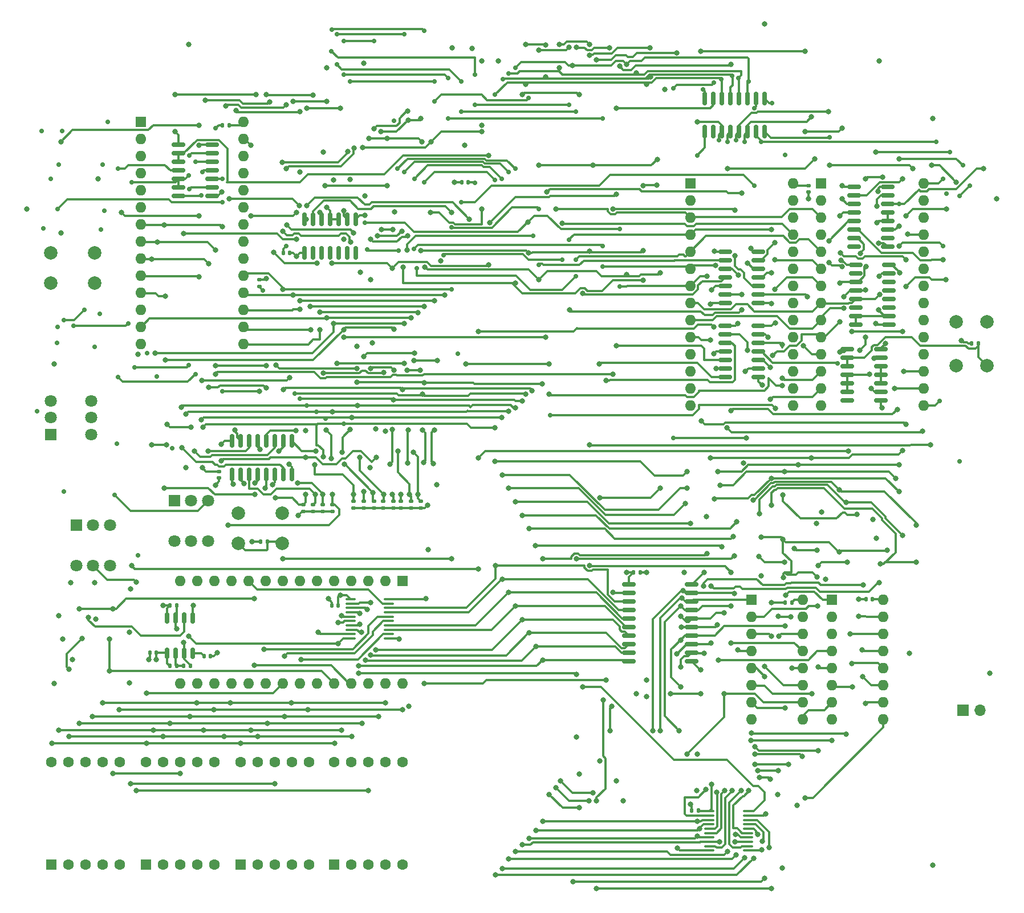
<source format=gbl>
%TF.GenerationSoftware,KiCad,Pcbnew,8.0.1*%
%TF.CreationDate,2024-05-27T20:55:22-07:00*%
%TF.ProjectId,8-Bit-Computer,382d4269-742d-4436-9f6d-70757465722e,rev?*%
%TF.SameCoordinates,Original*%
%TF.FileFunction,Copper,L4,Bot*%
%TF.FilePolarity,Positive*%
%FSLAX46Y46*%
G04 Gerber Fmt 4.6, Leading zero omitted, Abs format (unit mm)*
G04 Created by KiCad (PCBNEW 8.0.1) date 2024-05-27 20:55:22*
%MOMM*%
%LPD*%
G01*
G04 APERTURE LIST*
G04 Aperture macros list*
%AMRoundRect*
0 Rectangle with rounded corners*
0 $1 Rounding radius*
0 $2 $3 $4 $5 $6 $7 $8 $9 X,Y pos of 4 corners*
0 Add a 4 corners polygon primitive as box body*
4,1,4,$2,$3,$4,$5,$6,$7,$8,$9,$2,$3,0*
0 Add four circle primitives for the rounded corners*
1,1,$1+$1,$2,$3*
1,1,$1+$1,$4,$5*
1,1,$1+$1,$6,$7*
1,1,$1+$1,$8,$9*
0 Add four rect primitives between the rounded corners*
20,1,$1+$1,$2,$3,$4,$5,0*
20,1,$1+$1,$4,$5,$6,$7,0*
20,1,$1+$1,$6,$7,$8,$9,0*
20,1,$1+$1,$8,$9,$2,$3,0*%
G04 Aperture macros list end*
%TA.AperFunction,ComponentPad*%
%ADD10R,1.700000X1.700000*%
%TD*%
%TA.AperFunction,ComponentPad*%
%ADD11O,1.700000X1.700000*%
%TD*%
%TA.AperFunction,ComponentPad*%
%ADD12C,2.000000*%
%TD*%
%TA.AperFunction,ComponentPad*%
%ADD13R,1.600000X1.600000*%
%TD*%
%TA.AperFunction,ComponentPad*%
%ADD14O,1.600000X1.600000*%
%TD*%
%TA.AperFunction,ComponentPad*%
%ADD15C,1.600000*%
%TD*%
%TA.AperFunction,ComponentPad*%
%ADD16R,1.800000X1.800000*%
%TD*%
%TA.AperFunction,ComponentPad*%
%ADD17C,1.800000*%
%TD*%
%TA.AperFunction,SMDPad,CuDef*%
%ADD18RoundRect,0.140000X0.140000X0.170000X-0.140000X0.170000X-0.140000X-0.170000X0.140000X-0.170000X0*%
%TD*%
%TA.AperFunction,SMDPad,CuDef*%
%ADD19RoundRect,0.135000X-0.185000X0.135000X-0.185000X-0.135000X0.185000X-0.135000X0.185000X0.135000X0*%
%TD*%
%TA.AperFunction,SMDPad,CuDef*%
%ADD20RoundRect,0.150000X0.825000X0.150000X-0.825000X0.150000X-0.825000X-0.150000X0.825000X-0.150000X0*%
%TD*%
%TA.AperFunction,SMDPad,CuDef*%
%ADD21RoundRect,0.150000X0.875000X0.150000X-0.875000X0.150000X-0.875000X-0.150000X0.875000X-0.150000X0*%
%TD*%
%TA.AperFunction,SMDPad,CuDef*%
%ADD22RoundRect,0.135000X0.135000X0.185000X-0.135000X0.185000X-0.135000X-0.185000X0.135000X-0.185000X0*%
%TD*%
%TA.AperFunction,SMDPad,CuDef*%
%ADD23RoundRect,0.150000X-0.825000X-0.150000X0.825000X-0.150000X0.825000X0.150000X-0.825000X0.150000X0*%
%TD*%
%TA.AperFunction,SMDPad,CuDef*%
%ADD24RoundRect,0.100000X0.637500X0.100000X-0.637500X0.100000X-0.637500X-0.100000X0.637500X-0.100000X0*%
%TD*%
%TA.AperFunction,SMDPad,CuDef*%
%ADD25RoundRect,0.150000X-0.150000X0.825000X-0.150000X-0.825000X0.150000X-0.825000X0.150000X0.825000X0*%
%TD*%
%TA.AperFunction,SMDPad,CuDef*%
%ADD26RoundRect,0.135000X-0.135000X-0.185000X0.135000X-0.185000X0.135000X0.185000X-0.135000X0.185000X0*%
%TD*%
%TA.AperFunction,SMDPad,CuDef*%
%ADD27RoundRect,0.150000X-0.150000X0.675000X-0.150000X-0.675000X0.150000X-0.675000X0.150000X0.675000X0*%
%TD*%
%TA.AperFunction,SMDPad,CuDef*%
%ADD28RoundRect,0.140000X-0.170000X0.140000X-0.170000X-0.140000X0.170000X-0.140000X0.170000X0.140000X0*%
%TD*%
%TA.AperFunction,SMDPad,CuDef*%
%ADD29RoundRect,0.140000X-0.140000X-0.170000X0.140000X-0.170000X0.140000X0.170000X-0.140000X0.170000X0*%
%TD*%
%TA.AperFunction,SMDPad,CuDef*%
%ADD30RoundRect,0.140000X0.170000X-0.140000X0.170000X0.140000X-0.170000X0.140000X-0.170000X-0.140000X0*%
%TD*%
%TA.AperFunction,ViaPad*%
%ADD31C,0.800000*%
%TD*%
%TA.AperFunction,ViaPad*%
%ADD32C,0.700000*%
%TD*%
%TA.AperFunction,Conductor*%
%ADD33C,0.300000*%
%TD*%
G04 APERTURE END LIST*
D10*
%TO.P,J1,1,Pin_1*%
%TO.N,+9V*%
X168460000Y-140000000D03*
D11*
%TO.P,J1,2,Pin_2*%
%TO.N,GND*%
X171000000Y-140000000D03*
%TD*%
D12*
%TO.P,SW1,1,1*%
%TO.N,GND*%
X33000000Y-72000000D03*
X39500000Y-72000000D03*
%TO.P,SW1,2,2*%
%TO.N,Net-(U4-TR)*%
X33000000Y-76500000D03*
X39500000Y-76500000D03*
%TD*%
D13*
%TO.P,IC3,1,NC_1*%
%TO.N,unconnected-(IC3-NC_1-Pad1)*%
X147400000Y-61670000D03*
D14*
%TO.P,IC3,2,A12*%
%TO.N,GND*%
X147400000Y-64210000D03*
%TO.P,IC3,3,A7*%
%TO.N,/CF*%
X147400000Y-66750000D03*
%TO.P,IC3,4,A6*%
%TO.N,/IR_7*%
X147400000Y-69290000D03*
%TO.P,IC3,5,A5*%
%TO.N,/IR_6*%
X147400000Y-71830000D03*
%TO.P,IC3,6,A4*%
%TO.N,/IR_5*%
X147400000Y-74370000D03*
%TO.P,IC3,7,A3*%
%TO.N,/IR_4*%
X147400000Y-76910000D03*
%TO.P,IC3,8,A2*%
%TO.N,/CL_IB3*%
X147400000Y-79450000D03*
%TO.P,IC3,9,A1*%
%TO.N,/CL_IB2*%
X147400000Y-81990000D03*
%TO.P,IC3,10,A0*%
%TO.N,/CL_IB1*%
X147400000Y-84530000D03*
%TO.P,IC3,11,I/O0*%
%TO.N,/FI*%
X147400000Y-87070000D03*
%TO.P,IC3,12,I/O1*%
%TO.N,/J*%
X147400000Y-89610000D03*
%TO.P,IC3,13,I/O2*%
%TO.N,/CO*%
X147400000Y-92150000D03*
%TO.P,IC3,14,GND*%
%TO.N,GND*%
X147400000Y-94690000D03*
%TO.P,IC3,15,I/O3*%
%TO.N,/CE*%
X162640000Y-94690000D03*
%TO.P,IC3,16,I/O4*%
%TO.N,/OI*%
X162640000Y-92150000D03*
%TO.P,IC3,17,I/O5*%
%TO.N,/BI*%
X162640000Y-89610000D03*
%TO.P,IC3,18,I/O6*%
%TO.N,/SU*%
X162640000Y-87070000D03*
%TO.P,IC3,19,I/O7*%
%TO.N,/EO*%
X162640000Y-84530000D03*
%TO.P,IC3,20,~{CE}*%
%TO.N,GND*%
X162640000Y-81990000D03*
%TO.P,IC3,21,A10*%
X162640000Y-79450000D03*
%TO.P,IC3,22,~{OE}*%
X162640000Y-76910000D03*
%TO.P,IC3,23,A11*%
X162640000Y-74370000D03*
%TO.P,IC3,24,A9*%
X162640000Y-71830000D03*
%TO.P,IC3,25,A8*%
%TO.N,/ZF*%
X162640000Y-69290000D03*
%TO.P,IC3,26,NC_2*%
%TO.N,unconnected-(IC3-NC_2-Pad26)*%
X162640000Y-66750000D03*
%TO.P,IC3,27,~{WE}*%
%TO.N,+5V*%
X162640000Y-64210000D03*
%TO.P,IC3,28,VCC*%
X162640000Y-61670000D03*
%TD*%
D13*
%TO.P,U22,1,E*%
%TO.N,/LCD_E*%
X47135000Y-162920000D03*
D15*
%TO.P,U22,2,D*%
%TO.N,/LCD_D*%
X49675000Y-162920000D03*
%TO.P,U22,3,CC*%
%TO.N,Net-(U36A-O1)*%
X52215000Y-162920000D03*
%TO.P,U22,4,C*%
%TO.N,/LCD_C*%
X54755000Y-162920000D03*
%TO.P,U22,5,DP*%
%TO.N,GND*%
X57295000Y-162920000D03*
%TO.P,U22,6,B*%
%TO.N,/LCD_B*%
X57295000Y-147680000D03*
%TO.P,U22,7,A*%
%TO.N,/LCD_A*%
X54755000Y-147680000D03*
%TO.P,U22,8,CC*%
%TO.N,Net-(U36A-O1)*%
X52215000Y-147680000D03*
%TO.P,U22,9,F*%
%TO.N,/LCD_F*%
X49675000Y-147680000D03*
%TO.P,U22,10,G*%
%TO.N,/LCD_G*%
X47135000Y-147680000D03*
%TD*%
D13*
%TO.P,U15,1,A14*%
%TO.N,GND*%
X46375000Y-52500000D03*
D14*
%TO.P,U15,2,A12*%
X46375000Y-55040000D03*
%TO.P,U15,3,A7*%
X46375000Y-57580000D03*
%TO.P,U15,4,A6*%
X46375000Y-60120000D03*
%TO.P,U15,5,A5*%
X46375000Y-62660000D03*
%TO.P,U15,6,A4*%
X46375000Y-65200000D03*
%TO.P,U15,7,A3*%
%TO.N,/MA_3*%
X46375000Y-67740000D03*
%TO.P,U15,8,A2*%
%TO.N,/MA_2*%
X46375000Y-70280000D03*
%TO.P,U15,9,A1*%
%TO.N,/MA_1*%
X46375000Y-72820000D03*
%TO.P,U15,10,A0*%
%TO.N,/MA_0*%
X46375000Y-75360000D03*
%TO.P,U15,11,Q0*%
%TO.N,/MEM_7*%
X46375000Y-77900000D03*
%TO.P,U15,12,Q1*%
%TO.N,/MEM_6*%
X46375000Y-80440000D03*
%TO.P,U15,13,Q2*%
%TO.N,/MEM_5*%
X46375000Y-82980000D03*
%TO.P,U15,14,GND*%
%TO.N,GND*%
X46375000Y-85520000D03*
%TO.P,U15,15,Q3*%
%TO.N,/MEM_4*%
X61615000Y-85520000D03*
%TO.P,U15,16,Q4*%
%TO.N,/MEM_3*%
X61615000Y-82980000D03*
%TO.P,U15,17,Q5*%
%TO.N,/MEM_2*%
X61615000Y-80440000D03*
%TO.P,U15,18,Q6*%
%TO.N,/MEM_1*%
X61615000Y-77900000D03*
%TO.P,U15,19,Q7*%
%TO.N,/MEM_0*%
X61615000Y-75360000D03*
%TO.P,U15,20,~{CS}*%
%TO.N,GND*%
X61615000Y-72820000D03*
%TO.P,U15,21,A10*%
X61615000Y-70280000D03*
%TO.P,U15,22,~{OE}*%
X61615000Y-67740000D03*
%TO.P,U15,23,A11*%
X61615000Y-65200000D03*
%TO.P,U15,24,A9*%
X61615000Y-62660000D03*
%TO.P,U15,25,A8*%
X61615000Y-60120000D03*
%TO.P,U15,26,A13*%
X61615000Y-57580000D03*
%TO.P,U15,27,~{WE}*%
%TO.N,Net-(U15-~{WE})*%
X61615000Y-55040000D03*
%TO.P,U15,28,VCC*%
%TO.N,+5V*%
X61615000Y-52500000D03*
%TD*%
D16*
%TO.P,SW7,1,A*%
%TO.N,Net-(D1-K)*%
X51365000Y-108820934D03*
D17*
%TO.P,SW7,2,B*%
%TO.N,GND*%
X53865000Y-108820934D03*
%TO.P,SW7,3,C*%
%TO.N,/PROG*%
X56365000Y-108820934D03*
%TO.P,SW7,4,A*%
%TO.N,unconnected-(SW7-A-Pad4)*%
X51365000Y-114820934D03*
%TO.P,SW7,5,B*%
%TO.N,unconnected-(SW7-B-Pad5)*%
X53865000Y-114820934D03*
%TO.P,SW7,6,C*%
%TO.N,unconnected-(SW7-C-Pad6)*%
X56365000Y-114820934D03*
%TD*%
D16*
%TO.P,SW6,1,A*%
%TO.N,unconnected-(SW6-A-Pad1)*%
X36792500Y-112497500D03*
D17*
%TO.P,SW6,2,B*%
%TO.N,unconnected-(SW6-B-Pad2)*%
X39292500Y-112497500D03*
%TO.P,SW6,3,C*%
%TO.N,unconnected-(SW6-C-Pad3)*%
X41792500Y-112497500D03*
%TO.P,SW6,4,A*%
%TO.N,+5V*%
X36792500Y-118497500D03*
%TO.P,SW6,5,B*%
%TO.N,Net-(IC1-A10)*%
X39292500Y-118497500D03*
%TO.P,SW6,6,C*%
%TO.N,GND*%
X41792500Y-118497500D03*
%TD*%
D13*
%TO.P,IC1,1,NC_1*%
%TO.N,unconnected-(IC1-NC_1-Pad1)*%
X85240000Y-120795000D03*
D14*
%TO.P,IC1,2,A12*%
%TO.N,GND*%
X82700000Y-120795000D03*
%TO.P,IC1,3,A7*%
%TO.N,Net-(IC1-A7)*%
X80160000Y-120795000D03*
%TO.P,IC1,4,A6*%
%TO.N,Net-(IC1-A6)*%
X77620000Y-120795000D03*
%TO.P,IC1,5,A5*%
%TO.N,Net-(IC1-A5)*%
X75080000Y-120795000D03*
%TO.P,IC1,6,A4*%
%TO.N,Net-(IC1-A4)*%
X72540000Y-120795000D03*
%TO.P,IC1,7,A3*%
%TO.N,Net-(IC1-A3)*%
X70000000Y-120795000D03*
%TO.P,IC1,8,A2*%
%TO.N,Net-(IC1-A2)*%
X67460000Y-120795000D03*
%TO.P,IC1,9,A1*%
%TO.N,Net-(IC1-A1)*%
X64920000Y-120795000D03*
%TO.P,IC1,10,A0*%
%TO.N,Net-(IC1-A0)*%
X62380000Y-120795000D03*
%TO.P,IC1,11,I/O0*%
%TO.N,/LCD_G*%
X59840000Y-120795000D03*
%TO.P,IC1,12,I/O1*%
%TO.N,/LCD_F*%
X57300000Y-120795000D03*
%TO.P,IC1,13,I/O2*%
%TO.N,/LCD_E*%
X54760000Y-120795000D03*
%TO.P,IC1,14,GND*%
%TO.N,GND*%
X52220000Y-120795000D03*
%TO.P,IC1,15,I/O3*%
%TO.N,/LCD_D*%
X52220000Y-136035000D03*
%TO.P,IC1,16,I/O4*%
%TO.N,/LCD_C*%
X54760000Y-136035000D03*
%TO.P,IC1,17,I/O5*%
%TO.N,/LCD_B*%
X57300000Y-136035000D03*
%TO.P,IC1,18,I/O6*%
%TO.N,/LCD_A*%
X59840000Y-136035000D03*
%TO.P,IC1,19,I/O7*%
%TO.N,unconnected-(IC1-I{slash}O7-Pad19)*%
X62380000Y-136035000D03*
%TO.P,IC1,20,~{CE}*%
%TO.N,GND*%
X64920000Y-136035000D03*
%TO.P,IC1,21,A10*%
%TO.N,Net-(IC1-A10)*%
X67460000Y-136035000D03*
%TO.P,IC1,22,~{OE}*%
%TO.N,GND*%
X70000000Y-136035000D03*
%TO.P,IC1,23,A11*%
X72540000Y-136035000D03*
%TO.P,IC1,24,A9*%
%TO.N,Net-(IC1-A9)*%
X75080000Y-136035000D03*
%TO.P,IC1,25,A8*%
%TO.N,Net-(IC1-A8)*%
X77620000Y-136035000D03*
%TO.P,IC1,26,NC_2*%
%TO.N,unconnected-(IC1-NC_2-Pad26)*%
X80160000Y-136035000D03*
%TO.P,IC1,27,~{WE}*%
%TO.N,+5V*%
X82700000Y-136035000D03*
%TO.P,IC1,28,VCC*%
X85240000Y-136035000D03*
%TD*%
D13*
%TO.P,U9,1,S2*%
%TO.N,/ALU_1*%
X137040000Y-123600001D03*
D14*
%TO.P,U9,2,B2*%
%TO.N,Net-(U9-B2)*%
X137040000Y-126140001D03*
%TO.P,U9,3,A2*%
%TO.N,/A_1*%
X137040000Y-128680001D03*
%TO.P,U9,4,S1*%
%TO.N,/ALU_0*%
X137040000Y-131220001D03*
%TO.P,U9,5,A1*%
%TO.N,/A_0*%
X137040000Y-133760001D03*
%TO.P,U9,6,B1*%
%TO.N,Net-(U9-B1)*%
X137040000Y-136300001D03*
%TO.P,U9,7,C0*%
%TO.N,/SU*%
X137040000Y-138840001D03*
%TO.P,U9,8,GND*%
%TO.N,GND*%
X137040000Y-141380001D03*
%TO.P,U9,9,C4*%
%TO.N,Net-(U10-C0)*%
X144660000Y-141380001D03*
%TO.P,U9,10,S4*%
%TO.N,/ALU_3*%
X144660000Y-138840001D03*
%TO.P,U9,11,B4*%
%TO.N,Net-(U9-B4)*%
X144660000Y-136300001D03*
%TO.P,U9,12,A4*%
%TO.N,/A_3*%
X144660000Y-133760001D03*
%TO.P,U9,13,S3*%
%TO.N,/ALU_2*%
X144660000Y-131220001D03*
%TO.P,U9,14,A3*%
%TO.N,/A_2*%
X144660000Y-128680001D03*
%TO.P,U9,15,B3*%
%TO.N,Net-(U9-B3)*%
X144660000Y-126140001D03*
%TO.P,U9,16,VCC*%
%TO.N,+5V*%
X144660000Y-123600001D03*
%TD*%
D16*
%TO.P,SW8,1,A*%
%TO.N,Net-(U5-TR)*%
X33000000Y-99000000D03*
D17*
%TO.P,SW8,2,B*%
%TO.N,GND*%
X33000000Y-96500000D03*
%TO.P,SW8,3,C*%
%TO.N,Net-(U5-R)*%
X33000000Y-94000000D03*
%TO.P,SW8,4,A*%
%TO.N,unconnected-(SW8-A-Pad4)*%
X39000000Y-99000000D03*
%TO.P,SW8,5,B*%
%TO.N,unconnected-(SW8-B-Pad5)*%
X39000000Y-96500000D03*
%TO.P,SW8,6,C*%
%TO.N,unconnected-(SW8-C-Pad6)*%
X39000000Y-94000000D03*
%TD*%
D12*
%TO.P,SW5,1,1*%
%TO.N,+5V*%
X167500000Y-88750000D03*
X167500000Y-82250000D03*
%TO.P,SW5,2,2*%
%TO.N,Net-(R23-Pad2)*%
X172000000Y-88750000D03*
X172000000Y-82250000D03*
%TD*%
%TO.P,SW4,1,1*%
%TO.N,GND*%
X60890000Y-110685934D03*
X67390000Y-110685934D03*
%TO.P,SW4,2,2*%
%TO.N,Net-(U19-I0a)*%
X60890000Y-115185934D03*
X67390000Y-115185934D03*
%TD*%
D13*
%TO.P,U44,1,E*%
%TO.N,/LCD_E*%
X33135000Y-162917500D03*
D15*
%TO.P,U44,2,D*%
%TO.N,/LCD_D*%
X35675000Y-162917500D03*
%TO.P,U44,3,CC*%
%TO.N,Net-(U36A-O0)*%
X38215000Y-162917500D03*
%TO.P,U44,4,C*%
%TO.N,/LCD_C*%
X40755000Y-162917500D03*
%TO.P,U44,5,DP*%
%TO.N,GND*%
X43295000Y-162917500D03*
%TO.P,U44,6,B*%
%TO.N,/LCD_B*%
X43295000Y-147677500D03*
%TO.P,U44,7,A*%
%TO.N,/LCD_A*%
X40755000Y-147677500D03*
%TO.P,U44,8,CC*%
%TO.N,Net-(U36A-O0)*%
X38215000Y-147677500D03*
%TO.P,U44,9,F*%
%TO.N,/LCD_F*%
X35675000Y-147677500D03*
%TO.P,U44,10,G*%
%TO.N,/LCD_G*%
X33135000Y-147677500D03*
%TD*%
D13*
%TO.P,IC2,1,NC_1*%
%TO.N,unconnected-(IC2-NC_1-Pad1)*%
X128000000Y-61670000D03*
D14*
%TO.P,IC2,2,A12*%
%TO.N,GND*%
X128000000Y-64210000D03*
%TO.P,IC2,3,A7*%
%TO.N,/CF*%
X128000000Y-66750000D03*
%TO.P,IC2,4,A6*%
%TO.N,/IR_7*%
X128000000Y-69290000D03*
%TO.P,IC2,5,A5*%
%TO.N,/IR_6*%
X128000000Y-71830000D03*
%TO.P,IC2,6,A4*%
%TO.N,/IR_5*%
X128000000Y-74370000D03*
%TO.P,IC2,7,A3*%
%TO.N,/IR_4*%
X128000000Y-76910000D03*
%TO.P,IC2,8,A2*%
%TO.N,/CL_IB3*%
X128000000Y-79450000D03*
%TO.P,IC2,9,A1*%
%TO.N,/CL_IB2*%
X128000000Y-81990000D03*
%TO.P,IC2,10,A0*%
%TO.N,/CL_IB1*%
X128000000Y-84530000D03*
%TO.P,IC2,11,I/O0*%
%TO.N,/AO*%
X128000000Y-87070000D03*
%TO.P,IC2,12,I/O1*%
%TO.N,/AI*%
X128000000Y-89610000D03*
%TO.P,IC2,13,I/O2*%
%TO.N,/II*%
X128000000Y-92150000D03*
%TO.P,IC2,14,GND*%
%TO.N,GND*%
X128000000Y-94690000D03*
%TO.P,IC2,15,I/O3*%
%TO.N,/IO*%
X143240000Y-94690000D03*
%TO.P,IC2,16,I/O4*%
%TO.N,/RO*%
X143240000Y-92150000D03*
%TO.P,IC2,17,I/O5*%
%TO.N,/RI*%
X143240000Y-89610000D03*
%TO.P,IC2,18,I/O6*%
%TO.N,/MI*%
X143240000Y-87070000D03*
%TO.P,IC2,19,I/O7*%
%TO.N,/HLT*%
X143240000Y-84530000D03*
%TO.P,IC2,20,~{CE}*%
%TO.N,GND*%
X143240000Y-81990000D03*
%TO.P,IC2,21,A10*%
X143240000Y-79450000D03*
%TO.P,IC2,22,~{OE}*%
X143240000Y-76910000D03*
%TO.P,IC2,23,A11*%
X143240000Y-74370000D03*
%TO.P,IC2,24,A9*%
X143240000Y-71830000D03*
%TO.P,IC2,25,A8*%
%TO.N,/ZF*%
X143240000Y-69290000D03*
%TO.P,IC2,26,NC_2*%
%TO.N,unconnected-(IC2-NC_2-Pad26)*%
X143240000Y-66750000D03*
%TO.P,IC2,27,~{WE}*%
%TO.N,+5V*%
X143240000Y-64210000D03*
%TO.P,IC2,28,VCC*%
X143240000Y-61670000D03*
%TD*%
D13*
%TO.P,U32,1,E*%
%TO.N,/LCD_E*%
X75095000Y-162917500D03*
D15*
%TO.P,U32,2,D*%
%TO.N,/LCD_D*%
X77635000Y-162917500D03*
%TO.P,U32,3,CC*%
%TO.N,Net-(U36A-O3)*%
X80175000Y-162917500D03*
%TO.P,U32,4,C*%
%TO.N,/LCD_C*%
X82715000Y-162917500D03*
%TO.P,U32,5,DP*%
%TO.N,GND*%
X85255000Y-162917500D03*
%TO.P,U32,6,B*%
%TO.N,/LCD_B*%
X85255000Y-147677500D03*
%TO.P,U32,7,A*%
%TO.N,/LCD_A*%
X82715000Y-147677500D03*
%TO.P,U32,8,CC*%
%TO.N,Net-(U36A-O3)*%
X80175000Y-147677500D03*
%TO.P,U32,9,F*%
%TO.N,/LCD_F*%
X77635000Y-147677500D03*
%TO.P,U32,10,G*%
%TO.N,/LCD_G*%
X75095000Y-147677500D03*
%TD*%
D13*
%TO.P,U30,1,E*%
%TO.N,/LCD_E*%
X61185000Y-162920000D03*
D15*
%TO.P,U30,2,D*%
%TO.N,/LCD_D*%
X63725000Y-162920000D03*
%TO.P,U30,3,CC*%
%TO.N,Net-(U36A-O2)*%
X66265000Y-162920000D03*
%TO.P,U30,4,C*%
%TO.N,/LCD_C*%
X68805000Y-162920000D03*
%TO.P,U30,5,DP*%
%TO.N,GND*%
X71345000Y-162920000D03*
%TO.P,U30,6,B*%
%TO.N,/LCD_B*%
X71345000Y-147680000D03*
%TO.P,U30,7,A*%
%TO.N,/LCD_A*%
X68805000Y-147680000D03*
%TO.P,U30,8,CC*%
%TO.N,Net-(U36A-O2)*%
X66265000Y-147680000D03*
%TO.P,U30,9,F*%
%TO.N,/LCD_F*%
X63725000Y-147680000D03*
%TO.P,U30,10,G*%
%TO.N,/LCD_G*%
X61185000Y-147680000D03*
%TD*%
D13*
%TO.P,U10,1,S2*%
%TO.N,/ALU_5*%
X149040000Y-123600001D03*
D14*
%TO.P,U10,2,B2*%
%TO.N,Net-(U10-B2)*%
X149040000Y-126140001D03*
%TO.P,U10,3,A2*%
%TO.N,/A_5*%
X149040000Y-128680001D03*
%TO.P,U10,4,S1*%
%TO.N,/ALU_4*%
X149040000Y-131220001D03*
%TO.P,U10,5,A1*%
%TO.N,/A_4*%
X149040000Y-133760001D03*
%TO.P,U10,6,B1*%
%TO.N,Net-(U10-B1)*%
X149040000Y-136300001D03*
%TO.P,U10,7,C0*%
%TO.N,Net-(U10-C0)*%
X149040000Y-138840001D03*
%TO.P,U10,8,GND*%
%TO.N,GND*%
X149040000Y-141380001D03*
%TO.P,U10,9,C4*%
%TO.N,Net-(U10-C4)*%
X156660000Y-141380001D03*
%TO.P,U10,10,S4*%
%TO.N,/ALU_7*%
X156660000Y-138840001D03*
%TO.P,U10,11,B4*%
%TO.N,Net-(U10-B4)*%
X156660000Y-136300001D03*
%TO.P,U10,12,A4*%
%TO.N,/A_7*%
X156660000Y-133760001D03*
%TO.P,U10,13,S3*%
%TO.N,/ALU_6*%
X156660000Y-131220001D03*
%TO.P,U10,14,A3*%
%TO.N,/A_6*%
X156660000Y-128680001D03*
%TO.P,U10,15,B3*%
%TO.N,Net-(U10-B3)*%
X156660000Y-126140001D03*
%TO.P,U10,16,VCC*%
%TO.N,+5V*%
X156660000Y-123600001D03*
%TD*%
D18*
%TO.P,C19,1*%
%TO.N,+5V*%
X155020000Y-123500001D03*
%TO.P,C19,2*%
%TO.N,GND*%
X154060000Y-123500001D03*
%TD*%
%TO.P,C9,1*%
%TO.N,Net-(U35-THR)*%
X51695000Y-124420000D03*
%TO.P,C9,2*%
%TO.N,GND*%
X50735000Y-124420000D03*
%TD*%
D19*
%TO.P,R36,1*%
%TO.N,/MS5*%
X85000000Y-108925934D03*
%TO.P,R36,2*%
%TO.N,+5V*%
X85000000Y-109945934D03*
%TD*%
D20*
%TO.P,U37,1,~{MR}*%
%TO.N,Net-(U37-~{MR})*%
X157500000Y-73750000D03*
%TO.P,U37,2,CP*%
%TO.N,/#CLK*%
X157500000Y-75020000D03*
%TO.P,U37,3,D0*%
%TO.N,unconnected-(U37-D0-Pad3)*%
X157500000Y-76290000D03*
%TO.P,U37,4,D1*%
%TO.N,unconnected-(U37-D1-Pad4)*%
X157500000Y-77560000D03*
%TO.P,U37,5,D2*%
%TO.N,unconnected-(U37-D2-Pad5)*%
X157500000Y-78830000D03*
%TO.P,U37,6,D3*%
%TO.N,unconnected-(U37-D3-Pad6)*%
X157500000Y-80100000D03*
%TO.P,U37,7,CEP*%
%TO.N,+5V*%
X157500000Y-81370000D03*
%TO.P,U37,8,GND*%
%TO.N,GND*%
X157500000Y-82640000D03*
%TO.P,U37,9,~{PE}*%
%TO.N,+5V*%
X152550000Y-82640000D03*
%TO.P,U37,10,CET*%
X152550000Y-81370000D03*
%TO.P,U37,11,Q3*%
%TO.N,unconnected-(U37-Q3-Pad11)*%
X152550000Y-80100000D03*
%TO.P,U37,12,Q2*%
%TO.N,/CL_IB3*%
X152550000Y-78830000D03*
%TO.P,U37,13,Q1*%
%TO.N,/CL_IB2*%
X152550000Y-77560000D03*
%TO.P,U37,14,Q0*%
%TO.N,/CL_IB1*%
X152550000Y-76290000D03*
%TO.P,U37,15,TC*%
%TO.N,unconnected-(U37-TC-Pad15)*%
X152550000Y-75020000D03*
%TO.P,U37,16,VCC*%
%TO.N,+5V*%
X152550000Y-73750000D03*
%TD*%
D19*
%TO.P,R19,1*%
%TO.N,/MS4*%
X83865000Y-108925934D03*
%TO.P,R19,2*%
%TO.N,+5V*%
X83865000Y-109945934D03*
%TD*%
D20*
%TO.P,U3,1*%
%TO.N,Net-(U1-Q)*%
X56950000Y-55960000D03*
%TO.P,U3,2*%
%TO.N,Net-(U5-Q)*%
X56950000Y-57230000D03*
%TO.P,U3,3*%
%TO.N,Net-(U3-Pad3)*%
X56950000Y-58500000D03*
%TO.P,U3,4*%
%TO.N,Net-(U3-Pad4)*%
X56950000Y-59770000D03*
%TO.P,U3,5*%
%TO.N,Net-(U4-Q)*%
X56950000Y-61040000D03*
%TO.P,U3,6*%
%TO.N,Net-(U3-Pad6)*%
X56950000Y-62310000D03*
%TO.P,U3,7,GND*%
%TO.N,GND*%
X56950000Y-63580000D03*
%TO.P,U3,8*%
%TO.N,Net-(U3-Pad4)*%
X52000000Y-63580000D03*
%TO.P,U3,9*%
%TO.N,Net-(U5-Q)*%
X52000000Y-62310000D03*
%TO.P,U3,10*%
X52000000Y-61040000D03*
%TO.P,U3,11*%
%TO.N,Net-(U3-Pad11)*%
X52000000Y-59770000D03*
%TO.P,U3,12*%
%TO.N,/HLT*%
X52000000Y-58500000D03*
%TO.P,U3,13*%
X52000000Y-57230000D03*
%TO.P,U3,14,VCC*%
%TO.N,+5V*%
X52000000Y-55960000D03*
%TD*%
D19*
%TO.P,R9,1*%
%TO.N,Net-(U21-I0b)*%
X73365000Y-109425934D03*
%TO.P,R9,2*%
%TO.N,+5V*%
X73365000Y-110445934D03*
%TD*%
D21*
%TO.P,U11,1,A->B*%
%TO.N,+5V*%
X128190000Y-121285001D03*
%TO.P,U11,2,A0*%
%TO.N,/ALU_0*%
X128190000Y-122555001D03*
%TO.P,U11,3,A1*%
%TO.N,/ALU_1*%
X128190000Y-123825001D03*
%TO.P,U11,4,A2*%
%TO.N,/ALU_2*%
X128190000Y-125095001D03*
%TO.P,U11,5,A3*%
%TO.N,/ALU_3*%
X128190000Y-126365001D03*
%TO.P,U11,6,A4*%
%TO.N,/ALU_4*%
X128190000Y-127635001D03*
%TO.P,U11,7,A5*%
%TO.N,/ALU_5*%
X128190000Y-128905001D03*
%TO.P,U11,8,A6*%
%TO.N,/ALU_6*%
X128190000Y-130175001D03*
%TO.P,U11,9,A7*%
%TO.N,/ALU_7*%
X128190000Y-131445001D03*
%TO.P,U11,10,GND*%
%TO.N,GND*%
X128190000Y-132715001D03*
%TO.P,U11,11,B7*%
%TO.N,/BUS7*%
X118890000Y-132715001D03*
%TO.P,U11,12,B6*%
%TO.N,/BUS6*%
X118890000Y-131445001D03*
%TO.P,U11,13,B5*%
%TO.N,/BUS5*%
X118890000Y-130175001D03*
%TO.P,U11,14,B4*%
%TO.N,/BUS4*%
X118890000Y-128905001D03*
%TO.P,U11,15,B3*%
%TO.N,/BUS3*%
X118890000Y-127635001D03*
%TO.P,U11,16,B2*%
%TO.N,/BUS2*%
X118890000Y-126365001D03*
%TO.P,U11,17,B1*%
%TO.N,/BUS1*%
X118890000Y-125095001D03*
%TO.P,U11,18,B0*%
%TO.N,/BUS0*%
X118890000Y-123825001D03*
%TO.P,U11,19,CE*%
%TO.N,/#EO*%
X118890000Y-122555001D03*
%TO.P,U11,20,VCC*%
%TO.N,+5V*%
X118890000Y-121285001D03*
%TD*%
D18*
%TO.P,C10,1*%
%TO.N,GND*%
X56715000Y-131920000D03*
%TO.P,C10,2*%
%TO.N,Net-(U35-CV)*%
X55755000Y-131920000D03*
%TD*%
D22*
%TO.P,R21,1*%
%TO.N,Net-(U35-THR)*%
X53725000Y-133420000D03*
%TO.P,R21,2*%
%TO.N,Net-(U35-DIS)*%
X52705000Y-133420000D03*
%TD*%
D19*
%TO.P,R10,1*%
%TO.N,Net-(U21-I0c)*%
X72000000Y-109425934D03*
%TO.P,R10,2*%
%TO.N,+5V*%
X72000000Y-110445934D03*
%TD*%
D18*
%TO.P,C18,1*%
%TO.N,+5V*%
X143040000Y-124000001D03*
%TO.P,C18,2*%
%TO.N,GND*%
X142080000Y-124000001D03*
%TD*%
D23*
%TO.P,U40,1*%
%TO.N,/AO*%
X133165000Y-79460000D03*
%TO.P,U40,2*%
%TO.N,/#AO*%
X133165000Y-78190000D03*
%TO.P,U40,3*%
%TO.N,/AI*%
X133165000Y-76920000D03*
%TO.P,U40,4*%
%TO.N,/#AI*%
X133165000Y-75650000D03*
%TO.P,U40,5*%
%TO.N,/II*%
X133165000Y-74380000D03*
%TO.P,U40,6*%
%TO.N,/#II*%
X133165000Y-73110000D03*
%TO.P,U40,7,GND*%
%TO.N,GND*%
X133165000Y-71840000D03*
%TO.P,U40,8*%
%TO.N,/#IO*%
X138115000Y-71840000D03*
%TO.P,U40,9*%
%TO.N,/IO*%
X138115000Y-73110000D03*
%TO.P,U40,10*%
%TO.N,/#RO*%
X138115000Y-74380000D03*
%TO.P,U40,11*%
%TO.N,/RO*%
X138115000Y-75650000D03*
%TO.P,U40,12*%
%TO.N,/#MI*%
X138115000Y-76920000D03*
%TO.P,U40,13*%
%TO.N,/MI*%
X138115000Y-78190000D03*
%TO.P,U40,14,VCC*%
%TO.N,+5V*%
X138115000Y-79460000D03*
%TD*%
D19*
%TO.P,R17,1*%
%TO.N,/MS0*%
X78000000Y-108925934D03*
%TO.P,R17,2*%
%TO.N,+5V*%
X78000000Y-109945934D03*
%TD*%
D24*
%TO.P,U23,1,~{E}*%
%TO.N,/#AI*%
X136540000Y-155000001D03*
%TO.P,U23,2,Q0*%
%TO.N,/A_0*%
X136540000Y-155650001D03*
%TO.P,U23,3,D0*%
%TO.N,/BUS0*%
X136540000Y-156300001D03*
%TO.P,U23,4,D1*%
%TO.N,/BUS1*%
X136540000Y-156950001D03*
%TO.P,U23,5,Q1*%
%TO.N,/A_1*%
X136540000Y-157600001D03*
%TO.P,U23,6,Q2*%
%TO.N,/A_2*%
X136540000Y-158250001D03*
%TO.P,U23,7,D2*%
%TO.N,/BUS2*%
X136540000Y-158900001D03*
%TO.P,U23,8,D3*%
%TO.N,/BUS3*%
X136540000Y-159550001D03*
%TO.P,U23,9,Q3*%
%TO.N,/A_3*%
X136540000Y-160200001D03*
%TO.P,U23,10,GND*%
%TO.N,GND*%
X136540000Y-160850001D03*
%TO.P,U23,11,CP*%
%TO.N,/CLK*%
X130815000Y-160850001D03*
%TO.P,U23,12,Q4*%
%TO.N,/A_4*%
X130815000Y-160200001D03*
%TO.P,U23,13,D4*%
%TO.N,/BUS4*%
X130815000Y-159550001D03*
%TO.P,U23,14,D5*%
%TO.N,/BUS5*%
X130815000Y-158900001D03*
%TO.P,U23,15,Q5*%
%TO.N,/A_5*%
X130815000Y-158250001D03*
%TO.P,U23,16,Q6*%
%TO.N,/A_6*%
X130815000Y-157600001D03*
%TO.P,U23,17,D6*%
%TO.N,/BUS6*%
X130815000Y-156950001D03*
%TO.P,U23,18,D7*%
%TO.N,/BUS7*%
X130815000Y-156300001D03*
%TO.P,U23,19,Q7*%
%TO.N,/A_7*%
X130815000Y-155650001D03*
%TO.P,U23,20,VCC*%
%TO.N,+5V*%
X130815000Y-155000001D03*
%TD*%
D19*
%TO.P,R8,1*%
%TO.N,Net-(U21-I0a)*%
X74865000Y-109425934D03*
%TO.P,R8,2*%
%TO.N,+5V*%
X74865000Y-110445934D03*
%TD*%
D25*
%TO.P,U20,1*%
%TO.N,Net-(C8-Pad2)*%
X70690000Y-67025000D03*
%TO.P,U20,2*%
%TO.N,/RI*%
X71960000Y-67025000D03*
%TO.P,U20,3*%
%TO.N,Net-(U19-I1a)*%
X73230000Y-67025000D03*
%TO.P,U20,4*%
%TO.N,/WRAM*%
X74500000Y-67025000D03*
%TO.P,U20,5*%
X75770000Y-67025000D03*
%TO.P,U20,6*%
%TO.N,Net-(U15-~{WE})*%
X77040000Y-67025000D03*
%TO.P,U20,7,GND*%
%TO.N,GND*%
X78310000Y-67025000D03*
%TO.P,U20,8*%
%TO.N,unconnected-(U20-Pad8)*%
X78310000Y-71975000D03*
%TO.P,U20,9*%
%TO.N,unconnected-(U20-Pad9)*%
X77040000Y-71975000D03*
%TO.P,U20,10*%
%TO.N,unconnected-(U20-Pad10)*%
X75770000Y-71975000D03*
%TO.P,U20,11*%
%TO.N,unconnected-(U20-Pad11)*%
X74500000Y-71975000D03*
%TO.P,U20,12*%
%TO.N,unconnected-(U20-Pad12)*%
X73230000Y-71975000D03*
%TO.P,U20,13*%
%TO.N,unconnected-(U20-Pad13)*%
X71960000Y-71975000D03*
%TO.P,U20,14,VCC*%
%TO.N,+5V*%
X70690000Y-71975000D03*
%TD*%
D26*
%TO.P,R23,1*%
%TO.N,GND*%
X169750000Y-85500000D03*
%TO.P,R23,2*%
%TO.N,Net-(R23-Pad2)*%
X170770000Y-85500000D03*
%TD*%
D27*
%TO.P,U35,1,GND*%
%TO.N,GND*%
X50310000Y-126295000D03*
%TO.P,U35,2,TR*%
%TO.N,Net-(U35-THR)*%
X51580000Y-126295000D03*
%TO.P,U35,3,Q*%
%TO.N,Net-(U34A-C)*%
X52850000Y-126295000D03*
%TO.P,U35,4,R*%
%TO.N,+5V*%
X54120000Y-126295000D03*
%TO.P,U35,5,CV*%
%TO.N,Net-(U35-CV)*%
X54120000Y-131545000D03*
%TO.P,U35,6,THR*%
%TO.N,Net-(U35-THR)*%
X52850000Y-131545000D03*
%TO.P,U35,7,DIS*%
%TO.N,Net-(U35-DIS)*%
X51580000Y-131545000D03*
%TO.P,U35,8,VCC*%
%TO.N,+5V*%
X50310000Y-131545000D03*
%TD*%
D18*
%TO.P,C38,1*%
%TO.N,+5V*%
X94980000Y-61500000D03*
%TO.P,C38,2*%
%TO.N,GND*%
X94020000Y-61500000D03*
%TD*%
D28*
%TO.P,C35,1*%
%TO.N,+5V*%
X145500000Y-62020000D03*
%TO.P,C35,2*%
%TO.N,GND*%
X145500000Y-62980000D03*
%TD*%
D20*
%TO.P,U41,1*%
%TO.N,/FI*%
X138115000Y-82840000D03*
%TO.P,U41,2*%
%TO.N,/#FI*%
X138115000Y-84110000D03*
%TO.P,U41,3*%
%TO.N,/J*%
X138115000Y-85380000D03*
%TO.P,U41,4*%
%TO.N,/#J*%
X138115000Y-86650000D03*
%TO.P,U41,5*%
%TO.N,/CO*%
X138115000Y-87920000D03*
%TO.P,U41,6*%
%TO.N,/#CO*%
X138115000Y-89190000D03*
%TO.P,U41,7,GND*%
%TO.N,GND*%
X138115000Y-90460000D03*
%TO.P,U41,8*%
%TO.N,/#BI*%
X133165000Y-90460000D03*
%TO.P,U41,9*%
%TO.N,/BI*%
X133165000Y-89190000D03*
%TO.P,U41,10*%
%TO.N,/#EO*%
X133165000Y-87920000D03*
%TO.P,U41,11*%
%TO.N,/EO*%
X133165000Y-86650000D03*
%TO.P,U41,12*%
%TO.N,/#OI*%
X133165000Y-85380000D03*
%TO.P,U41,13*%
%TO.N,/OI*%
X133165000Y-84110000D03*
%TO.P,U41,14,VCC*%
%TO.N,+5V*%
X133165000Y-82840000D03*
%TD*%
D18*
%TO.P,C34,1*%
%TO.N,+5V*%
X59500000Y-53000000D03*
%TO.P,C34,2*%
%TO.N,GND*%
X58540000Y-53000000D03*
%TD*%
D19*
%TO.P,R11,1*%
%TO.N,Net-(U21-I0d)*%
X70500000Y-109425934D03*
%TO.P,R11,2*%
%TO.N,+5V*%
X70500000Y-110445934D03*
%TD*%
D25*
%TO.P,U21,1,A/B*%
%TO.N,/PROG*%
X59920000Y-99960934D03*
%TO.P,U21,2,I0a*%
%TO.N,Net-(U21-I0a)*%
X61190000Y-99960934D03*
%TO.P,U21,3,I1a*%
%TO.N,Net-(U21-I1a)*%
X62460000Y-99960934D03*
%TO.P,U21,4,Qa*%
%TO.N,/MA_3*%
X63730000Y-99960934D03*
%TO.P,U21,5,I0b*%
%TO.N,Net-(U21-I0b)*%
X65000000Y-99960934D03*
%TO.P,U21,6,I1b*%
%TO.N,Net-(U21-I1b)*%
X66270000Y-99960934D03*
%TO.P,U21,7,Qb*%
%TO.N,/MA_2*%
X67540000Y-99960934D03*
%TO.P,U21,8,GND*%
%TO.N,GND*%
X68810000Y-99960934D03*
%TO.P,U21,9,Qd*%
%TO.N,/MA_0*%
X68810000Y-104910934D03*
%TO.P,U21,10,I1d*%
%TO.N,Net-(U21-I1d)*%
X67540000Y-104910934D03*
%TO.P,U21,11,I0d*%
%TO.N,Net-(U21-I0d)*%
X66270000Y-104910934D03*
%TO.P,U21,12,Qc*%
%TO.N,/MA_1*%
X65000000Y-104910934D03*
%TO.P,U21,13,I1c*%
%TO.N,Net-(U21-I1c)*%
X63730000Y-104910934D03*
%TO.P,U21,14,I0c*%
%TO.N,Net-(U21-I0c)*%
X62460000Y-104910934D03*
%TO.P,U21,15,~{EN}*%
%TO.N,GND*%
X61190000Y-104910934D03*
%TO.P,U21,16,VCC*%
%TO.N,+5V*%
X59920000Y-104910934D03*
%TD*%
D18*
%TO.P,C22,1*%
%TO.N,+5V*%
X129157500Y-154925001D03*
%TO.P,C22,2*%
%TO.N,GND*%
X128197500Y-154925001D03*
%TD*%
D19*
%TO.P,R38,1*%
%TO.N,/MS7*%
X88000000Y-108925934D03*
%TO.P,R38,2*%
%TO.N,+5V*%
X88000000Y-109945934D03*
%TD*%
D24*
%TO.P,U29,1,~{E}*%
%TO.N,/#OI*%
X83259968Y-123470000D03*
%TO.P,U29,2,Q0*%
%TO.N,Net-(IC1-A0)*%
X83259968Y-124120000D03*
%TO.P,U29,3,D0*%
%TO.N,/BUS0*%
X83259968Y-124770000D03*
%TO.P,U29,4,D1*%
%TO.N,/BUS1*%
X83259968Y-125420000D03*
%TO.P,U29,5,Q1*%
%TO.N,Net-(IC1-A1)*%
X83259968Y-126070000D03*
%TO.P,U29,6,Q2*%
%TO.N,Net-(IC1-A2)*%
X83259968Y-126720000D03*
%TO.P,U29,7,D2*%
%TO.N,/BUS2*%
X83259968Y-127370000D03*
%TO.P,U29,8,D3*%
%TO.N,/BUS3*%
X83259968Y-128020000D03*
%TO.P,U29,9,Q3*%
%TO.N,Net-(IC1-A3)*%
X83259968Y-128670000D03*
%TO.P,U29,10,GND*%
%TO.N,GND*%
X83259968Y-129320000D03*
%TO.P,U29,11,CP*%
%TO.N,/CLK*%
X77534968Y-129320000D03*
%TO.P,U29,12,Q4*%
%TO.N,Net-(IC1-A4)*%
X77534968Y-128670000D03*
%TO.P,U29,13,D4*%
%TO.N,/BUS4*%
X77534968Y-128020000D03*
%TO.P,U29,14,D5*%
%TO.N,/BUS5*%
X77534968Y-127370000D03*
%TO.P,U29,15,Q5*%
%TO.N,Net-(IC1-A5)*%
X77534968Y-126720000D03*
%TO.P,U29,16,Q6*%
%TO.N,Net-(IC1-A6)*%
X77534968Y-126070000D03*
%TO.P,U29,17,D6*%
%TO.N,/BUS6*%
X77534968Y-125420000D03*
%TO.P,U29,18,D7*%
%TO.N,/BUS7*%
X77534968Y-124770000D03*
%TO.P,U29,19,Q7*%
%TO.N,Net-(IC1-A7)*%
X77534968Y-124120000D03*
%TO.P,U29,20,VCC*%
%TO.N,+5V*%
X77534968Y-123470000D03*
%TD*%
D20*
%TO.P,U43,1*%
%TO.N,/#CLR*%
X156277684Y-86340000D03*
%TO.P,U43,2*%
%TO.N,Net-(U38-O5)*%
X156277684Y-87610000D03*
%TO.P,U43,3*%
%TO.N,Net-(U43-Pad3)*%
X156277684Y-88880000D03*
%TO.P,U43,4*%
X156277684Y-90150000D03*
%TO.P,U43,5*%
X156277684Y-91420000D03*
%TO.P,U43,6*%
%TO.N,Net-(U37-~{MR})*%
X156277684Y-92690000D03*
%TO.P,U43,7,GND*%
%TO.N,GND*%
X156277684Y-93960000D03*
%TO.P,U43,8*%
%TO.N,/CLR*%
X151327684Y-93960000D03*
%TO.P,U43,9*%
%TO.N,/#CLR*%
X151327684Y-92690000D03*
%TO.P,U43,10*%
X151327684Y-91420000D03*
%TO.P,U43,11*%
X151327684Y-90150000D03*
%TO.P,U43,12*%
%TO.N,Net-(R23-Pad2)*%
X151327684Y-88880000D03*
%TO.P,U43,13*%
X151327684Y-87610000D03*
%TO.P,U43,14,VCC*%
%TO.N,+5V*%
X151327684Y-86340000D03*
%TD*%
D19*
%TO.P,R20,1*%
%TO.N,/MS2*%
X81000000Y-108925934D03*
%TO.P,R20,2*%
%TO.N,+5V*%
X81000000Y-109945934D03*
%TD*%
D18*
%TO.P,C29,1*%
%TO.N,+5V*%
X48695000Y-131420000D03*
%TO.P,C29,2*%
%TO.N,GND*%
X47735000Y-131420000D03*
%TD*%
D29*
%TO.P,C23,1*%
%TO.N,+5V*%
X119560000Y-119500001D03*
%TO.P,C23,2*%
%TO.N,GND*%
X120520000Y-119500001D03*
%TD*%
D22*
%TO.P,R22,1*%
%TO.N,Net-(U35-DIS)*%
X51725000Y-133420000D03*
%TO.P,R22,2*%
%TO.N,+5V*%
X50705000Y-133420000D03*
%TD*%
D18*
%TO.P,C30,1*%
%TO.N,+5V*%
X75715000Y-124420000D03*
%TO.P,C30,2*%
%TO.N,GND*%
X74755000Y-124420000D03*
%TD*%
D19*
%TO.P,R39,1*%
%TO.N,/MS3*%
X82365000Y-108925934D03*
%TO.P,R39,2*%
%TO.N,+5V*%
X82365000Y-109945934D03*
%TD*%
D30*
%TO.P,C41,1*%
%TO.N,+5V*%
X58020000Y-105460000D03*
%TO.P,C41,2*%
%TO.N,GND*%
X58020000Y-104500000D03*
%TD*%
D22*
%TO.P,R25,1*%
%TO.N,Net-(U19-I0a)*%
X65160000Y-114935934D03*
%TO.P,R25,2*%
%TO.N,+5V*%
X64140000Y-114935934D03*
%TD*%
D20*
%TO.P,U38,1,A0*%
%TO.N,/CL_IB1*%
X157277684Y-62205000D03*
%TO.P,U38,2,A1*%
%TO.N,/CL_IB2*%
X157277684Y-63475000D03*
%TO.P,U38,3,A2*%
%TO.N,/CL_IB3*%
X157277684Y-64745000D03*
%TO.P,U38,4,E1*%
%TO.N,GND*%
X157277684Y-66015000D03*
%TO.P,U38,5,E2*%
X157277684Y-67285000D03*
%TO.P,U38,6,E3*%
%TO.N,+5V*%
X157277684Y-68555000D03*
%TO.P,U38,7,O7*%
%TO.N,unconnected-(U38-O7-Pad7)*%
X157277684Y-69825000D03*
%TO.P,U38,8,GND*%
%TO.N,GND*%
X157277684Y-71095000D03*
%TO.P,U38,9,O6*%
%TO.N,unconnected-(U38-O6-Pad9)*%
X152327684Y-71095000D03*
%TO.P,U38,10,O5*%
%TO.N,Net-(U38-O5)*%
X152327684Y-69825000D03*
%TO.P,U38,11,O4*%
%TO.N,/DEC_5*%
X152327684Y-68555000D03*
%TO.P,U38,12,O3*%
%TO.N,/DEC_4*%
X152327684Y-67285000D03*
%TO.P,U38,13,O2*%
%TO.N,/DEC_3*%
X152327684Y-66015000D03*
%TO.P,U38,14,O1*%
%TO.N,/DEC_2*%
X152327684Y-64745000D03*
%TO.P,U38,15,O0*%
%TO.N,/DEC_1*%
X152327684Y-63475000D03*
%TO.P,U38,16,VCC*%
%TO.N,+5V*%
X152327684Y-62205000D03*
%TD*%
D19*
%TO.P,R37,1*%
%TO.N,/MS6*%
X86500000Y-108925934D03*
%TO.P,R37,2*%
%TO.N,+5V*%
X86500000Y-109945934D03*
%TD*%
D28*
%TO.P,C32,1*%
%TO.N,+5V*%
X64000000Y-76020000D03*
%TO.P,C32,2*%
%TO.N,GND*%
X64000000Y-76980000D03*
%TD*%
D18*
%TO.P,C37,1*%
%TO.N,+5V*%
X68480000Y-72000000D03*
%TO.P,C37,2*%
%TO.N,GND*%
X67520000Y-72000000D03*
%TD*%
D25*
%TO.P,U27,1,~{MR}*%
%TO.N,+5V*%
X130150000Y-49050000D03*
%TO.P,U27,2,CP*%
%TO.N,/CLK*%
X131420000Y-49050000D03*
%TO.P,U27,3,D0*%
%TO.N,/BUS0*%
X132690000Y-49050000D03*
%TO.P,U27,4,D1*%
%TO.N,/BUS1*%
X133960000Y-49050000D03*
%TO.P,U27,5,D2*%
%TO.N,/BUS2*%
X135230000Y-49050000D03*
%TO.P,U27,6,D3*%
%TO.N,/BUS3*%
X136500000Y-49050000D03*
%TO.P,U27,7,CEP*%
%TO.N,/CE*%
X137770000Y-49050000D03*
%TO.P,U27,8,GND*%
%TO.N,GND*%
X139040000Y-49050000D03*
%TO.P,U27,9,~{PE}*%
%TO.N,/#J*%
X139040000Y-54000000D03*
%TO.P,U27,10,CET*%
%TO.N,/CE*%
X137770000Y-54000000D03*
%TO.P,U27,11,Q3*%
%TO.N,/PC_0*%
X136500000Y-54000000D03*
%TO.P,U27,12,Q2*%
%TO.N,/PC_1*%
X135230000Y-54000000D03*
%TO.P,U27,13,Q1*%
%TO.N,/PC_2*%
X133960000Y-54000000D03*
%TO.P,U27,14,Q0*%
%TO.N,/PC_3*%
X132690000Y-54000000D03*
%TO.P,U27,15,TC*%
%TO.N,unconnected-(U27-TC-Pad15)*%
X131420000Y-54000000D03*
%TO.P,U27,16,VCC*%
%TO.N,+5V*%
X130150000Y-54000000D03*
%TD*%
D19*
%TO.P,R18,1*%
%TO.N,/MS1*%
X79500000Y-108925934D03*
%TO.P,R18,2*%
%TO.N,+5V*%
X79500000Y-109945934D03*
%TD*%
D31*
%TO.N,/WRAM*%
X74000000Y-65250000D03*
%TO.N,GND*%
X148070490Y-120525071D03*
X74000000Y-44500000D03*
D32*
X84000000Y-52350000D03*
D31*
X73500000Y-57000000D03*
D32*
X142065000Y-57470000D03*
D31*
X129540000Y-134000001D03*
X131591372Y-71758628D03*
X90365000Y-106435934D03*
X95546583Y-41600295D03*
X139000000Y-38000000D03*
X55522500Y-103943434D03*
X155583541Y-114456460D03*
X164000000Y-52000000D03*
X80439151Y-103889929D03*
X74215000Y-123420000D03*
X97000000Y-43500000D03*
X58439339Y-62939339D03*
D32*
X57500000Y-53500000D03*
D31*
X127040000Y-119500001D03*
X94500000Y-56000000D03*
X156000000Y-43500000D03*
X49715000Y-124420000D03*
X129040000Y-146500001D03*
D32*
X40713842Y-58865000D03*
X168000000Y-103000000D03*
X51090000Y-101071755D03*
D31*
X33500000Y-88500000D03*
D32*
X166000000Y-63200000D03*
D31*
X130352475Y-111227645D03*
X53084338Y-103942447D03*
X143852500Y-154169413D03*
X160500000Y-131500000D03*
D32*
X41000000Y-65770000D03*
X68000000Y-70950000D03*
D31*
X152990000Y-123500000D03*
X79650000Y-63500000D03*
X34215000Y-125920000D03*
X84042337Y-65949028D03*
D32*
X33000000Y-61000000D03*
D31*
X93000000Y-61500000D03*
X138640000Y-91650000D03*
X77500000Y-61050000D03*
D32*
X42800000Y-100347316D03*
X34000000Y-83000000D03*
D31*
X57715000Y-131420000D03*
X79500000Y-43850000D03*
X44715000Y-135920000D03*
X155500000Y-82500000D03*
D32*
X140082272Y-49734821D03*
D31*
X34500000Y-69000000D03*
D32*
X39500000Y-86000000D03*
D31*
X124240000Y-47740000D03*
X117040000Y-150500001D03*
X72365000Y-101435934D03*
X155956879Y-70541096D03*
X84715000Y-129420000D03*
X168258526Y-85030000D03*
X89022500Y-116093434D03*
X76500000Y-70000000D03*
X140040000Y-124000001D03*
X99500000Y-43500000D03*
X128970209Y-151930210D03*
X164000000Y-163000000D03*
X121500000Y-119500000D03*
X79647863Y-66451293D03*
X111040000Y-144000001D03*
X82690000Y-98500000D03*
X156500000Y-95000000D03*
X118051683Y-153436587D03*
X61710000Y-106260934D03*
X121500000Y-135500000D03*
X44715000Y-128420000D03*
X47614997Y-132420000D03*
X45987182Y-87078752D03*
X78500000Y-85910934D03*
X86215000Y-139420000D03*
X138610612Y-160692870D03*
X53500000Y-41000000D03*
X147499999Y-110500001D03*
D32*
X34713842Y-53865000D03*
D31*
X145500000Y-64000000D03*
X155702684Y-67500000D03*
D32*
X64500000Y-77560934D03*
X93500000Y-87000000D03*
D31*
X173500000Y-64000000D03*
X114540000Y-147500001D03*
X36215000Y-132420000D03*
D32*
X31000000Y-95500000D03*
D31*
X75000000Y-61150000D03*
X92598575Y-41535770D03*
X128027500Y-153925001D03*
X120000000Y-137500000D03*
D32*
X47325000Y-86927316D03*
D31*
X138540000Y-120000001D03*
D32*
%TO.N,+5V*%
X165500000Y-61000000D03*
D31*
X62865000Y-114935934D03*
X69784998Y-111000000D03*
X70000000Y-60000000D03*
X97000000Y-53000000D03*
X90966731Y-73223639D03*
X155968410Y-80509635D03*
D32*
X129000000Y-57500000D03*
X129865666Y-47700000D03*
D31*
X40000000Y-61000000D03*
X135000000Y-82510000D03*
D32*
X40500000Y-68500000D03*
X34213842Y-58865000D03*
D31*
X159000000Y-68000000D03*
X150500000Y-62000000D03*
X121500000Y-138000000D03*
X33500000Y-136000000D03*
X79000000Y-74910934D03*
X76000000Y-122895000D03*
X146736958Y-112243277D03*
X81310000Y-98188752D03*
X36000000Y-121000000D03*
X54215000Y-124420000D03*
X80777500Y-85350000D03*
X48715000Y-132420000D03*
D32*
X35000000Y-107500000D03*
D31*
X131124892Y-151000000D03*
X135852475Y-103227645D03*
X140000000Y-79500000D03*
X51500000Y-54000000D03*
X69500000Y-72500000D03*
X150200000Y-86770628D03*
X65048382Y-75785052D03*
X172500000Y-134500000D03*
X57460783Y-106539217D03*
X89000000Y-109500000D03*
D32*
X31875000Y-68365000D03*
D31*
X130040000Y-119500001D03*
D32*
X96000000Y-61600000D03*
D31*
X80500000Y-76000000D03*
D32*
X46000000Y-117000000D03*
D31*
X29500000Y-65500000D03*
X111540000Y-149500001D03*
X39715000Y-126420000D03*
D32*
X40261280Y-81102540D03*
D31*
X150341928Y-73093861D03*
D32*
X33925974Y-85422889D03*
D31*
X44865000Y-122000000D03*
X155140000Y-111600001D03*
X60115000Y-106420000D03*
X118540000Y-119500001D03*
X70865000Y-98435934D03*
X141677500Y-163425001D03*
D32*
X41500000Y-52500000D03*
D31*
X39500000Y-121000000D03*
X34770000Y-129420000D03*
D32*
X48800000Y-90347316D03*
D31*
X141000000Y-152500000D03*
%TO.N,/CLK*%
X53500000Y-129000000D03*
X75715000Y-130070000D03*
X117000000Y-63250000D03*
X48000000Y-100500000D03*
X126040000Y-160500001D03*
X78715000Y-134520003D03*
X134520000Y-117020000D03*
X50190000Y-100529736D03*
X52750000Y-69108752D03*
X83717499Y-74304316D03*
X111040000Y-134650000D03*
X117000000Y-50500000D03*
X98250000Y-67491472D03*
X111040000Y-117500001D03*
X69500000Y-70000000D03*
X74750001Y-73543916D03*
X98000000Y-73750000D03*
%TO.N,Net-(C8-Pad2)*%
X70960000Y-67000000D03*
%TO.N,Net-(U35-THR)*%
X51715000Y-127920000D03*
X52715000Y-129920000D03*
%TO.N,/PROG*%
X58365000Y-100435934D03*
X58365000Y-102885934D03*
X59500000Y-64000000D03*
X69899997Y-65000000D03*
X81365000Y-102435934D03*
D32*
X42500000Y-108000000D03*
D31*
X70865000Y-102435934D03*
%TO.N,Net-(D47-A)*%
X117494480Y-44250000D03*
X134000000Y-44000000D03*
%TO.N,Net-(D49-A)*%
X114000000Y-43300000D03*
X126000000Y-42250000D03*
%TO.N,Net-(D50-A)*%
X122000000Y-41500000D03*
X112997120Y-42600000D03*
%TO.N,Net-(D51-A)*%
X116000000Y-41500000D03*
X111060003Y-41460000D03*
%TO.N,Net-(D52-A)*%
X113000000Y-41000000D03*
X108500000Y-41000000D03*
%TO.N,Net-(D53-A)*%
X109960000Y-41460000D03*
X105500000Y-41850000D03*
%TO.N,Net-(D54-A)*%
X106500000Y-41100000D03*
X103500000Y-41000000D03*
%TO.N,Net-(D55-A)*%
X51500000Y-48500000D03*
X63500000Y-48500000D03*
%TO.N,Net-(D56-A)*%
X65500000Y-49600000D03*
X56000000Y-49350000D03*
%TO.N,Net-(D57-A)*%
X59000000Y-50200000D03*
X68000000Y-50000000D03*
%TO.N,Net-(D58-A)*%
X70000000Y-51000000D03*
X60500000Y-50850000D03*
%TO.N,Net-(D59-A)*%
X72000000Y-48562500D03*
X65000000Y-48500000D03*
%TO.N,Net-(D60-A)*%
X74000000Y-49500000D03*
X69000000Y-49500000D03*
%TO.N,Net-(D61-A)*%
X71000000Y-50500000D03*
X76000000Y-50500000D03*
D32*
%TO.N,Net-(D63-A)*%
X90000000Y-46500000D03*
X77500000Y-46500000D03*
%TO.N,Net-(D64-A)*%
X76500000Y-40500000D03*
X92000000Y-46000000D03*
X76500000Y-45500000D03*
X81000000Y-40500000D03*
%TO.N,Net-(D65-A)*%
X75500000Y-39500000D03*
X75500000Y-44000000D03*
X93980000Y-46500000D03*
X85500000Y-39500000D03*
%TO.N,Net-(D66-A)*%
X74792892Y-38792891D03*
X88500000Y-39000000D03*
X95970000Y-45500000D03*
X74700000Y-42000000D03*
%TO.N,Net-(D75-A)*%
X168000000Y-63500000D03*
X169500000Y-62000000D03*
D31*
%TO.N,Net-(IC1-A1)*%
X64715000Y-130920000D03*
%TO.N,Net-(IC1-A9)*%
X41726887Y-129402996D03*
X41715000Y-134190000D03*
%TO.N,/LCD_E*%
X48215000Y-142920000D03*
X55715000Y-142920000D03*
X76215000Y-142920000D03*
X62715000Y-142920000D03*
X34215000Y-142920000D03*
%TO.N,/LCD_A*%
X82715000Y-138920000D03*
X40715000Y-138920000D03*
X54715000Y-138920000D03*
X59715000Y-138920000D03*
X68715000Y-138920000D03*
%TO.N,/LCD_B*%
X57215000Y-139920000D03*
X85215000Y-139920000D03*
X43215000Y-139920000D03*
X71215000Y-139920000D03*
%TO.N,Net-(IC1-A5)*%
X75715000Y-126920000D03*
%TO.N,Net-(IC1-A8)*%
X63215000Y-123420000D03*
X37215000Y-124920000D03*
X35715000Y-133920000D03*
X37666027Y-129294419D03*
X63215000Y-133340000D03*
X42215000Y-124920000D03*
%TO.N,Net-(IC1-A2)*%
X67715000Y-131920000D03*
%TO.N,/LCD_F*%
X58715000Y-143920000D03*
X63715000Y-143920000D03*
X49715000Y-143920000D03*
X77715000Y-143920000D03*
X35715000Y-143920000D03*
%TO.N,Net-(IC1-A6)*%
X76206428Y-125924779D03*
%TO.N,/LCD_C*%
X67715000Y-140920000D03*
X53715000Y-140920000D03*
X39215000Y-140920000D03*
X81715000Y-140920000D03*
%TO.N,Net-(IC1-A4)*%
X72715000Y-128420000D03*
%TO.N,Net-(IC1-A7)*%
X80500000Y-124000000D03*
%TO.N,Net-(IC1-A10)*%
X45715000Y-120920000D03*
X47215000Y-137420000D03*
%TO.N,Net-(IC1-A3)*%
X70215000Y-132420000D03*
%TO.N,/LCD_G*%
X47215000Y-144920000D03*
X33215000Y-144920000D03*
X61215000Y-144920000D03*
X75215000Y-144920000D03*
D32*
%TO.N,/IR_5*%
X115000000Y-52000000D03*
X92000000Y-52000000D03*
X115000000Y-71000000D03*
X86954316Y-71398888D03*
D31*
X131700173Y-73837606D03*
D32*
X115000000Y-74000000D03*
D31*
X140500000Y-73000000D03*
%TO.N,/MI*%
X145390000Y-78500000D03*
%TO.N,/CL_IB2*%
X150750000Y-78500000D03*
X159000000Y-58000000D03*
X155702685Y-65049999D03*
X150750000Y-80250000D03*
X154002684Y-77500000D03*
D32*
X168500000Y-59000000D03*
D31*
%TO.N,/CF*%
X108000000Y-65500000D03*
X108040000Y-151500001D03*
X112954336Y-153460599D03*
%TO.N,/CL_IB3*%
X156098137Y-78197285D03*
D32*
X159000000Y-64745000D03*
D31*
X171500000Y-59500000D03*
%TO.N,/IR_4*%
X130500000Y-75500000D03*
D32*
X80000000Y-71500000D03*
D31*
X140500000Y-77440000D03*
D32*
X117500000Y-77000000D03*
X90000000Y-49500000D03*
X117500000Y-68490000D03*
X79700000Y-67500000D03*
X84639712Y-71635950D03*
X104000000Y-49000000D03*
D31*
X103898959Y-67398959D03*
%TO.N,/II*%
X135140000Y-75300000D03*
%TO.N,/RO*%
X140000000Y-75000000D03*
%TO.N,/HLT*%
X96500000Y-83650000D03*
X98000000Y-57500000D03*
X131490001Y-82988799D03*
%TO.N,/ZF*%
X161000000Y-59500000D03*
X108740000Y-150500001D03*
X113540000Y-152275001D03*
X148650000Y-59000000D03*
X109000000Y-67600000D03*
X160250000Y-69250000D03*
%TO.N,/CL_IB1*%
X130990000Y-85000000D03*
X150200000Y-76500000D03*
X154118576Y-74002345D03*
X155500000Y-57000000D03*
X155861237Y-62861301D03*
D32*
X166500000Y-57000000D03*
D31*
X150200000Y-82250000D03*
X140232499Y-87267306D03*
%TO.N,/AO*%
X131000000Y-79660000D03*
D32*
%TO.N,/IR_6*%
X111000000Y-73000000D03*
X94000000Y-51000000D03*
X87402739Y-74313874D03*
X111000000Y-51000000D03*
X111000000Y-75500000D03*
D31*
%TO.N,/RI*%
X92500000Y-66000000D03*
X107000000Y-88500000D03*
X107000000Y-93000000D03*
X141640000Y-91750003D03*
X94650000Y-88500000D03*
D32*
%TO.N,/IR_7*%
X91316386Y-72340324D03*
X109000000Y-73000000D03*
X110000000Y-70090324D03*
D31*
X140000000Y-68500000D03*
D32*
X96000000Y-50000000D03*
X110000000Y-50000000D03*
D31*
%TO.N,/AI*%
X131140000Y-77500000D03*
%TO.N,/IO*%
X140500000Y-70500000D03*
%TO.N,/CO*%
X139902085Y-93790004D03*
X139861954Y-88998018D03*
%TO.N,/OI*%
X158290000Y-92150000D03*
X158750000Y-95250000D03*
X136440090Y-86473920D03*
X134015000Y-95490004D03*
%TO.N,/EO*%
X131500000Y-87000000D03*
X133471342Y-97981342D03*
X162500000Y-98500000D03*
D32*
%TO.N,/CE*%
X137500000Y-50500000D03*
X164500000Y-55500000D03*
X165000000Y-94000000D03*
X138508518Y-55530390D03*
D31*
%TO.N,/SU*%
X134040000Y-119500000D03*
X142938959Y-126101042D03*
X150076459Y-116451950D03*
X141764999Y-114579667D03*
X113000000Y-100500000D03*
X142040000Y-139690001D03*
X141812600Y-120227401D03*
X163640000Y-100500000D03*
X113040000Y-118500001D03*
X141040000Y-126000001D03*
X138500000Y-114270000D03*
X157219669Y-116219669D03*
X146831041Y-120208960D03*
%TO.N,/J*%
X141640000Y-85650000D03*
X141640000Y-90650000D03*
%TO.N,/FI*%
X140640000Y-82410000D03*
X144790000Y-85808426D03*
%TO.N,/BI*%
X131802684Y-89161041D03*
X160000000Y-97500000D03*
X129640000Y-97000000D03*
X159640000Y-89650000D03*
D32*
%TO.N,Net-(U5-R)*%
X35000000Y-82000000D03*
X38000000Y-80500000D03*
D31*
%TO.N,Net-(U21-I0a)*%
X59365000Y-112435934D03*
X60401372Y-98350000D03*
X74865000Y-107935934D03*
%TO.N,Net-(U21-I0b)*%
X69387444Y-98399741D03*
X69647738Y-106236597D03*
X73365000Y-107935934D03*
%TO.N,Net-(U21-I0c)*%
X72264997Y-107935934D03*
%TO.N,Net-(U21-I0d)*%
X65916091Y-106480707D03*
X66365000Y-108435934D03*
X70865000Y-107935934D03*
%TO.N,/A_0*%
X139177500Y-155425001D03*
X139040000Y-135000001D03*
%TO.N,/MS0*%
X78000000Y-107935934D03*
X72190000Y-103460934D03*
%TO.N,/MS1*%
X79475000Y-107460934D03*
%TO.N,/MS4*%
X83760000Y-107935934D03*
%TO.N,/MS2*%
X80892033Y-107607967D03*
X76651147Y-103377939D03*
%TO.N,Net-(U19-I0a)*%
X67500000Y-117500000D03*
X71000000Y-65000000D03*
X92500000Y-117500000D03*
X95164645Y-66991472D03*
D32*
%TO.N,/PC_0*%
X136030000Y-55500000D03*
D31*
X146000000Y-51750000D03*
%TO.N,/PC_1*%
X148500000Y-51000000D03*
D32*
X134769002Y-55278698D03*
D31*
%TO.N,/PC_2*%
X133500000Y-59500000D03*
X146500000Y-58000000D03*
D32*
X133500000Y-55500000D03*
D31*
%TO.N,/PC_3*%
X145000000Y-42000000D03*
X145000000Y-54000000D03*
X129000000Y-52500000D03*
X129500000Y-42000000D03*
D32*
X132229002Y-55278698D03*
D31*
X150500000Y-53500000D03*
%TO.N,/MS5*%
X85030000Y-107935934D03*
%TO.N,/MS6*%
X84564035Y-101463010D03*
X86300000Y-107935934D03*
%TO.N,/MS7*%
X86891205Y-101602975D03*
X87570000Y-107935934D03*
%TO.N,/MS3*%
X78865000Y-102435934D03*
X82490000Y-107935934D03*
%TO.N,/A_1*%
X138290000Y-150000000D03*
X137972382Y-158444352D03*
X140040000Y-129000001D03*
X139890000Y-150250001D03*
%TO.N,/A_2*%
X136677500Y-151925001D03*
X141140003Y-129000001D03*
X138040000Y-149000001D03*
X141040000Y-149000001D03*
%TO.N,/A_3*%
X137540000Y-148000001D03*
X143040000Y-133760001D03*
X135577497Y-151925001D03*
X142540000Y-148000001D03*
%TO.N,/A_4*%
X134177500Y-151925001D03*
X146944592Y-133555408D03*
X137540000Y-146500001D03*
X144624999Y-146875001D03*
%TO.N,/A_5*%
X147000000Y-146000000D03*
X137540000Y-145399998D03*
X133077497Y-151925001D03*
%TO.N,/A_6*%
X131874892Y-152218100D03*
X149000000Y-144438424D03*
X151750000Y-128680001D03*
X137005790Y-144438424D03*
%TO.N,/A_7*%
X137045864Y-143339152D03*
X151096381Y-143518795D03*
X151982232Y-133017768D03*
X130321250Y-151781251D03*
%TO.N,/B_0*%
X146000000Y-102500000D03*
X131000000Y-102500000D03*
X159500000Y-101400000D03*
%TO.N,/B_1*%
X132040000Y-104496347D03*
X143410203Y-115984957D03*
X146795508Y-116241715D03*
X144000000Y-103500000D03*
X159000000Y-103500000D03*
%TO.N,/B_2*%
X132435950Y-106516127D03*
X158500000Y-105500000D03*
X142000000Y-118000000D03*
X142000000Y-104500000D03*
X138140000Y-117100001D03*
%TO.N,/B_3*%
X131594694Y-108594694D03*
X159000000Y-107500000D03*
X140000000Y-105500000D03*
%TO.N,/B_4*%
X137365000Y-108727645D03*
X150140000Y-107250000D03*
X161500000Y-112500000D03*
%TO.N,/B_5*%
X138280413Y-110740608D03*
X151140000Y-109100001D03*
X151315000Y-118000001D03*
X159500000Y-114000000D03*
X146965732Y-118515966D03*
%TO.N,/B_6*%
X140000000Y-109500000D03*
X161540000Y-118000000D03*
X156201137Y-118250000D03*
%TO.N,/B_7*%
X141750000Y-108000000D03*
X152731797Y-110850001D03*
%TO.N,/ALU_0*%
X122439997Y-143000001D03*
X126921362Y-122190873D03*
X134508687Y-122646655D03*
X135040000Y-131000001D03*
%TO.N,/ALU_1*%
X126739544Y-123334318D03*
X123540000Y-143000001D03*
%TO.N,/ALU_2*%
X134040000Y-130000001D03*
X126310000Y-143000001D03*
X134040000Y-124500001D03*
X126540000Y-124500001D03*
%TO.N,/ALU_3*%
X133040000Y-137500001D03*
X127540000Y-146500001D03*
X133040000Y-125500001D03*
X126540000Y-126000001D03*
%TO.N,/ALU_4*%
X126693624Y-127618657D03*
X132190000Y-132500001D03*
X132013959Y-127323960D03*
%TO.N,/ALU_5*%
X142040000Y-127500001D03*
X142190000Y-122850001D03*
X126540000Y-136500001D03*
X126561582Y-129542352D03*
%TO.N,/ALU_6*%
X125999718Y-131650000D03*
X156000000Y-121000000D03*
X131040000Y-130000001D03*
X153509290Y-131009291D03*
X125040000Y-137500001D03*
X129540000Y-137500001D03*
X131040000Y-121500001D03*
%TO.N,/ALU_7*%
X129939997Y-121500001D03*
X154000000Y-139000000D03*
X153659510Y-121375071D03*
X130040000Y-131500001D03*
X126554309Y-133526929D03*
%TO.N,/BUS7*%
X106000000Y-91500000D03*
X106040000Y-156500001D03*
X130500000Y-116750001D03*
X78715000Y-133420000D03*
X66500000Y-88660934D03*
X78500000Y-91250000D03*
X105500000Y-76000000D03*
X123500000Y-75000000D03*
X88500000Y-91335934D03*
X118500000Y-75210000D03*
X88582053Y-74120560D03*
X106040000Y-117500000D03*
X80000000Y-125000000D03*
X129000000Y-156500001D03*
X78500000Y-89160934D03*
X106040000Y-132500000D03*
%TO.N,/BUS6*%
X121000000Y-71650000D03*
X78867538Y-125572538D03*
X123013921Y-61930000D03*
X85229024Y-92350000D03*
X104000000Y-72000000D03*
X121000000Y-62000000D03*
X132655331Y-115655332D03*
X67590214Y-92299258D03*
X105040000Y-157814904D03*
X129377500Y-157581474D03*
X87976184Y-71640324D03*
X105000000Y-115500000D03*
X79723843Y-132540120D03*
X105040000Y-130500000D03*
X113000000Y-71750000D03*
X104500000Y-92500000D03*
%TO.N,/BUS5*%
X103528081Y-93035046D03*
X85929705Y-71594319D03*
X134319727Y-114203785D03*
X113500000Y-59000000D03*
D32*
X104650000Y-69500000D03*
D31*
X104040000Y-113000000D03*
D32*
X69287182Y-92914161D03*
D31*
X129039811Y-158688300D03*
X104040000Y-128500000D03*
X78885410Y-127186365D03*
X123081041Y-58081041D03*
X88420000Y-103148059D03*
X104040000Y-159000001D03*
X88190000Y-93035934D03*
X80501662Y-131762300D03*
X88190000Y-98328164D03*
X105500000Y-59000000D03*
%TO.N,/BUS4*%
X103000000Y-94000000D03*
X83375646Y-103423495D03*
X79165000Y-128414415D03*
X83718479Y-98290154D03*
X81279481Y-130984481D03*
D32*
X70052237Y-93714161D03*
D31*
X102000000Y-76500000D03*
X103040000Y-126500000D03*
X83912500Y-93885934D03*
X103000000Y-48450000D03*
X132352500Y-159575001D03*
X111500000Y-48500000D03*
X121000000Y-76060000D03*
X134890000Y-112000000D03*
X103040000Y-160000001D03*
X85374873Y-74083691D03*
X103040000Y-111000000D03*
D32*
%TO.N,/BUS3*%
X84500000Y-59500000D03*
D31*
X78540000Y-94735934D03*
X133527500Y-161000001D03*
X102040000Y-109000000D03*
D32*
X102000000Y-44500000D03*
X71000000Y-94735934D03*
D31*
X52365000Y-94935934D03*
X102040000Y-161000001D03*
X102040000Y-124500000D03*
D32*
X102000000Y-59500000D03*
D31*
X110500000Y-44150000D03*
X128000000Y-112227645D03*
D32*
X136665000Y-46500000D03*
D31*
X134652500Y-159575001D03*
X118500000Y-43951041D03*
X102000000Y-95000000D03*
%TO.N,/BUS2*%
X101000000Y-95500000D03*
X53090000Y-95935934D03*
X108500000Y-44500000D03*
X101040000Y-122460000D03*
D32*
X72500000Y-95585934D03*
D31*
X101040000Y-162100001D03*
X134797500Y-161500001D03*
X120000000Y-45250000D03*
X101040000Y-107000000D03*
D32*
X135145000Y-46000000D03*
D31*
X74850000Y-95585934D03*
D32*
X85500000Y-60000000D03*
X101000000Y-45300000D03*
X101000000Y-60000000D03*
D31*
X127250000Y-109250000D03*
X134666770Y-158432860D03*
D32*
%TO.N,/BUS1*%
X73800000Y-96638752D03*
D31*
X77505017Y-98289466D03*
D32*
X87000000Y-61000000D03*
D31*
X138677500Y-159425001D03*
X127500000Y-107000000D03*
X77690000Y-96435934D03*
X122044157Y-45850000D03*
D32*
X134162274Y-45700000D03*
D31*
X136086255Y-161895732D03*
X100040000Y-105000000D03*
X55334927Y-96838752D03*
X100000000Y-96500000D03*
D32*
X100151471Y-46217157D03*
D31*
X76284831Y-101678058D03*
X106500000Y-45850000D03*
X100040000Y-163500001D03*
D32*
X99977850Y-60990681D03*
D31*
X100040000Y-120500000D03*
%TO.N,/BUS0*%
X137402936Y-161974532D03*
X99040000Y-118500000D03*
D32*
X88500000Y-61500000D03*
D31*
X99000000Y-103000000D03*
X127500000Y-104500000D03*
X139677500Y-160425001D03*
D32*
X99000000Y-61200000D03*
D31*
X121500000Y-46950000D03*
D32*
X132554094Y-46200000D03*
X99000000Y-48500000D03*
X76500000Y-97438752D03*
D31*
X103500000Y-46950000D03*
X99000000Y-98000000D03*
X55660111Y-97889590D03*
X99040000Y-164500001D03*
X73467082Y-102333852D03*
%TO.N,/MEM_0*%
X67500000Y-77410934D03*
D32*
X92500000Y-77410934D03*
D31*
%TO.N,/MEM_1*%
X91500000Y-78260934D03*
X69000000Y-78260934D03*
%TO.N,/MEM_2*%
X70000000Y-79110934D03*
X90000000Y-79110934D03*
X70000000Y-80410934D03*
%TO.N,/MEM_3*%
X88500000Y-79960934D03*
X71500000Y-79960934D03*
X71596579Y-83425412D03*
%TO.N,/MEM_4*%
X66150000Y-71950000D03*
X73000000Y-80810934D03*
X72521374Y-73545863D03*
X73000000Y-83410934D03*
X87500000Y-80910934D03*
%TO.N,/MEM_5*%
X74000000Y-81660934D03*
X86500000Y-81660934D03*
%TO.N,/MEM_6*%
X85500000Y-82510934D03*
X77536570Y-70370713D03*
X77097086Y-56924109D03*
X67374361Y-58524361D03*
X48500000Y-86910934D03*
X67505451Y-68803368D03*
X75000000Y-82510934D03*
%TO.N,/MEM_7*%
X78000000Y-69000000D03*
X68000000Y-59500000D03*
X84000000Y-83360934D03*
X50000000Y-87910934D03*
X78097140Y-56465964D03*
X50000000Y-78410934D03*
X68082102Y-67866629D03*
X76499932Y-83408434D03*
%TO.N,/IR_0*%
X97000000Y-65500000D03*
X89375000Y-65961870D03*
X97000000Y-54000000D03*
X79350000Y-56350000D03*
X89500000Y-55500000D03*
%TO.N,/IR_1*%
X83000000Y-55000000D03*
X80300000Y-55000000D03*
X88095000Y-55500000D03*
X80500000Y-70000000D03*
X86000000Y-69500000D03*
%TO.N,/IR_2*%
X85152964Y-68779706D03*
X80983730Y-53579047D03*
X86001318Y-50944919D03*
X81500000Y-69500000D03*
%TO.N,/IR_3*%
X86075000Y-52243626D03*
X88000000Y-52000000D03*
X82117500Y-68559261D03*
X83817082Y-68559261D03*
X82000000Y-54000000D03*
%TO.N,/MA_0*%
X54987182Y-66500000D03*
X68365000Y-103435934D03*
X43500000Y-66000000D03*
X68487182Y-90578752D03*
X54987182Y-75578752D03*
X55487182Y-91000000D03*
%TO.N,/MA_1*%
X64987182Y-92078752D03*
X56500000Y-92000000D03*
X64865000Y-106935934D03*
X56487182Y-73578752D03*
X48000000Y-72898752D03*
%TO.N,/MA_2*%
X57487182Y-88760934D03*
X48850000Y-70358752D03*
X66905980Y-101499875D03*
X65000000Y-88760934D03*
X57487182Y-71578752D03*
%TO.N,/MA_3*%
X63987182Y-92578752D03*
X58487182Y-68078752D03*
X49840000Y-67818752D03*
D32*
X58500000Y-92578752D03*
D31*
X64098373Y-101185934D03*
%TO.N,/DEC_1*%
X159500000Y-61000000D03*
X166000000Y-65500000D03*
X160017761Y-66500000D03*
%TO.N,/DEC_2*%
X154000000Y-61000000D03*
X150500000Y-64000000D03*
X167469669Y-61469669D03*
X156559735Y-60750000D03*
X163840000Y-59000000D03*
%TO.N,/DEC_3*%
X159000000Y-71000000D03*
X160000000Y-73000000D03*
X150200000Y-66500000D03*
X150300000Y-72000000D03*
D32*
X165500000Y-71000000D03*
D31*
%TO.N,/DEC_4*%
X150515728Y-74078642D03*
X148576504Y-73439492D03*
X148600000Y-70188386D03*
X160000000Y-77000000D03*
X165940000Y-76000000D03*
X159500000Y-83650000D03*
X152000000Y-83650000D03*
%TO.N,/DEC_5*%
X165540000Y-73000000D03*
D32*
%TO.N,Net-(U1-Q)*%
X31658066Y-53880461D03*
D31*
X55000000Y-53000000D03*
X55032000Y-56032000D03*
X34500000Y-55500000D03*
D32*
%TO.N,Net-(U3-Pad4)*%
X55325000Y-63440680D03*
X55500000Y-60000000D03*
%TO.N,Net-(U5-Q)*%
X44500000Y-82500000D03*
X36437290Y-82861895D03*
X45000000Y-61500000D03*
X53612359Y-57522350D03*
X53500000Y-60500000D03*
%TO.N,Net-(U3-Pad3)*%
X43000000Y-90500000D03*
X54500000Y-58500000D03*
X54500000Y-90000000D03*
%TO.N,Net-(U4-Q)*%
X58500000Y-61000000D03*
X58500000Y-64500000D03*
X34000000Y-65500000D03*
%TO.N,Net-(U3-Pad6)*%
X53500000Y-88710934D03*
X53624252Y-62505970D03*
X45500000Y-89000000D03*
%TO.N,Net-(U3-Pad11)*%
X43000000Y-59500000D03*
D31*
%TO.N,/#CLK*%
X96500000Y-102500000D03*
X156000000Y-75500000D03*
X153116691Y-86500000D03*
X154002684Y-84500000D03*
X45000000Y-118500000D03*
X96500000Y-119000000D03*
X151500000Y-101500000D03*
%TO.N,/#AO*%
X139040000Y-165000001D03*
X135640000Y-80500000D03*
X110540000Y-165500001D03*
X135640000Y-78150000D03*
X110040000Y-80500000D03*
%TO.N,Net-(U9-B2)*%
X146890000Y-124500001D03*
%TO.N,Net-(U9-B4)*%
X139040000Y-133500001D03*
%TO.N,Net-(U9-B1)*%
X146040000Y-137550001D03*
%TO.N,Net-(U10-B1)*%
X152030000Y-136500001D03*
%TO.N,Net-(U10-C4)*%
X114040000Y-166500001D03*
X145040000Y-153000001D03*
X140040000Y-166500001D03*
%TO.N,Net-(U10-B4)*%
X153540000Y-135000000D03*
%TO.N,Net-(U10-B3)*%
X153000000Y-126000000D03*
%TO.N,/#EO*%
X117000000Y-85820000D03*
X116500000Y-122500000D03*
%TO.N,Net-(U14-A4)*%
X86079024Y-98327654D03*
X85912500Y-89483434D03*
X86054617Y-103285926D03*
X87912500Y-89483434D03*
%TO.N,Net-(U14-A0)*%
X82500000Y-89750000D03*
X73500000Y-89910934D03*
X73880000Y-98328019D03*
X74657965Y-102586839D03*
%TO.N,/WRAM*%
X73730000Y-62000000D03*
X82967500Y-62000000D03*
%TO.N,Net-(U14-A1)*%
X84000000Y-89410934D03*
X80500000Y-89160934D03*
%TO.N,Net-(U14-A6)*%
X86912500Y-87983434D03*
X90412500Y-87983434D03*
%TO.N,Net-(U14-A5)*%
X89829285Y-103299722D03*
X89990841Y-98302930D03*
%TO.N,Net-(U14-A3)*%
X87001947Y-86887074D03*
X79500000Y-87410934D03*
%TO.N,Net-(U14-A2)*%
X75500000Y-88410934D03*
X85500000Y-88410934D03*
%TO.N,Net-(U15-~{WE})*%
X62750000Y-56000000D03*
X76521231Y-65749999D03*
X62750000Y-66500000D03*
X69500000Y-66000000D03*
%TO.N,/#RO*%
X135640000Y-63150000D03*
X106500000Y-84500000D03*
X76551006Y-84559442D03*
X106690000Y-62960000D03*
X136500000Y-73500000D03*
%TO.N,Net-(U19-I1a)*%
X73000000Y-66000000D03*
%TO.N,Net-(U21-I1d)*%
X52500000Y-101000000D03*
%TO.N,Net-(U21-I1a)*%
X56365000Y-101435934D03*
%TO.N,Net-(U21-I1c)*%
X49865000Y-106935934D03*
X63365000Y-107935934D03*
X53865000Y-97935934D03*
X63365000Y-106235934D03*
X50300000Y-97493264D03*
%TO.N,Net-(U21-I1b)*%
X54365000Y-101435934D03*
%TO.N,/#AI*%
X112040000Y-136500001D03*
X112000000Y-78000000D03*
%TO.N,/#BI*%
X114500000Y-88500000D03*
X123519999Y-106980001D03*
X114540000Y-108377645D03*
D32*
%TO.N,/#II*%
X105500000Y-73800000D03*
X105500000Y-65450000D03*
X92500000Y-68200000D03*
%TO.N,/#IO*%
X137500000Y-62000000D03*
D31*
X136965000Y-71330000D03*
D32*
X94000000Y-64500000D03*
%TO.N,/#J*%
X148638108Y-54800000D03*
X149870961Y-88422509D03*
%TO.N,/#CO*%
X125500000Y-47500000D03*
D31*
X136152684Y-89650000D03*
D32*
X125500000Y-99500000D03*
D31*
X136302684Y-99500000D03*
D32*
X131500000Y-46700000D03*
D31*
%TO.N,/#OI*%
X88500000Y-136000000D03*
X115500000Y-135500000D03*
X115500000Y-91000000D03*
X88765000Y-123420000D03*
%TO.N,Net-(U36A-O1)*%
X52215000Y-149420000D03*
X42215000Y-149420000D03*
%TO.N,/#MI*%
X116500000Y-90000000D03*
X57500000Y-90000000D03*
X134640000Y-65650000D03*
X134599054Y-72428450D03*
X116500000Y-65500000D03*
%TO.N,Net-(U36A-O2)*%
X66265000Y-150920000D03*
X44865000Y-150920000D03*
%TO.N,Net-(U34A-C)*%
X38634805Y-126212193D03*
%TO.N,Net-(U37-~{MR})*%
X159074999Y-74989892D03*
X154807815Y-92127508D03*
%TO.N,Net-(U38-O5)*%
X155302684Y-87650000D03*
X153252684Y-72089577D03*
%TO.N,Net-(U39-Pad3)*%
X116040000Y-143000001D03*
X116310536Y-139404698D03*
%TO.N,Net-(U42-D1)*%
X115040000Y-138500001D03*
X114053781Y-153425599D03*
%TO.N,/#FI*%
X107040000Y-152500001D03*
X139500000Y-84500000D03*
D32*
X107150000Y-96150000D03*
D31*
X140640000Y-95150000D03*
X111540000Y-154500001D03*
%TO.N,/#CLR*%
X157000000Y-85500000D03*
X154602684Y-90078848D03*
%TO.N,/LCD_D*%
X79215000Y-141920000D03*
X65215000Y-141920000D03*
X50715000Y-141920000D03*
X37215000Y-141920000D03*
%TO.N,Net-(U36A-O3)*%
X45715000Y-151920000D03*
X80175000Y-151920000D03*
%TD*%
D33*
%TO.N,/WRAM*%
X74000000Y-65250000D02*
X74500000Y-65750000D01*
X74500000Y-65750000D02*
X74500000Y-67025000D01*
%TO.N,/RI*%
X71960000Y-67025000D02*
X71960000Y-65837918D01*
X71960000Y-65837918D02*
X73547918Y-64250000D01*
X78652082Y-65450000D02*
X80600610Y-65450000D01*
X91600000Y-65100000D02*
X92500000Y-66000000D01*
X73547918Y-64250000D02*
X77452082Y-64250000D01*
X77452082Y-64250000D02*
X78652082Y-65450000D01*
X80600610Y-65450000D02*
X80950610Y-65100000D01*
X80950610Y-65100000D02*
X91600000Y-65100000D01*
%TO.N,Net-(U19-I0a)*%
X95164645Y-66991472D02*
X92673173Y-64500000D01*
X92673173Y-64500000D02*
X80702082Y-64500000D01*
X78547918Y-63750000D02*
X72250000Y-63750000D01*
X80702082Y-64500000D02*
X80352082Y-64850000D01*
X80352082Y-64850000D02*
X79647918Y-64850000D01*
X79647918Y-64850000D02*
X78547918Y-63750000D01*
X72250000Y-63750000D02*
X71000000Y-65000000D01*
%TO.N,/WRAM*%
X74500000Y-67025000D02*
X75770000Y-67025000D01*
%TO.N,GND*%
X84715000Y-129420000D02*
X84615000Y-129320000D01*
X56715000Y-131920000D02*
X57215000Y-131920000D01*
X139724821Y-49734821D02*
X139040000Y-49050000D01*
X129540000Y-134000001D02*
X129475000Y-134000001D01*
X70285000Y-101435934D02*
X72365000Y-101435934D01*
X154059999Y-123500000D02*
X154060000Y-123500001D01*
X74755000Y-124420000D02*
X74755000Y-123960000D01*
X61190000Y-105740934D02*
X61190000Y-104910934D01*
X140082272Y-49734821D02*
X139724821Y-49734821D01*
X64000000Y-77060934D02*
X64500000Y-77560934D01*
X138115000Y-90460000D02*
X138115000Y-91125000D01*
X57798678Y-63580000D02*
X58439339Y-62939339D01*
X168258526Y-85030000D02*
X168508526Y-85280000D01*
X169258579Y-85500000D02*
X169750000Y-85500000D01*
X156277684Y-94777684D02*
X156500000Y-95000000D01*
X131591372Y-71758628D02*
X131672744Y-71840000D01*
X121500001Y-119500001D02*
X121500000Y-119500000D01*
X156277684Y-93960000D02*
X156277684Y-94777684D01*
X56079066Y-104500000D02*
X55522500Y-103943434D01*
X94020000Y-61500000D02*
X93000000Y-61500000D01*
X138610612Y-160692870D02*
X138453481Y-160850001D01*
X57215000Y-131920000D02*
X57715000Y-131420000D01*
X47735000Y-131420000D02*
X47735000Y-132299997D01*
X131672744Y-71840000D02*
X133165000Y-71840000D01*
X50735000Y-124420000D02*
X50310000Y-124845000D01*
X128197500Y-154095001D02*
X128027500Y-153925001D01*
X157277684Y-67285000D02*
X157277684Y-66015000D01*
X64000000Y-76980000D02*
X64000000Y-77060934D01*
X50310000Y-124845000D02*
X50310000Y-126295000D01*
X129475000Y-134000001D02*
X128190000Y-132715001D01*
X58000000Y-53000000D02*
X57500000Y-53500000D01*
X84615000Y-129320000D02*
X83259968Y-129320000D01*
X157500000Y-82640000D02*
X155640000Y-82640000D01*
X67520000Y-72000000D02*
X67520000Y-71430000D01*
X58020000Y-104500000D02*
X56079066Y-104500000D01*
X138115000Y-91125000D02*
X138640000Y-91650000D01*
X120520000Y-119500001D02*
X121540000Y-119500001D01*
X168508526Y-85280000D02*
X169038579Y-85280000D01*
X155640000Y-82640000D02*
X155500000Y-82500000D01*
X79647863Y-66451293D02*
X78883707Y-66451293D01*
X68810000Y-99960934D02*
X70285000Y-101435934D01*
X155956879Y-70541096D02*
X156723780Y-70541096D01*
X169038579Y-85280000D02*
X169258579Y-85500000D01*
X47735000Y-132299997D02*
X47614997Y-132420000D01*
X155702684Y-67500000D02*
X155917684Y-67285000D01*
X145500000Y-62980000D02*
X145500000Y-64000000D01*
X56950000Y-63580000D02*
X57798678Y-63580000D01*
X128197500Y-154925001D02*
X128197500Y-154095001D01*
X61710000Y-106260934D02*
X61190000Y-105740934D01*
X152990000Y-123500000D02*
X154059999Y-123500000D01*
X155917684Y-67285000D02*
X157277684Y-67285000D01*
X50735000Y-124420000D02*
X49715000Y-124420000D01*
X156723780Y-70541096D02*
X157277684Y-71095000D01*
X74755000Y-123960000D02*
X74215000Y-123420000D01*
X67520000Y-71430000D02*
X68000000Y-70950000D01*
X58540000Y-53000000D02*
X58000000Y-53000000D01*
X121540000Y-119500001D02*
X121500001Y-119500001D01*
X138453481Y-160850001D02*
X136540000Y-160850001D01*
X78883707Y-66451293D02*
X78310000Y-67025000D01*
X142080000Y-124000001D02*
X140040000Y-124000001D01*
%TO.N,+5V*%
X118890000Y-121285001D02*
X118890000Y-120170001D01*
X58020000Y-105460000D02*
X58020000Y-105980000D01*
X152550000Y-81370000D02*
X157500000Y-81370000D01*
X70339064Y-110445934D02*
X69784998Y-111000000D01*
X69000000Y-72000000D02*
X69500000Y-72500000D01*
X61180934Y-53000000D02*
X61602182Y-52578752D01*
X75715000Y-123180000D02*
X75715000Y-124420000D01*
X80560934Y-85350000D02*
X80500000Y-85410934D01*
X150200000Y-86770628D02*
X150897056Y-86770628D01*
X74865000Y-110445934D02*
X70339064Y-110445934D01*
X68480000Y-72000000D02*
X69000000Y-72000000D01*
X150576709Y-73328642D02*
X150826389Y-73328642D01*
X130150000Y-56350000D02*
X130150000Y-54000000D01*
X158445000Y-68555000D02*
X157277684Y-68555000D01*
X155968410Y-80509635D02*
X156828775Y-81370000D01*
X119560000Y-119500001D02*
X118540000Y-119500001D01*
X94980000Y-61500000D02*
X95900000Y-61500000D01*
X130815000Y-155000001D02*
X129232500Y-155000001D01*
X128190000Y-121285001D02*
X128255000Y-121285001D01*
X150705000Y-62205000D02*
X150500000Y-62000000D01*
X118890000Y-120170001D02*
X119560000Y-119500001D01*
X54120000Y-126295000D02*
X54120000Y-124515000D01*
X135000000Y-82510000D02*
X134670000Y-82840000D01*
X48695000Y-131420000D02*
X50185000Y-131420000D01*
X155020000Y-123500001D02*
X156560000Y-123500001D01*
X52000000Y-54500000D02*
X51500000Y-54000000D01*
X151247747Y-73750000D02*
X152550000Y-73750000D01*
X50310000Y-131545000D02*
X50310000Y-133025000D01*
X59920000Y-106225000D02*
X59920000Y-104910934D01*
X145500000Y-62020000D02*
X143590000Y-62020000D01*
X80777500Y-85350000D02*
X80560934Y-85350000D01*
X165500000Y-61000000D02*
X164830000Y-61670000D01*
X76000000Y-122895000D02*
X75715000Y-123180000D01*
X48695000Y-132400000D02*
X48715000Y-132420000D01*
X156828775Y-81370000D02*
X157500000Y-81370000D01*
X50310000Y-133025000D02*
X50705000Y-133420000D01*
X88554066Y-109945934D02*
X78000000Y-109945934D01*
X150897056Y-86770628D02*
X151327684Y-86340000D01*
X139960000Y-79460000D02*
X140000000Y-79500000D01*
X159000000Y-68000000D02*
X158445000Y-68555000D01*
X76959968Y-122895000D02*
X77534968Y-123470000D01*
X150341928Y-73093861D02*
X150576709Y-73328642D01*
X143440000Y-123600001D02*
X143040000Y-124000001D01*
X152550000Y-82640000D02*
X152550000Y-81370000D01*
X64813434Y-76020000D02*
X65048382Y-75785052D01*
X50185000Y-131420000D02*
X50310000Y-131545000D01*
X130815000Y-155000001D02*
X131124892Y-154690109D01*
X76000000Y-122895000D02*
X76959968Y-122895000D01*
X150826389Y-73328642D02*
X151247747Y-73750000D01*
X130150000Y-47984334D02*
X130150000Y-49050000D01*
X52000000Y-55960000D02*
X52000000Y-54500000D01*
X131124892Y-154690109D02*
X131124892Y-151000000D01*
X95900000Y-61500000D02*
X96000000Y-61600000D01*
X129232500Y-155000001D02*
X129157500Y-154925001D01*
X89000000Y-109500000D02*
X88554066Y-109945934D01*
X144660000Y-123600001D02*
X143440000Y-123600001D01*
X70025000Y-71975000D02*
X69500000Y-72500000D01*
X138115000Y-79460000D02*
X139960000Y-79460000D01*
X60115000Y-106420000D02*
X59920000Y-106225000D01*
X58020000Y-105980000D02*
X57460783Y-106539217D01*
X143590000Y-62020000D02*
X143240000Y-61670000D01*
X134670000Y-82840000D02*
X133165000Y-82840000D01*
X70690000Y-71975000D02*
X70025000Y-71975000D01*
X129865666Y-47700000D02*
X130150000Y-47984334D01*
X59500000Y-53000000D02*
X61180934Y-53000000D01*
X128255000Y-121285001D02*
X130040000Y-119500001D01*
X64000000Y-76020000D02*
X64813434Y-76020000D01*
X48695000Y-131420000D02*
X48695000Y-132400000D01*
X156560000Y-123500001D02*
X156660000Y-123600001D01*
X152327684Y-62205000D02*
X150705000Y-62205000D01*
X54120000Y-124515000D02*
X54215000Y-124420000D01*
X129000000Y-57500000D02*
X130150000Y-56350000D01*
X164830000Y-61670000D02*
X162640000Y-61670000D01*
X64140000Y-114935934D02*
X62865000Y-114935934D01*
%TO.N,/CLK*%
X52750000Y-69108752D02*
X66608752Y-69108752D01*
X66608752Y-69108752D02*
X67500000Y-70000000D01*
X88855845Y-73333691D02*
X84688124Y-73333691D01*
X83717499Y-74304316D02*
X82957099Y-73543916D01*
X84688124Y-73333691D02*
X83717499Y-74304316D01*
X50160264Y-100500000D02*
X50190000Y-100529736D01*
X67500000Y-70000000D02*
X69500000Y-70000000D01*
X131420000Y-49050000D02*
X131420000Y-50024999D01*
X77534968Y-129320000D02*
X76465000Y-129320000D01*
X107000661Y-63710000D02*
X102031472Y-63710000D01*
X117000000Y-63250000D02*
X116750000Y-63500000D01*
X78715000Y-134520003D02*
X110910003Y-134520003D01*
X76465000Y-129320000D02*
X75715000Y-130070000D01*
X102031472Y-63710000D02*
X98250000Y-67491472D01*
X82957099Y-73543916D02*
X74750001Y-73543916D01*
X126390000Y-160850001D02*
X126040000Y-160500001D01*
X116750000Y-63500000D02*
X107210661Y-63500000D01*
X53500000Y-129000000D02*
X54570000Y-130070000D01*
X134039999Y-117500001D02*
X111040000Y-117500001D01*
X130944999Y-50500000D02*
X117000000Y-50500000D01*
X48000000Y-100500000D02*
X50160264Y-100500000D01*
X130815000Y-160850001D02*
X126390000Y-160850001D01*
X98000000Y-73750000D02*
X97776361Y-73973639D01*
X97776361Y-73973639D02*
X89495793Y-73973639D01*
X107210661Y-63500000D02*
X107000661Y-63710000D01*
X134520000Y-117020000D02*
X134039999Y-117500001D01*
X110910003Y-134520003D02*
X111040000Y-134650000D01*
X89495793Y-73973639D02*
X88855845Y-73333691D01*
X131420000Y-50024999D02*
X130944999Y-50500000D01*
X54570000Y-130070000D02*
X75715000Y-130070000D01*
%TO.N,Net-(C8-Pad2)*%
X70690000Y-67025000D02*
X70935000Y-67025000D01*
X70935000Y-67025000D02*
X70960000Y-67000000D01*
%TO.N,Net-(U35-THR)*%
X51580000Y-127785000D02*
X51715000Y-127920000D01*
X52850000Y-132413944D02*
X53725000Y-133288944D01*
X52850000Y-131545000D02*
X52850000Y-132413944D01*
X51695000Y-124420000D02*
X51695000Y-126180000D01*
X52850000Y-131545000D02*
X52850000Y-130055000D01*
X51695000Y-126180000D02*
X51580000Y-126295000D01*
X52850000Y-130055000D02*
X52715000Y-129920000D01*
X53725000Y-133288944D02*
X53725000Y-133420000D01*
X51580000Y-126295000D02*
X51580000Y-127785000D01*
%TO.N,Net-(U35-CV)*%
X54120000Y-131545000D02*
X55380000Y-131545000D01*
X55380000Y-131545000D02*
X55755000Y-131920000D01*
%TO.N,/PROG*%
X68899997Y-64000000D02*
X59500000Y-64000000D01*
X69899997Y-65000000D02*
X68899997Y-64000000D01*
X72367082Y-102435934D02*
X70865000Y-102435934D01*
X80715000Y-103083852D02*
X79067082Y-101435934D01*
X76772995Y-102527939D02*
X76299065Y-102527939D01*
X76299065Y-102527939D02*
X75391070Y-103435934D01*
X58365000Y-102885934D02*
X58615000Y-102635934D01*
X58615000Y-102635934D02*
X65418527Y-102635934D01*
X56365000Y-108820934D02*
X54835934Y-110350000D01*
X54835934Y-110350000D02*
X44850000Y-110350000D01*
X65418527Y-102635934D02*
X65618527Y-102435934D01*
X44850000Y-110350000D02*
X42500000Y-108000000D01*
X80715000Y-103085934D02*
X80715000Y-103083852D01*
X73367082Y-103435934D02*
X72367082Y-102435934D01*
X77865000Y-101435934D02*
X76772995Y-102527939D01*
X75391070Y-103435934D02*
X73367082Y-103435934D01*
X58840000Y-99960934D02*
X58365000Y-100435934D01*
X79067082Y-101435934D02*
X77865000Y-101435934D01*
X59920000Y-99960934D02*
X58840000Y-99960934D01*
X65618527Y-102435934D02*
X70865000Y-102435934D01*
X81365000Y-102435934D02*
X80715000Y-103085934D01*
%TO.N,Net-(D47-A)*%
X119850000Y-44150000D02*
X119198959Y-44801041D01*
X133850000Y-44150000D02*
X119850000Y-44150000D01*
X118045521Y-44801041D02*
X117494480Y-44250000D01*
X119198959Y-44801041D02*
X118045521Y-44801041D01*
X134000000Y-44000000D02*
X133850000Y-44150000D01*
%TO.N,Net-(D49-A)*%
X116250610Y-43300000D02*
X114000000Y-43300000D01*
X119432082Y-42850000D02*
X118727918Y-42850000D01*
X118477918Y-42600000D02*
X116950610Y-42600000D01*
X118727918Y-42850000D02*
X118477918Y-42600000D01*
X126000000Y-42250000D02*
X120032082Y-42250000D01*
X116950610Y-42600000D02*
X116250610Y-43300000D01*
X120032082Y-42250000D02*
X119432082Y-42850000D01*
%TO.N,Net-(D50-A)*%
X122000000Y-41500000D02*
X117202082Y-41500000D01*
X113097120Y-42500000D02*
X112997120Y-42600000D01*
X113550610Y-42500000D02*
X113097120Y-42500000D01*
X117202082Y-41500000D02*
X116352082Y-42350000D01*
X113700610Y-42350000D02*
X113550610Y-42500000D01*
X116352082Y-42350000D02*
X113700610Y-42350000D01*
%TO.N,Net-(D51-A)*%
X111100003Y-41500000D02*
X111060003Y-41460000D01*
X116000000Y-41500000D02*
X113702082Y-41500000D01*
X113352082Y-41850000D02*
X112647918Y-41850000D01*
X113702082Y-41500000D02*
X113352082Y-41850000D01*
X112297918Y-41500000D02*
X111100003Y-41500000D01*
X112647918Y-41850000D02*
X112297918Y-41500000D01*
%TO.N,Net-(D52-A)*%
X112610000Y-40610000D02*
X109607918Y-40610000D01*
X109607918Y-40610000D02*
X109217918Y-41000000D01*
X113000000Y-41000000D02*
X112610000Y-40610000D01*
X109217918Y-41000000D02*
X108500000Y-41000000D01*
%TO.N,Net-(D53-A)*%
X109570000Y-41850000D02*
X109960000Y-41460000D01*
X105500000Y-41850000D02*
X109570000Y-41850000D01*
%TO.N,Net-(D54-A)*%
X106400000Y-41000000D02*
X103500000Y-41000000D01*
X106500000Y-41100000D02*
X106400000Y-41000000D01*
%TO.N,Net-(D55-A)*%
X51500000Y-48500000D02*
X63500000Y-48500000D01*
%TO.N,Net-(D56-A)*%
X61550610Y-49850000D02*
X61050610Y-49350000D01*
X65500000Y-49600000D02*
X65250000Y-49850000D01*
X61050610Y-49350000D02*
X56000000Y-49350000D01*
X65250000Y-49850000D02*
X61550610Y-49850000D01*
%TO.N,Net-(D57-A)*%
X61302082Y-50450000D02*
X60852082Y-50000000D01*
X67550000Y-50450000D02*
X61302082Y-50450000D01*
X59200000Y-50000000D02*
X59000000Y-50200000D01*
X68000000Y-50000000D02*
X67550000Y-50450000D01*
X60852082Y-50000000D02*
X59200000Y-50000000D01*
%TO.N,Net-(D58-A)*%
X70000000Y-51000000D02*
X69950000Y-51050000D01*
X69950000Y-51050000D02*
X60700000Y-51050000D01*
X60700000Y-51050000D02*
X60500000Y-50850000D01*
%TO.N,Net-(D59-A)*%
X65062500Y-48562500D02*
X65000000Y-48500000D01*
X72000000Y-48562500D02*
X65062500Y-48562500D01*
%TO.N,Net-(D60-A)*%
X74000000Y-49500000D02*
X69000000Y-49500000D01*
%TO.N,Net-(D61-A)*%
X76000000Y-50500000D02*
X75000000Y-50500000D01*
X75000000Y-50500000D02*
X71000000Y-50500000D01*
%TO.N,Net-(D63-A)*%
X90000000Y-46500000D02*
X77500000Y-46500000D01*
%TO.N,Net-(D64-A)*%
X91500000Y-45500000D02*
X76500000Y-45500000D01*
X76500000Y-40500000D02*
X81000000Y-40500000D01*
X92000000Y-46000000D02*
X91500000Y-45500000D01*
%TO.N,Net-(D65-A)*%
X85500000Y-39500000D02*
X75500000Y-39500000D01*
X92180000Y-44700000D02*
X93980000Y-46500000D01*
X75500000Y-44000000D02*
X76200000Y-44700000D01*
X76200000Y-44700000D02*
X92180000Y-44700000D01*
%TO.N,Net-(D66-A)*%
X75700000Y-43000000D02*
X95970000Y-43000000D01*
X74792892Y-38792891D02*
X74885783Y-38700000D01*
X95970000Y-43000000D02*
X95970000Y-45500000D01*
X74885783Y-38700000D02*
X88200000Y-38700000D01*
X88200000Y-38700000D02*
X88500000Y-39000000D01*
X74700000Y-42000000D02*
X75700000Y-43000000D01*
%TO.N,Net-(D75-A)*%
X168000000Y-63500000D02*
X169500000Y-62000000D01*
%TO.N,Net-(IC1-A1)*%
X80215000Y-128566497D02*
X77861497Y-130920000D01*
X77861497Y-130920000D02*
X64715000Y-130920000D01*
X81565000Y-126070000D02*
X80215000Y-127420000D01*
X80215000Y-127420000D02*
X80215000Y-128566497D01*
X83259968Y-126070000D02*
X81565000Y-126070000D01*
%TO.N,Net-(IC1-A9)*%
X73235000Y-134190000D02*
X75080000Y-136035000D01*
X41715000Y-129414883D02*
X41726887Y-129402996D01*
X41715000Y-134190000D02*
X73235000Y-134190000D01*
X41715000Y-134190000D02*
X41715000Y-129414883D01*
%TO.N,/LCD_E*%
X55715000Y-142920000D02*
X62715000Y-142920000D01*
X62715000Y-142920000D02*
X76215000Y-142920000D01*
X48215000Y-142920000D02*
X55715000Y-142920000D01*
X34215000Y-142920000D02*
X48215000Y-142920000D01*
%TO.N,Net-(IC1-A0)*%
X80184968Y-122045000D02*
X63630000Y-122045000D01*
X63630000Y-122045000D02*
X62380000Y-120795000D01*
X83259968Y-124120000D02*
X82259968Y-124120000D01*
X82259968Y-124120000D02*
X80184968Y-122045000D01*
%TO.N,/LCD_A*%
X59715000Y-138920000D02*
X68715000Y-138920000D01*
X54715000Y-138920000D02*
X59715000Y-138920000D01*
X68715000Y-138920000D02*
X82715000Y-138920000D01*
X41215000Y-138920000D02*
X54715000Y-138920000D01*
X40715000Y-138920000D02*
X41215000Y-138920000D01*
%TO.N,/LCD_B*%
X71215000Y-139920000D02*
X85215000Y-139920000D01*
X43215000Y-139920000D02*
X44215000Y-139920000D01*
X57215000Y-139920000D02*
X71215000Y-139920000D01*
X44215000Y-139920000D02*
X57215000Y-139920000D01*
%TO.N,Net-(IC1-A5)*%
X76413289Y-126920000D02*
X75715000Y-126920000D01*
X76613289Y-126720000D02*
X76413289Y-126920000D01*
X77534968Y-126720000D02*
X76613289Y-126720000D01*
%TO.N,Net-(IC1-A8)*%
X42215000Y-124920000D02*
X37215000Y-124920000D01*
X35365000Y-131595446D02*
X37666027Y-129294419D01*
X35715000Y-133920000D02*
X35365000Y-133570000D01*
X42715000Y-124920000D02*
X42215000Y-124920000D01*
X63215000Y-123420000D02*
X44215000Y-123420000D01*
X44215000Y-123420000D02*
X42715000Y-124920000D01*
X35365000Y-133570000D02*
X35365000Y-131595446D01*
X77330000Y-136035000D02*
X74635000Y-133340000D01*
X77620000Y-136035000D02*
X77330000Y-136035000D01*
X74635000Y-133340000D02*
X63215000Y-133340000D01*
%TO.N,Net-(IC1-A2)*%
X78110025Y-131520000D02*
X68115000Y-131520000D01*
X83259968Y-126720000D02*
X82391880Y-126720000D01*
X68115000Y-131520000D02*
X67715000Y-131920000D01*
X82391880Y-126720000D02*
X80815000Y-128296880D01*
X80815000Y-128296880D02*
X80815000Y-128815025D01*
X80815000Y-128815025D02*
X78110025Y-131520000D01*
%TO.N,/LCD_F*%
X49715000Y-143920000D02*
X58715000Y-143920000D01*
X58715000Y-143920000D02*
X63715000Y-143920000D01*
X35715000Y-143920000D02*
X49715000Y-143920000D01*
X63715000Y-143920000D02*
X77715000Y-143920000D01*
%TO.N,Net-(IC1-A6)*%
X77534968Y-126070000D02*
X76351649Y-126070000D01*
X76351649Y-126070000D02*
X76206428Y-125924779D01*
%TO.N,/LCD_C*%
X53715000Y-140920000D02*
X67715000Y-140920000D01*
X67715000Y-140920000D02*
X81715000Y-140920000D01*
X39215000Y-140920000D02*
X53715000Y-140920000D01*
%TO.N,Net-(IC1-A4)*%
X72965000Y-128670000D02*
X77534968Y-128670000D01*
X72715000Y-128420000D02*
X72965000Y-128670000D01*
%TO.N,Net-(IC1-A7)*%
X78889466Y-124000000D02*
X78769466Y-124120000D01*
X80500000Y-124000000D02*
X78889466Y-124000000D01*
X78769466Y-124120000D02*
X77534968Y-124120000D01*
%TO.N,Net-(IC1-A10)*%
X45365000Y-120570000D02*
X45715000Y-120920000D01*
X47215000Y-137420000D02*
X66075000Y-137420000D01*
X39292500Y-118497500D02*
X41365000Y-120570000D01*
X66075000Y-137420000D02*
X67460000Y-136035000D01*
X41365000Y-120570000D02*
X45365000Y-120570000D01*
%TO.N,Net-(IC1-A3)*%
X78641880Y-132420000D02*
X70215000Y-132420000D01*
X83259968Y-128670000D02*
X82391880Y-128670000D01*
X82391880Y-128670000D02*
X78641880Y-132420000D01*
%TO.N,/LCD_G*%
X33215000Y-144920000D02*
X33715000Y-144920000D01*
X61215000Y-144920000D02*
X75215000Y-144920000D01*
X33715000Y-144920000D02*
X47215000Y-144920000D01*
X47215000Y-144920000D02*
X61215000Y-144920000D01*
%TO.N,/IR_5*%
X114000000Y-52000000D02*
X92000000Y-52000000D01*
X140600374Y-73100374D02*
X146130374Y-73100374D01*
X146130374Y-73100374D02*
X147400000Y-74370000D01*
X115000000Y-52000000D02*
X114000000Y-52000000D01*
X115000000Y-74000000D02*
X127630000Y-74000000D01*
X140500000Y-73000000D02*
X140600374Y-73100374D01*
X131700173Y-73837606D02*
X128532394Y-73837606D01*
X114790324Y-70790324D02*
X115000000Y-71000000D01*
X87562880Y-70790324D02*
X114790324Y-70790324D01*
X127630000Y-74000000D02*
X128000000Y-74370000D01*
X128532394Y-73837606D02*
X128000000Y-74370000D01*
X86954316Y-71398888D02*
X87562880Y-70790324D01*
%TO.N,/MI*%
X145390000Y-78500000D02*
X145080000Y-78190000D01*
X145080000Y-78190000D02*
X138115000Y-78190000D01*
%TO.N,/CL_IB2*%
X151690000Y-77560000D02*
X152550000Y-77560000D01*
X153942684Y-77560000D02*
X152550000Y-77560000D01*
X141572233Y-82082233D02*
X140900000Y-81410000D01*
X150750000Y-80250000D02*
X148750000Y-80250000D01*
X131287918Y-81990000D02*
X128000000Y-81990000D01*
X155702685Y-65049999D02*
X155702685Y-64075000D01*
X140900000Y-81410000D02*
X131867918Y-81410000D01*
X147400000Y-81600000D02*
X147400000Y-81990000D01*
X154002684Y-77500000D02*
X153942684Y-77560000D01*
X159000000Y-58000000D02*
X167500000Y-58000000D01*
X142722233Y-83240000D02*
X141572233Y-82090000D01*
X131867918Y-81410000D02*
X131287918Y-81990000D01*
X150750000Y-78500000D02*
X151690000Y-77560000D01*
X156302685Y-63475000D02*
X157277684Y-63475000D01*
X167500000Y-58000000D02*
X168500000Y-59000000D01*
X155702685Y-64075000D02*
X156302685Y-63475000D01*
X147400000Y-81990000D02*
X146150000Y-83240000D01*
X146150000Y-83240000D02*
X142722233Y-83240000D01*
X148750000Y-80250000D02*
X147400000Y-81600000D01*
X141572233Y-82090000D02*
X141572233Y-82082233D01*
%TO.N,/CF*%
X142722233Y-65500000D02*
X141572233Y-66650000D01*
X141572233Y-66650000D02*
X128100000Y-66650000D01*
X117060661Y-66000000D02*
X127250000Y-66000000D01*
X110000598Y-153460599D02*
X108040000Y-151500001D01*
X147400000Y-66750000D02*
X146150000Y-65500000D01*
X116189339Y-66250000D02*
X116810661Y-66250000D01*
X146150000Y-65500000D02*
X142722233Y-65500000D01*
X115750000Y-65500000D02*
X115750000Y-65810661D01*
X115750000Y-65810661D02*
X116189339Y-66250000D01*
X108000000Y-65500000D02*
X115750000Y-65500000D01*
X128100000Y-66650000D02*
X128000000Y-66750000D01*
X112954336Y-153460599D02*
X110000598Y-153460599D01*
X127250000Y-66000000D02*
X128000000Y-66750000D01*
X116810661Y-66250000D02*
X117060661Y-66000000D01*
%TO.N,/CL_IB3*%
X152550000Y-78830000D02*
X151930000Y-79450000D01*
X137527316Y-80700000D02*
X136477316Y-79650000D01*
X129124253Y-79450000D02*
X128000000Y-79450000D01*
X157277684Y-64745000D02*
X159000000Y-64745000D01*
X134042684Y-80410000D02*
X130084253Y-80410000D01*
X161931827Y-62588173D02*
X159775000Y-64745000D01*
X167500000Y-62500000D02*
X163436346Y-62500000D01*
X146150000Y-80700000D02*
X137527316Y-80700000D01*
X134802684Y-79650000D02*
X134042684Y-80410000D01*
X151930000Y-79450000D02*
X151513738Y-79450000D01*
X147400000Y-79450000D02*
X146150000Y-80700000D01*
X155465422Y-78830000D02*
X152550000Y-78830000D01*
X171500000Y-59500000D02*
X170500000Y-59500000D01*
X156098137Y-78197285D02*
X155465422Y-78830000D01*
X151463738Y-79500000D02*
X147450000Y-79500000D01*
X170500000Y-59500000D02*
X167500000Y-62500000D01*
X130084253Y-80410000D02*
X129124253Y-79450000D01*
X162163654Y-62820000D02*
X161931827Y-62588173D01*
X163436346Y-62500000D02*
X163116346Y-62820000D01*
X136477316Y-79650000D02*
X134802684Y-79650000D01*
X147450000Y-79500000D02*
X147400000Y-79450000D01*
X163116346Y-62820000D02*
X162163654Y-62820000D01*
X151513738Y-79450000D02*
X151463738Y-79500000D01*
X159775000Y-64745000D02*
X159000000Y-64745000D01*
%TO.N,/IR_4*%
X130500000Y-75500000D02*
X129410000Y-75500000D01*
X97800000Y-49300000D02*
X97000000Y-48500000D01*
X146150000Y-75660000D02*
X147400000Y-76910000D01*
X86953555Y-68900000D02*
X102397918Y-68900000D01*
X142280000Y-75660000D02*
X146150000Y-75660000D01*
X91000000Y-48500000D02*
X90000000Y-49500000D01*
X104000000Y-49000000D02*
X103700000Y-49300000D01*
X117500000Y-77000000D02*
X118500000Y-77000000D01*
X97000000Y-48500000D02*
X91000000Y-48500000D01*
X104797918Y-66500000D02*
X106789339Y-66500000D01*
X129410000Y-75500000D02*
X128000000Y-76910000D01*
X102397918Y-68900000D02*
X103898959Y-67398959D01*
X108779339Y-68490000D02*
X117500000Y-68490000D01*
X85553555Y-67500000D02*
X86953555Y-68900000D01*
X118590000Y-76910000D02*
X128000000Y-76910000D01*
X106789339Y-66500000D02*
X108779339Y-68490000D01*
X103700000Y-49300000D02*
X97800000Y-49300000D01*
X140500000Y-77440000D02*
X142280000Y-75660000D01*
X80135950Y-71635950D02*
X80000000Y-71500000D01*
X103898959Y-67398959D02*
X104797918Y-66500000D01*
X84639712Y-71635950D02*
X80135950Y-71635950D01*
X118500000Y-77000000D02*
X118590000Y-76910000D01*
X79700000Y-67500000D02*
X85553555Y-67500000D01*
%TO.N,/II*%
X134220000Y-74380000D02*
X135140000Y-75300000D01*
X133165000Y-74380000D02*
X134220000Y-74380000D01*
%TO.N,/RO*%
X140000000Y-75000000D02*
X139322684Y-75000000D01*
X138672684Y-75650000D02*
X138115000Y-75650000D01*
X139322684Y-75000000D02*
X138672684Y-75650000D01*
%TO.N,/HLT*%
X131151202Y-82650000D02*
X129107767Y-82650000D01*
X52773338Y-57230000D02*
X52000000Y-57230000D01*
X59300000Y-61331371D02*
X59300000Y-56482316D01*
X128517767Y-83240000D02*
X111230000Y-83240000D01*
X129107767Y-82650000D02*
X128517767Y-83240000D01*
X131490001Y-82988799D02*
X131151202Y-82650000D01*
X82568629Y-60300000D02*
X71200000Y-60300000D01*
X110640000Y-83650000D02*
X96500000Y-83650000D01*
X59300000Y-56482316D02*
X58027684Y-55210000D01*
X111230000Y-83240000D02*
X111140000Y-83150000D01*
X52000000Y-57230000D02*
X52000000Y-58500000D01*
X85368629Y-57500000D02*
X82568629Y-60300000D01*
X70011248Y-61488752D02*
X59142619Y-61488752D01*
X58027684Y-55210000D02*
X54793338Y-55210000D01*
X71200000Y-60300000D02*
X70011248Y-61488752D01*
X59142619Y-61488752D02*
X59300000Y-61331371D01*
X54793338Y-55210000D02*
X52773338Y-57230000D01*
X98000000Y-57500000D02*
X85368629Y-57500000D01*
X111140000Y-83150000D02*
X110640000Y-83650000D01*
%TO.N,/ZF*%
X160500000Y-59000000D02*
X161000000Y-59500000D01*
X109050000Y-67650000D02*
X109000000Y-67600000D01*
X160290000Y-69290000D02*
X162640000Y-69290000D01*
X113540000Y-152275001D02*
X110515000Y-152275001D01*
X127132233Y-67650000D02*
X109050000Y-67650000D01*
X141600000Y-67650000D02*
X128867767Y-67650000D01*
X110515000Y-152275001D02*
X108740000Y-150500001D01*
X160250000Y-69250000D02*
X160290000Y-69290000D01*
X148650000Y-59000000D02*
X160500000Y-59000000D01*
X128867767Y-67650000D02*
X128517767Y-68000000D01*
X128517767Y-68000000D02*
X127482233Y-68000000D01*
X143240000Y-69290000D02*
X141600000Y-67650000D01*
X127482233Y-68000000D02*
X127132233Y-67650000D01*
%TO.N,/CL_IB1*%
X150200000Y-82250000D02*
X147920000Y-84530000D01*
X147920000Y-84530000D02*
X147400000Y-84530000D01*
X147020000Y-84150000D02*
X147400000Y-84530000D01*
X150410000Y-76290000D02*
X150200000Y-76500000D01*
X140849805Y-86650000D02*
X141888528Y-86650000D01*
X156157106Y-62205000D02*
X157277684Y-62205000D01*
X153875000Y-75381262D02*
X152966262Y-76290000D01*
X129652684Y-85000000D02*
X129182684Y-84530000D01*
X141888528Y-86650000D02*
X142758528Y-85780000D01*
X130990000Y-85000000D02*
X129652684Y-85000000D01*
X140232499Y-87267306D02*
X140849805Y-86650000D01*
X142758528Y-85780000D02*
X143757767Y-85780000D01*
X155861237Y-62500869D02*
X156157106Y-62205000D01*
X129182684Y-84530000D02*
X128000000Y-84530000D01*
X152966262Y-76290000D02*
X152550000Y-76290000D01*
X155500000Y-57000000D02*
X166500000Y-57000000D01*
X144490000Y-84150000D02*
X147020000Y-84150000D01*
X143757767Y-85780000D02*
X144490000Y-85047767D01*
X155861237Y-62861301D02*
X155861237Y-62500869D01*
X153875000Y-74245921D02*
X153875000Y-75381262D01*
X152550000Y-76290000D02*
X150410000Y-76290000D01*
X154118576Y-74002345D02*
X153875000Y-74245921D01*
X144490000Y-85047767D02*
X144490000Y-84150000D01*
%TO.N,/AO*%
X131200000Y-79460000D02*
X133165000Y-79460000D01*
X131000000Y-79660000D02*
X131200000Y-79460000D01*
%TO.N,/IR_6*%
X111000000Y-73000000D02*
X111500000Y-72500000D01*
X87402739Y-74313874D02*
X87402739Y-75402739D01*
X104202082Y-77500000D02*
X109000000Y-77500000D01*
X130330000Y-69500000D02*
X128000000Y-71830000D01*
X111000000Y-51000000D02*
X94000000Y-51000000D01*
X147400000Y-71830000D02*
X145570000Y-70000000D01*
X141823654Y-69500000D02*
X130330000Y-69500000D01*
X144156346Y-70000000D02*
X143716346Y-70440000D01*
X87402739Y-75402739D02*
X102104821Y-75402739D01*
X109000000Y-77500000D02*
X111000000Y-75500000D01*
X126087918Y-72500000D02*
X126287918Y-72300000D01*
X143716346Y-70440000D02*
X142763654Y-70440000D01*
X126287918Y-72300000D02*
X126992082Y-72300000D01*
X102104821Y-75402739D02*
X104202082Y-77500000D01*
X142763654Y-70440000D02*
X141823654Y-69500000D01*
X127192082Y-72500000D02*
X127330000Y-72500000D01*
X145570000Y-70000000D02*
X144156346Y-70000000D01*
X126992082Y-72300000D02*
X127192082Y-72500000D01*
X127330000Y-72500000D02*
X128000000Y-71830000D01*
X111500000Y-72500000D02*
X126087918Y-72500000D01*
%TO.N,/RI*%
X139640000Y-91852082D02*
X138992082Y-92500000D01*
X138992082Y-92500000D02*
X129250000Y-92500000D01*
X128517767Y-93400000D02*
X127482233Y-93400000D01*
X127482233Y-93400000D02*
X127232233Y-93150000D01*
X129250000Y-92500000D02*
X129250000Y-92667767D01*
X141640000Y-91750003D02*
X140740003Y-91750003D01*
X139640000Y-90650000D02*
X139640000Y-91852082D01*
X94650000Y-88500000D02*
X107000000Y-88500000D01*
X127232233Y-93150000D02*
X107150000Y-93150000D01*
X129250000Y-92667767D02*
X128517767Y-93400000D01*
X107150000Y-93150000D02*
X107000000Y-93000000D01*
X140740003Y-91750003D02*
X139640000Y-90650000D01*
%TO.N,/IR_7*%
X91516386Y-72140324D02*
X91316386Y-72340324D01*
X110000000Y-50000000D02*
X109000000Y-50000000D01*
X103939339Y-73000000D02*
X103079663Y-72140324D01*
X103079663Y-72140324D02*
X91516386Y-72140324D01*
X128790000Y-68500000D02*
X128000000Y-69290000D01*
X110000000Y-70000000D02*
X110710000Y-69290000D01*
X110710000Y-69290000D02*
X128000000Y-69290000D01*
X109000000Y-73000000D02*
X103939339Y-73000000D01*
X109000000Y-50000000D02*
X96000000Y-50000000D01*
X140000000Y-68500000D02*
X128790000Y-68500000D01*
X110000000Y-70090324D02*
X110000000Y-70000000D01*
%TO.N,/AI*%
X131720000Y-76920000D02*
X133165000Y-76920000D01*
X131140000Y-77500000D02*
X131720000Y-76920000D01*
%TO.N,/IO*%
X140500000Y-70500000D02*
X139440000Y-71560000D01*
X139440000Y-72201262D02*
X138531262Y-73110000D01*
X138531262Y-73110000D02*
X138115000Y-73110000D01*
X139440000Y-71560000D02*
X139440000Y-72201262D01*
%TO.N,/CO*%
X139861954Y-88998018D02*
X138783936Y-87920000D01*
X139902085Y-93790004D02*
X140292089Y-93400000D01*
X140292089Y-93400000D02*
X146150000Y-93400000D01*
X146150000Y-93400000D02*
X147400000Y-92150000D01*
X138783936Y-87920000D02*
X138115000Y-87920000D01*
%TO.N,/OI*%
X136440090Y-86473920D02*
X136440090Y-85287406D01*
X158750000Y-95250000D02*
X158000000Y-96000000D01*
X135262684Y-84110000D02*
X133165000Y-84110000D01*
X158000000Y-96000000D02*
X140287918Y-96000000D01*
X139527922Y-95240004D02*
X134265000Y-95240004D01*
X140287918Y-96000000D02*
X139527922Y-95240004D01*
X134265000Y-95240004D02*
X134015000Y-95490004D01*
X136440090Y-85287406D02*
X135262684Y-84110000D01*
X162640000Y-92150000D02*
X158290000Y-92150000D01*
%TO.N,/EO*%
X134140000Y-98650000D02*
X133471342Y-97981342D01*
X133165000Y-86650000D02*
X131850000Y-86650000D01*
X162500000Y-98500000D02*
X162350000Y-98650000D01*
X162350000Y-98650000D02*
X134140000Y-98650000D01*
X131850000Y-86650000D02*
X131500000Y-87000000D01*
%TO.N,/CE*%
X138712316Y-55500000D02*
X164500000Y-55500000D01*
X138508518Y-55530390D02*
X138681926Y-55530390D01*
X137770000Y-50230000D02*
X137770000Y-49050000D01*
X165000000Y-94000000D02*
X164310000Y-94690000D01*
X138681926Y-55530390D02*
X138712316Y-55500000D01*
X164310000Y-94690000D02*
X162640000Y-94690000D01*
X138508518Y-55530390D02*
X138508518Y-55296202D01*
X137500000Y-50500000D02*
X137770000Y-50230000D01*
X138508518Y-55296202D02*
X137770000Y-54557684D01*
X137770000Y-54557684D02*
X137770000Y-54000000D01*
%TO.N,/SU*%
X144040000Y-119500001D02*
X143695944Y-119844057D01*
X137890000Y-139690001D02*
X142040000Y-139690001D01*
X150240683Y-116287726D02*
X150076459Y-116451950D01*
X142006976Y-119466977D02*
X141812600Y-119661353D01*
X143000000Y-117846264D02*
X143000000Y-119466977D01*
X133140004Y-118600004D02*
X113140003Y-118600004D01*
X146831041Y-120208960D02*
X146122082Y-119500001D01*
X143000000Y-119466977D02*
X142006976Y-119466977D01*
X113140003Y-118600004D02*
X113040000Y-118500001D01*
X134040000Y-119500000D02*
X133140004Y-118600004D01*
X143695944Y-119844057D02*
X142384056Y-119844057D01*
X137040000Y-138840001D02*
X137890000Y-139690001D01*
X138500000Y-114270000D02*
X141455332Y-114270000D01*
X160790000Y-100500000D02*
X160640000Y-100650000D01*
X141764999Y-114579667D02*
X142185332Y-115000000D01*
X157151612Y-116287726D02*
X150240683Y-116287726D01*
X141764999Y-114579667D02*
X141764999Y-116611263D01*
X142185332Y-115000000D02*
X148592880Y-115000000D01*
X141812600Y-119661353D02*
X141812600Y-120227401D01*
X146122082Y-119500001D02*
X144040000Y-119500001D01*
X157219669Y-116219669D02*
X157151612Y-116287726D01*
X163640000Y-100500000D02*
X160790000Y-100500000D01*
X142384056Y-119844057D02*
X142006976Y-119466977D01*
X141141041Y-126101042D02*
X141040000Y-126000001D01*
X148592880Y-115000000D02*
X150044830Y-116451950D01*
X142938959Y-126101042D02*
X141141041Y-126101042D01*
X113150000Y-100650000D02*
X113000000Y-100500000D01*
X150044830Y-116451950D02*
X150076459Y-116451950D01*
X141764999Y-116611263D02*
X143000000Y-117846264D01*
X160640000Y-100650000D02*
X113150000Y-100650000D01*
X141455332Y-114270000D02*
X141764999Y-114579667D01*
%TO.N,/J*%
X141640000Y-85650000D02*
X141640000Y-86050000D01*
X138115000Y-85380000D02*
X140794195Y-85380000D01*
X140812443Y-85398248D02*
X141388248Y-85398248D01*
X140794195Y-85380000D02*
X140812443Y-85398248D01*
X146110000Y-90900000D02*
X141890000Y-90900000D01*
X141388248Y-85398248D02*
X141640000Y-85650000D01*
X147400000Y-89610000D02*
X146110000Y-90900000D01*
X141890000Y-90900000D02*
X141640000Y-90650000D01*
%TO.N,/FI*%
X140032082Y-82840000D02*
X138115000Y-82840000D01*
X146051574Y-87070000D02*
X147400000Y-87070000D01*
X137503658Y-82840000D02*
X138115000Y-82840000D01*
X144790000Y-85808426D02*
X146051574Y-87070000D01*
X140462082Y-82410000D02*
X140032082Y-82840000D01*
X140640000Y-82410000D02*
X140462082Y-82410000D01*
%TO.N,/BI*%
X133136041Y-89161041D02*
X133165000Y-89190000D01*
X131802684Y-89161041D02*
X133136041Y-89161041D01*
X130140000Y-97500000D02*
X132892023Y-97500000D01*
X132892023Y-97500000D02*
X133160681Y-97231342D01*
X162640000Y-89610000D02*
X159680000Y-89610000D01*
X129640000Y-97000000D02*
X130140000Y-97500000D01*
X159731342Y-97231342D02*
X160000000Y-97500000D01*
X133160681Y-97231342D02*
X159731342Y-97231342D01*
X159680000Y-89610000D02*
X159640000Y-89650000D01*
%TO.N,Net-(U5-R)*%
X36500000Y-82000000D02*
X35000000Y-82000000D01*
X38000000Y-80500000D02*
X36500000Y-82000000D01*
%TO.N,Net-(U21-I0a)*%
X75865000Y-110935934D02*
X74365000Y-112435934D01*
X60401372Y-98350000D02*
X60401372Y-98614622D01*
X60670000Y-98883250D02*
X60670000Y-99440934D01*
X75184999Y-109425934D02*
X75865000Y-110105935D01*
X60670000Y-99440934D02*
X61190000Y-99960934D01*
X74865000Y-107935934D02*
X74865000Y-109425934D01*
X75865000Y-110105935D02*
X75865000Y-110935934D01*
X60401372Y-98614622D02*
X60670000Y-98883250D01*
X74865000Y-109425934D02*
X75184999Y-109425934D01*
X74365000Y-112435934D02*
X59365000Y-112435934D01*
%TO.N,Net-(U21-I0b)*%
X65000000Y-98985935D02*
X65000000Y-99960934D01*
X73365000Y-107833855D02*
X71767742Y-106236597D01*
X73365000Y-107935934D02*
X73365000Y-109425934D01*
X69387444Y-98399741D02*
X65586194Y-98399741D01*
X71767742Y-106236597D02*
X69647738Y-106236597D01*
X73365000Y-107935934D02*
X73365000Y-107833855D01*
X65586194Y-98399741D02*
X65000000Y-98985935D01*
%TO.N,Net-(U21-I0c)*%
X63717082Y-107085934D02*
X64567082Y-107935934D01*
X64567082Y-107935934D02*
X65662918Y-107935934D01*
X65662918Y-107935934D02*
X66512918Y-107085934D01*
X66512918Y-107085934D02*
X71414997Y-107085934D01*
X72264997Y-107935934D02*
X72264997Y-109160937D01*
X62460000Y-107030934D02*
X62515000Y-107085934D01*
X62515000Y-107085934D02*
X63717082Y-107085934D01*
X72264997Y-109160937D02*
X72000000Y-109425934D01*
X62460000Y-104910934D02*
X62460000Y-107030934D01*
X71414997Y-107085934D02*
X72264997Y-107935934D01*
%TO.N,Net-(U21-I0d)*%
X69875000Y-109425934D02*
X70500000Y-109425934D01*
X69875000Y-109425934D02*
X68885000Y-108435934D01*
X70865000Y-109060934D02*
X70500000Y-109425934D01*
X68885000Y-108435934D02*
X66365000Y-108435934D01*
X70865000Y-107935934D02*
X70865000Y-109060934D01*
X66270000Y-106126798D02*
X66270000Y-104910934D01*
X65916091Y-106480707D02*
X66270000Y-106126798D01*
%TO.N,/A_0*%
X138952500Y-155650001D02*
X139177500Y-155425001D01*
X136540000Y-155650001D02*
X138952500Y-155650001D01*
X137040000Y-133760001D02*
X137800000Y-133760001D01*
X137800000Y-133760001D02*
X139040000Y-135000001D01*
%TO.N,/MS0*%
X78000000Y-107935934D02*
X78000000Y-106570934D01*
X72190000Y-104935934D02*
X72190000Y-103460934D01*
X78000000Y-106570934D02*
X76365000Y-104935934D01*
X78000000Y-107935934D02*
X78000000Y-108925934D01*
X76365000Y-104935934D02*
X72190000Y-104935934D01*
%TO.N,/MS1*%
X79475000Y-107460934D02*
X79475000Y-108900934D01*
X79475000Y-108900934D02*
X79500000Y-108925934D01*
%TO.N,/MS4*%
X83865000Y-108040934D02*
X83760000Y-107935934D01*
X83865000Y-108925934D02*
X83865000Y-108040934D01*
%TO.N,/MS2*%
X80892033Y-107607967D02*
X80892033Y-108817967D01*
X76720000Y-103435934D02*
X76709142Y-103435934D01*
X80892033Y-108817967D02*
X81000000Y-108925934D01*
X76709142Y-103435934D02*
X76651147Y-103377939D01*
X80892033Y-107607967D02*
X76720000Y-103435934D01*
%TO.N,Net-(U35-DIS)*%
X51580000Y-133275000D02*
X51725000Y-133420000D01*
X51580000Y-131545000D02*
X51580000Y-133275000D01*
X52705000Y-133420000D02*
X51725000Y-133420000D01*
%TO.N,Net-(R23-Pad2)*%
X168831472Y-85780000D02*
X169321472Y-86270000D01*
X162122233Y-85780000D02*
X168831472Y-85780000D01*
X154952684Y-86486655D02*
X154952684Y-85978738D01*
X170319999Y-86270000D02*
X170770000Y-85819999D01*
X154952684Y-85978738D02*
X155241422Y-85690000D01*
X153829339Y-87610000D02*
X154952684Y-86486655D01*
X156939339Y-84500000D02*
X160842233Y-84500000D01*
X170770000Y-85819999D02*
X170770000Y-85500000D01*
X151327684Y-87610000D02*
X153829339Y-87610000D01*
X170770000Y-85500000D02*
X170770000Y-87520000D01*
X155749339Y-85690000D02*
X156939339Y-84500000D01*
X169321472Y-86270000D02*
X170319999Y-86270000D01*
X160842233Y-84500000D02*
X162122233Y-85780000D01*
X155241422Y-85690000D02*
X155749339Y-85690000D01*
X170770000Y-87520000D02*
X172000000Y-88750000D01*
X151327684Y-88880000D02*
X151327684Y-87610000D01*
%TO.N,Net-(U19-I0a)*%
X60890000Y-115185934D02*
X61890000Y-116185934D01*
X68500000Y-117500000D02*
X92500000Y-117500000D01*
X65160000Y-114935934D02*
X67140000Y-114935934D01*
X61890000Y-116185934D02*
X65115000Y-116185934D01*
X67140000Y-114935934D02*
X67390000Y-115185934D01*
X67500000Y-117500000D02*
X68500000Y-117500000D01*
X65115000Y-116185934D02*
X65160000Y-116140934D01*
X65160000Y-116140934D02*
X65160000Y-114935934D01*
%TO.N,/PC_0*%
X136500000Y-53025001D02*
X136500000Y-54000000D01*
X137025001Y-52500000D02*
X136500000Y-53025001D01*
X136030000Y-55500000D02*
X136030000Y-54470000D01*
X145250000Y-52500000D02*
X137025001Y-52500000D01*
X146000000Y-51750000D02*
X145250000Y-52500000D01*
X136030000Y-54470000D02*
X136500000Y-54000000D01*
%TO.N,/PC_1*%
X135230000Y-53025001D02*
X135230000Y-54000000D01*
X137055001Y-51200000D02*
X135230000Y-53025001D01*
X134769002Y-55278698D02*
X134769002Y-54460998D01*
X137989950Y-51000000D02*
X137789950Y-51200000D01*
X137789950Y-51200000D02*
X137055001Y-51200000D01*
X148500000Y-51000000D02*
X137989950Y-51000000D01*
X134769002Y-54460998D02*
X135230000Y-54000000D01*
%TO.N,/PC_2*%
X133500000Y-54460000D02*
X133960000Y-54000000D01*
X145000000Y-59500000D02*
X133500000Y-59500000D01*
X133500000Y-55500000D02*
X133500000Y-54460000D01*
X146500000Y-58000000D02*
X145000000Y-59500000D01*
%TO.N,/PC_3*%
X132690000Y-53025001D02*
X132690000Y-54000000D01*
X132229002Y-55278698D02*
X132229002Y-54460998D01*
X129000000Y-52500000D02*
X132164999Y-52500000D01*
X132164999Y-52500000D02*
X132690000Y-53025001D01*
X129500000Y-42000000D02*
X145000000Y-42000000D01*
X150000000Y-54000000D02*
X150500000Y-53500000D01*
X145000000Y-54000000D02*
X150000000Y-54000000D01*
X132229002Y-54460998D02*
X132690000Y-54000000D01*
%TO.N,/MS5*%
X85000000Y-107965934D02*
X85030000Y-107935934D01*
X85000000Y-108925934D02*
X85000000Y-107965934D01*
%TO.N,/MS6*%
X86300000Y-106365934D02*
X86300000Y-107935934D01*
X84564035Y-104629969D02*
X86300000Y-106365934D01*
X86500000Y-108135934D02*
X86300000Y-107935934D01*
X84564035Y-101463010D02*
X84564035Y-104629969D01*
X86500000Y-108925934D02*
X86500000Y-108135934D01*
%TO.N,/MS7*%
X87570000Y-102281770D02*
X87570000Y-107935934D01*
X87570000Y-108495934D02*
X87570000Y-107935934D01*
X86891205Y-101602975D02*
X87570000Y-102281770D01*
X88000000Y-108925934D02*
X87570000Y-108495934D01*
%TO.N,/MS3*%
X82500000Y-107945934D02*
X82490000Y-107935934D01*
X78865000Y-102435934D02*
X78865000Y-104310934D01*
X82500000Y-108790934D02*
X82500000Y-107945934D01*
X82365000Y-108925934D02*
X82500000Y-108790934D01*
X78865000Y-104310934D02*
X82490000Y-107935934D01*
%TO.N,/A_1*%
X139720000Y-128680001D02*
X140040000Y-129000001D01*
X137727500Y-157919413D02*
X137408088Y-157600001D01*
X139639999Y-150000000D02*
X139890000Y-150250001D01*
X138290000Y-150000000D02*
X139639999Y-150000000D01*
X137408088Y-157600001D02*
X136540000Y-157600001D01*
X137972382Y-158444352D02*
X137727500Y-158199470D01*
X137727500Y-158199470D02*
X137727500Y-157919413D01*
X137040000Y-128680001D02*
X139720000Y-128680001D01*
%TO.N,/A_2*%
X134935993Y-157500001D02*
X135359541Y-157923549D01*
X134402500Y-157500001D02*
X134935993Y-157500001D01*
X139540000Y-149000001D02*
X138040000Y-149000001D01*
X136677500Y-151925001D02*
X136677500Y-152027080D01*
X135929579Y-152775001D02*
X135765000Y-152775001D01*
X134402500Y-154137501D02*
X134402500Y-157500001D01*
X136677500Y-152027080D02*
X135929579Y-152775001D01*
X135765000Y-152775001D02*
X134402500Y-154137501D01*
X136540000Y-158250001D02*
X135671912Y-158250001D01*
X135671912Y-158250001D02*
X135352500Y-157930589D01*
X141040000Y-149000001D02*
X139540000Y-149000001D01*
X141460003Y-128680001D02*
X141140003Y-129000001D01*
X144660000Y-128680001D02*
X141460003Y-128680001D01*
%TO.N,/A_3*%
X135446912Y-160425001D02*
X135671912Y-160200001D01*
X133802500Y-153699998D02*
X133802500Y-159927083D01*
X143040000Y-133760001D02*
X144660000Y-133760001D01*
X142540000Y-148000001D02*
X137540000Y-148000001D01*
X134300418Y-160425001D02*
X135446912Y-160425001D01*
X133802500Y-159927083D02*
X134300418Y-160425001D01*
X135671912Y-160200001D02*
X136540000Y-160200001D01*
X135577497Y-151925001D02*
X133802500Y-153699998D01*
%TO.N,/A_4*%
X147149185Y-133760001D02*
X149040000Y-133760001D01*
X146944592Y-133555408D02*
X147149185Y-133760001D01*
X131908088Y-160425001D02*
X132704582Y-160425001D01*
X132704582Y-160425001D02*
X133202500Y-159927083D01*
X144249999Y-146500001D02*
X137540000Y-146500001D01*
X131683088Y-160200001D02*
X131908088Y-160425001D01*
X144624999Y-146875001D02*
X144249999Y-146500001D01*
X133202500Y-153002080D02*
X134177500Y-152027080D01*
X130815000Y-160200001D02*
X131683088Y-160200001D01*
X133202500Y-159927083D02*
X133202500Y-153002080D01*
%TO.N,/A_5*%
X130815000Y-158250001D02*
X131881616Y-158250001D01*
X132602500Y-157529117D02*
X132602500Y-152399998D01*
X132602500Y-152399998D02*
X133077497Y-151925001D01*
X147000000Y-146000000D02*
X138140002Y-146000000D01*
X131881616Y-158250001D02*
X132602500Y-157529117D01*
X138140002Y-146000000D02*
X137540000Y-145399998D01*
%TO.N,/A_6*%
X151750000Y-128680001D02*
X156660000Y-128680001D01*
X149000000Y-144438424D02*
X137005790Y-144438424D01*
X132002500Y-157280589D02*
X132002500Y-152250001D01*
X130815000Y-157600001D02*
X131683088Y-157600001D01*
X131683088Y-157600001D02*
X132002500Y-157280589D01*
%TO.N,/A_7*%
X127402500Y-155650001D02*
X127177500Y-155425001D01*
X137045864Y-143339152D02*
X137206713Y-143500001D01*
X137206713Y-143500001D02*
X151077587Y-143500001D01*
X127177500Y-152925001D02*
X129177500Y-152925001D01*
X130815000Y-155650001D02*
X127402500Y-155650001D01*
X152000000Y-133000000D02*
X155899999Y-133000000D01*
X127177500Y-155425001D02*
X127177500Y-152925001D01*
X151982232Y-133017768D02*
X152000000Y-133000000D01*
X129177500Y-152925001D02*
X130321250Y-151781251D01*
X155899999Y-133000000D02*
X156660000Y-133760001D01*
X130815000Y-155650001D02*
X129946912Y-155650001D01*
X151077587Y-143500001D02*
X151096381Y-143518795D01*
%TO.N,/B_0*%
X131022355Y-102477645D02*
X136163136Y-102477645D01*
X151560661Y-102500000D02*
X152060661Y-102000000D01*
X131000000Y-102500000D02*
X131022355Y-102477645D01*
X146000000Y-102500000D02*
X151560661Y-102500000D01*
X152060661Y-102000000D02*
X158900000Y-102000000D01*
X158900000Y-102000000D02*
X159500000Y-101400000D01*
X136163136Y-102477645D02*
X136185491Y-102500000D01*
X136185491Y-102500000D02*
X146000000Y-102500000D01*
%TO.N,/B_1*%
X143666961Y-116241715D02*
X146795508Y-116241715D01*
X132040000Y-104496347D02*
X135644434Y-104496347D01*
X135644434Y-104496347D02*
X136602475Y-103538306D01*
X136602475Y-103538306D02*
X136602475Y-103500000D01*
X136602475Y-103500000D02*
X144000000Y-103500000D01*
X143410203Y-115984957D02*
X143666961Y-116241715D01*
X144000000Y-103500000D02*
X159000000Y-103500000D01*
%TO.N,/B_2*%
X136347887Y-104500000D02*
X142000000Y-104500000D01*
X142000000Y-118000000D02*
X139039999Y-118000000D01*
X132435950Y-106516127D02*
X134331760Y-106516127D01*
X139039999Y-118000000D02*
X138140000Y-117100001D01*
X134331760Y-106516127D02*
X136347887Y-104500000D01*
X142000000Y-104500000D02*
X157500000Y-104500000D01*
X157500000Y-104500000D02*
X158500000Y-105500000D01*
%TO.N,/B_3*%
X140000000Y-105500000D02*
X137522355Y-107977645D01*
X136531984Y-108500000D02*
X131689388Y-108500000D01*
X131594694Y-108594694D02*
X131594696Y-108594694D01*
X157000000Y-105500000D02*
X159000000Y-107500000D01*
X140000000Y-105500000D02*
X157000000Y-105500000D01*
X137522355Y-107977645D02*
X137054339Y-107977645D01*
X137054339Y-107977645D02*
X136531984Y-108500000D01*
X131689388Y-108500000D02*
X131594694Y-108594694D01*
%TO.N,/B_4*%
X156837917Y-107500000D02*
X161500000Y-112162083D01*
X139957106Y-106250000D02*
X137479461Y-108727645D01*
X150140000Y-107250000D02*
X148890000Y-106000000D01*
X140560661Y-106000000D02*
X140310661Y-106250000D01*
X161500000Y-112162083D02*
X161500000Y-112500000D01*
X150390000Y-107500000D02*
X156837917Y-107500000D01*
X148890000Y-106000000D02*
X140560661Y-106000000D01*
X137479461Y-108727645D02*
X137365000Y-108727645D01*
X150140000Y-107250000D02*
X150390000Y-107500000D01*
X140310661Y-106250000D02*
X139957106Y-106250000D01*
%TO.N,/B_5*%
X140517768Y-106750000D02*
X140767768Y-106500000D01*
X147511412Y-117970286D02*
X151285285Y-117970286D01*
X154847107Y-109100001D02*
X151140000Y-109100001D01*
X138280413Y-108633799D02*
X140164212Y-106750000D01*
X150929340Y-109100001D02*
X151140000Y-109100001D01*
X140767768Y-106500000D02*
X148329339Y-106500000D01*
X140164212Y-106750000D02*
X140517768Y-106750000D01*
X146965732Y-118515966D02*
X147511412Y-117970286D01*
X159500000Y-114000000D02*
X156990000Y-111490000D01*
X151285285Y-117970286D02*
X151315000Y-118000001D01*
X156990000Y-111242894D02*
X154847107Y-109100001D01*
X156990000Y-111490000D02*
X156990000Y-111242894D01*
X148329339Y-106500000D02*
X150929340Y-109100001D01*
X138280413Y-110740608D02*
X138280413Y-108633799D01*
%TO.N,/B_6*%
X156490000Y-111697106D02*
X156490000Y-111450001D01*
X147837917Y-107000000D02*
X140974876Y-107000000D01*
X140070845Y-107689339D02*
X140070845Y-109429155D01*
X156201137Y-118250000D02*
X156750000Y-118250000D01*
X156201137Y-118250000D02*
X156652274Y-118250000D01*
X140974876Y-107000000D02*
X140714692Y-107260184D01*
X140500000Y-107260184D02*
X140070845Y-107689339D01*
X156490000Y-111450001D02*
X155040000Y-110000001D01*
X158500000Y-113707106D02*
X156490000Y-111697106D01*
X156750000Y-118250000D02*
X158500000Y-116500000D01*
X140070845Y-109429155D02*
X140000000Y-109500000D01*
X156652274Y-118250000D02*
X156902274Y-118000000D01*
X155040000Y-110000001D02*
X150837918Y-110000001D01*
X156902274Y-118000000D02*
X161540000Y-118000000D01*
X140714692Y-107260184D02*
X140500000Y-107260184D01*
X150837918Y-110000001D02*
X147837917Y-107000000D01*
X158500000Y-116500000D02*
X158500000Y-113707106D01*
%TO.N,/B_7*%
X146419574Y-111500000D02*
X146426297Y-111493277D01*
X147054342Y-111500000D02*
X149689391Y-111500000D01*
X147047619Y-111493277D02*
X147054342Y-111500000D01*
X149689391Y-111500000D02*
X150589390Y-110600001D01*
X151279854Y-110933873D02*
X152647925Y-110933873D01*
X152647925Y-110933873D02*
X152731797Y-110850001D01*
X146426297Y-111493277D02*
X147047619Y-111493277D01*
X150589390Y-110600001D02*
X150945982Y-110600001D01*
X141750000Y-108000000D02*
X141750000Y-108929155D01*
X150945982Y-110600001D02*
X151279854Y-110933873D01*
X144320845Y-111500000D02*
X146419574Y-111500000D01*
X141750000Y-108929155D02*
X144320845Y-111500000D01*
%TO.N,/ALU_0*%
X137040000Y-131220001D02*
X135260000Y-131220001D01*
X134508687Y-122646655D02*
X134417033Y-122555001D01*
X128190000Y-122555001D02*
X127285490Y-122555001D01*
X135260000Y-131220001D02*
X135040000Y-131000001D01*
X126680907Y-122190873D02*
X126921362Y-122190873D01*
X134417033Y-122555001D02*
X128190000Y-122555001D01*
X122439997Y-143000001D02*
X122439997Y-126431783D01*
X127285490Y-122555001D02*
X126921362Y-122190873D01*
X122439997Y-126431783D02*
X126680907Y-122190873D01*
%TO.N,/ALU_1*%
X126503601Y-123334318D02*
X126739544Y-123334318D01*
X128415000Y-123600001D02*
X137040000Y-123600001D01*
X128190000Y-123825001D02*
X128415000Y-123600001D01*
X128190000Y-123825001D02*
X127230227Y-123825001D01*
X123540000Y-143000001D02*
X123540000Y-126297919D01*
X123540000Y-126297919D02*
X126503601Y-123334318D01*
X127230227Y-123825001D02*
X126739544Y-123334318D01*
%TO.N,/ALU_2*%
X127135000Y-125095001D02*
X128190000Y-125095001D01*
X126540000Y-124500001D02*
X127135000Y-125095001D01*
X126310000Y-143000001D02*
X124190000Y-140880001D01*
X143410000Y-129970001D02*
X134070000Y-129970001D01*
X128190000Y-125095001D02*
X129214999Y-125095001D01*
X124190000Y-126850001D02*
X126540000Y-124500001D01*
X129809999Y-124500001D02*
X134040000Y-124500001D01*
X134070000Y-129970001D02*
X134040000Y-130000001D01*
X129214999Y-125095001D02*
X129809999Y-124500001D01*
X124190000Y-140880001D02*
X124190000Y-126850001D01*
X144660000Y-131220001D02*
X143410000Y-129970001D01*
%TO.N,/ALU_3*%
X137557767Y-137550001D02*
X133090000Y-137550001D01*
X133090000Y-137550001D02*
X133040000Y-137500001D01*
X130972918Y-126365001D02*
X131837918Y-125500001D01*
X133040000Y-141000001D02*
X127540000Y-146500001D01*
X128190000Y-126365001D02*
X130972918Y-126365001D01*
X126540000Y-126000001D02*
X127375774Y-126835775D01*
X144660000Y-138840001D02*
X138847767Y-138840001D01*
X133040000Y-137500001D02*
X133040000Y-141000001D01*
X127375774Y-126835775D02*
X127719226Y-126835775D01*
X127719226Y-126835775D02*
X128190000Y-126365001D01*
X131837918Y-125500001D02*
X133040000Y-125500001D01*
X138847767Y-138840001D02*
X137557767Y-137550001D01*
%TO.N,/ALU_4*%
X132013959Y-127323960D02*
X131702918Y-127635001D01*
X145540000Y-132500001D02*
X132190000Y-132500001D01*
X126709968Y-127635001D02*
X126693624Y-127618657D01*
X128190000Y-127635001D02*
X126709968Y-127635001D01*
X146820000Y-131220001D02*
X145540000Y-132500001D01*
X131702918Y-127635001D02*
X128190000Y-127635001D01*
X149040000Y-131220001D02*
X146820000Y-131220001D01*
%TO.N,/ALU_5*%
X126561582Y-129542352D02*
X125149718Y-130954216D01*
X128190000Y-128905001D02*
X127198933Y-128905001D01*
X146390000Y-122350001D02*
X147640000Y-123600001D01*
X131635000Y-128905001D02*
X133040000Y-127500001D01*
X133040000Y-127500001D02*
X136452233Y-127500001D01*
X142690000Y-122350001D02*
X146390000Y-122350001D01*
X142190000Y-122850001D02*
X142690000Y-122350001D01*
X128190000Y-128905001D02*
X131635000Y-128905001D01*
X141970000Y-127430001D02*
X142040000Y-127500001D01*
X136452233Y-127500001D02*
X136522233Y-127430001D01*
X127198933Y-128905001D02*
X126561582Y-129542352D01*
X125149718Y-130954216D02*
X125149718Y-135109719D01*
X136522233Y-127430001D02*
X141970000Y-127430001D01*
X125149718Y-135109719D02*
X126540000Y-136500001D01*
X147640000Y-123600001D02*
X149040000Y-123600001D01*
%TO.N,/ALU_6*%
X129540000Y-137500001D02*
X125040000Y-137500001D01*
X153720000Y-131220001D02*
X156660000Y-131220001D01*
X130865000Y-130175001D02*
X131040000Y-130000001D01*
X128190000Y-130175001D02*
X130865000Y-130175001D01*
X127474717Y-130175001D02*
X125999718Y-131650000D01*
X131440000Y-121900001D02*
X131040000Y-121500001D01*
X146638528Y-121750001D02*
X142441472Y-121750001D01*
X134687918Y-121650001D02*
X134437918Y-121900001D01*
X155870000Y-121000000D02*
X154519999Y-122350001D01*
X147238528Y-122350001D02*
X146638528Y-121750001D01*
X154519999Y-122350001D02*
X147238528Y-122350001D01*
X142441472Y-121750001D02*
X142191472Y-122000001D01*
X128190000Y-130175001D02*
X127474717Y-130175001D01*
X142191472Y-122000001D02*
X135742082Y-122000001D01*
X153509290Y-131009291D02*
X153720000Y-131220001D01*
X134437918Y-121900001D02*
X131440000Y-121900001D01*
X135742082Y-122000001D02*
X135392082Y-121650001D01*
X135392082Y-121650001D02*
X134687918Y-121650001D01*
X156000000Y-121000000D02*
X155870000Y-121000000D01*
%TO.N,/ALU_7*%
X147040000Y-121058960D02*
X144947487Y-121058960D01*
X128190000Y-131445001D02*
X127670000Y-131965001D01*
X142192944Y-121150001D02*
X141942944Y-121400001D01*
X130540000Y-120500001D02*
X129939997Y-121100004D01*
X129939997Y-121100004D02*
X129939997Y-121500001D01*
X154159999Y-138840001D02*
X156660000Y-138840001D01*
X127670000Y-131965001D02*
X127062316Y-131965001D01*
X154000000Y-139000000D02*
X154159999Y-138840001D01*
X142990000Y-121050001D02*
X142890000Y-121150001D01*
X142890000Y-121150001D02*
X142192944Y-121150001D01*
X153659510Y-121375071D02*
X147356111Y-121375071D01*
X137837918Y-120500001D02*
X130540000Y-120500001D01*
X147356111Y-121375071D02*
X147040000Y-121058960D01*
X126554309Y-132473008D02*
X126554309Y-133526929D01*
X144938528Y-121050001D02*
X142990000Y-121050001D01*
X138737918Y-121400001D02*
X137837918Y-120500001D01*
X128245000Y-131500001D02*
X128190000Y-131445001D01*
X130040000Y-131500001D02*
X128245000Y-131500001D01*
X144947487Y-121058960D02*
X144938528Y-121050001D01*
X141942944Y-121400001D02*
X138737918Y-121400001D01*
X127062316Y-131965001D02*
X126554309Y-132473008D01*
%TO.N,/BUS7*%
X95929066Y-91500000D02*
X95765000Y-91335934D01*
X123290000Y-75210000D02*
X120647918Y-75210000D01*
X114068630Y-74700000D02*
X114828630Y-75460000D01*
X130500000Y-116750001D02*
X130250000Y-117000001D01*
X80000000Y-125000000D02*
X79722538Y-124722538D01*
X129548384Y-156500001D02*
X129000000Y-156500001D01*
X67000000Y-89160934D02*
X78500000Y-89160934D01*
X104000000Y-74500000D02*
X88961493Y-74500000D01*
X88414066Y-91250000D02*
X88500000Y-91335934D01*
X78467994Y-124770000D02*
X77534968Y-124770000D01*
X106800000Y-74700000D02*
X114068630Y-74700000D01*
X106000000Y-91500000D02*
X95929066Y-91500000D01*
X105500000Y-76000000D02*
X106800000Y-74700000D01*
X130250000Y-117000001D02*
X111600661Y-117000001D01*
X66500000Y-88660934D02*
X67000000Y-89160934D01*
X78500000Y-91250000D02*
X88414066Y-91250000D01*
X111600661Y-117000001D02*
X111350661Y-116750001D01*
X114828630Y-75460000D02*
X118500000Y-75460000D01*
X129748384Y-156300001D02*
X129548384Y-156500001D01*
X110290000Y-117500000D02*
X106040000Y-117500000D01*
X120647918Y-75210000D02*
X120397918Y-75460000D01*
X105500000Y-76000000D02*
X104000000Y-74500000D01*
X123500000Y-75000000D02*
X123290000Y-75210000D01*
X111350661Y-116750001D02*
X110729339Y-116750001D01*
X130815000Y-156300001D02*
X129748384Y-156300001D01*
X88961493Y-74500000D02*
X88582053Y-74120560D01*
X118500000Y-75460000D02*
X118500000Y-75210000D01*
X118674999Y-132500000D02*
X118890000Y-132715001D01*
X120397918Y-75460000D02*
X118500000Y-75460000D01*
X105120000Y-133420000D02*
X78715000Y-133420000D01*
X110729339Y-116750001D02*
X110290000Y-117189340D01*
X110290000Y-117189340D02*
X110290000Y-117500000D01*
X129000000Y-156500001D02*
X106040000Y-156500001D01*
X79722538Y-124722538D02*
X78515456Y-124722538D01*
X95765000Y-91335934D02*
X88500000Y-91335934D01*
X78515456Y-124722538D02*
X78467994Y-124770000D01*
X106040000Y-132500000D02*
X118674999Y-132500000D01*
X106040000Y-132500000D02*
X105120000Y-133420000D01*
%TO.N,/BUS6*%
X77534968Y-125420000D02*
X78715000Y-125420000D01*
X78715000Y-125420000D02*
X78867538Y-125572538D01*
X120750000Y-71900000D02*
X121000000Y-71650000D01*
X104000000Y-72000000D02*
X104500000Y-72000000D01*
X85229024Y-92350000D02*
X84979024Y-92100000D01*
X121070000Y-61930000D02*
X123013921Y-61930000D01*
X102927700Y-132612300D02*
X79796023Y-132612300D01*
X103640324Y-71640324D02*
X104000000Y-72000000D01*
X114000000Y-71900000D02*
X120750000Y-71900000D01*
X85229024Y-92350000D02*
X85393090Y-92185934D01*
X114000000Y-71900000D02*
X113150000Y-71900000D01*
X132500000Y-115500001D02*
X105000001Y-115500001D01*
X117746632Y-131445001D02*
X118890000Y-131445001D01*
X129377500Y-157581474D02*
X129144070Y-157814904D01*
X85393090Y-92185934D02*
X104185934Y-92185934D01*
X129946912Y-156950001D02*
X130815000Y-156950001D01*
X113150000Y-71900000D02*
X113000000Y-71750000D01*
X132655331Y-115655332D02*
X132500000Y-115500001D01*
X87976184Y-71640324D02*
X103640324Y-71640324D01*
X129377500Y-157581474D02*
X129377500Y-157519413D01*
X121000000Y-62000000D02*
X121070000Y-61930000D01*
X104185934Y-92185934D02*
X104500000Y-92500000D01*
X105040000Y-130500000D02*
X102927700Y-132612300D01*
X67789472Y-92100000D02*
X67590214Y-92299258D01*
X79796023Y-132612300D02*
X79723843Y-132540120D01*
X129377500Y-157519413D02*
X129946912Y-156950001D01*
X105000001Y-115500001D02*
X105000000Y-115500000D01*
X105040000Y-130500000D02*
X116801631Y-130500000D01*
X84979024Y-92100000D02*
X67789472Y-92100000D01*
X129144070Y-157814904D02*
X105040000Y-157814904D01*
X104600000Y-71900000D02*
X114000000Y-71900000D01*
X116801631Y-130500000D02*
X117746632Y-131445001D01*
X104500000Y-72000000D02*
X104600000Y-71900000D01*
%TO.N,/BUS5*%
X129039811Y-158688300D02*
X129251512Y-158900001D01*
X116773270Y-114500000D02*
X134023512Y-114500000D01*
X115273270Y-113000000D02*
X116773270Y-114500000D01*
X104040000Y-128500000D02*
X115508737Y-128500000D01*
X88440000Y-93285934D02*
X88190000Y-93035934D01*
X118270000Y-130795001D02*
X118890000Y-130175001D01*
X77534968Y-127370000D02*
X78701775Y-127370000D01*
X88620000Y-98758164D02*
X88190000Y-98328164D01*
X85929705Y-70772378D02*
X87202083Y-69500000D01*
X104040000Y-128500000D02*
X104000000Y-128500000D01*
X84700000Y-93200000D02*
X84414161Y-92914161D01*
X88025934Y-93200000D02*
X84700000Y-93200000D01*
X87202083Y-69500000D02*
X104650000Y-69500000D01*
X88620000Y-102948059D02*
X88620000Y-98758164D01*
X78701775Y-127370000D02*
X78885410Y-127186365D01*
X84414161Y-92914161D02*
X69287182Y-92914161D01*
X104000000Y-128500000D02*
X100665519Y-131834481D01*
X95015000Y-93285934D02*
X88440000Y-93285934D01*
X105500000Y-59000000D02*
X122162082Y-59000000D01*
X134023512Y-114500000D02*
X134319727Y-114203785D01*
X122162082Y-59000000D02*
X123081041Y-58081041D01*
X88420000Y-103148059D02*
X88620000Y-102948059D01*
X115508737Y-128500000D02*
X117803738Y-130795001D01*
X103428969Y-92935934D02*
X95365000Y-92935934D01*
X88190000Y-93035934D02*
X88025934Y-93200000D01*
X117803738Y-130795001D02*
X118270000Y-130795001D01*
X129251512Y-158900001D02*
X130815000Y-158900001D01*
X104040000Y-113000000D02*
X115273270Y-113000000D01*
X128728110Y-159000001D02*
X104040000Y-159000001D01*
X103528081Y-93035046D02*
X103428969Y-92935934D01*
X80573843Y-131834481D02*
X80501662Y-131762300D01*
X95365000Y-92935934D02*
X95015000Y-93285934D01*
X100665519Y-131834481D02*
X80573843Y-131834481D01*
X85929705Y-71594319D02*
X85929705Y-70772378D01*
X129039811Y-158688300D02*
X128728110Y-159000001D01*
%TO.N,/BUS4*%
X103000000Y-126500000D02*
X98515519Y-130984481D01*
X102000000Y-94000000D02*
X101885934Y-93885934D01*
X101500000Y-76500000D02*
X102000000Y-76500000D01*
X117515000Y-127530001D02*
X117515000Y-127996263D01*
X116484999Y-126500000D02*
X117515000Y-127530001D01*
X104642082Y-159600001D02*
X129440000Y-159600001D01*
X103000000Y-48450000D02*
X103250000Y-48200000D01*
X85374873Y-76495169D02*
X85379704Y-76500000D01*
X104242082Y-160000001D02*
X104642082Y-159600001D01*
X103040000Y-126500000D02*
X116484999Y-126500000D01*
X134890000Y-112000000D02*
X133912355Y-112977645D01*
X78911378Y-128414415D02*
X78516963Y-128020000D01*
X130815000Y-159550001D02*
X132327500Y-159550001D01*
X83718479Y-98290154D02*
X83715000Y-98293633D01*
X111200000Y-48200000D02*
X111500000Y-48500000D01*
X103000000Y-78000000D02*
X101500000Y-76500000D01*
X129490000Y-159550001D02*
X130815000Y-159550001D01*
X117803738Y-128285001D02*
X118270000Y-128285001D01*
X129440000Y-159600001D02*
X129490000Y-159550001D01*
X83714161Y-93714161D02*
X70052237Y-93714161D01*
X132327500Y-159550001D02*
X132352500Y-159575001D01*
X98515519Y-130984481D02*
X81279481Y-130984481D01*
X117515000Y-127996263D02*
X117803738Y-128285001D01*
X112720661Y-77660000D02*
X112310661Y-77250000D01*
X101885934Y-93885934D02*
X83912500Y-93885934D01*
X110939339Y-78000000D02*
X103000000Y-78000000D01*
X83885934Y-93885934D02*
X83714161Y-93714161D01*
X83715000Y-98293633D02*
X83715000Y-103084141D01*
X103250000Y-48200000D02*
X111200000Y-48200000D01*
X103040000Y-126500000D02*
X103000000Y-126500000D01*
X78516963Y-128020000D02*
X77534968Y-128020000D01*
X79165000Y-128414415D02*
X78911378Y-128414415D01*
X83912500Y-93885934D02*
X83885934Y-93885934D01*
X116508629Y-76060000D02*
X114908629Y-77660000D01*
X115958021Y-112977645D02*
X113980376Y-111000000D01*
X83715000Y-103084141D02*
X83375646Y-103423495D01*
X113980376Y-111000000D02*
X103040000Y-111000000D01*
X103040000Y-160000001D02*
X104242082Y-160000001D01*
X112310661Y-77250000D02*
X111689339Y-77250000D01*
X111689339Y-77250000D02*
X110939339Y-78000000D01*
X133912355Y-112977645D02*
X115958021Y-112977645D01*
X121000000Y-76060000D02*
X116508629Y-76060000D01*
X85379704Y-76500000D02*
X101500000Y-76500000D01*
X114908629Y-77660000D02*
X112720661Y-77660000D01*
X85374873Y-74083691D02*
X85374873Y-76495169D01*
X118270000Y-128285001D02*
X118890000Y-128905001D01*
X103000000Y-94000000D02*
X102000000Y-94000000D01*
%TO.N,/BUS3*%
X121202082Y-43000000D02*
X120752082Y-43450000D01*
X120752082Y-43450000D02*
X119001041Y-43450000D01*
X118500000Y-43951041D02*
X118048959Y-43500000D01*
X136665000Y-46500000D02*
X136665000Y-43165000D01*
X101352082Y-94650000D02*
X95650934Y-94650000D01*
X102040000Y-124500000D02*
X102000000Y-124500000D01*
X97439339Y-58000000D02*
X97689339Y-58250000D01*
X109350000Y-43650000D02*
X102850000Y-43650000D01*
X115915127Y-112227645D02*
X112687482Y-109000000D01*
X136500000Y-46665000D02*
X136665000Y-46500000D01*
X116899138Y-43500000D02*
X116249138Y-44150000D01*
X133527500Y-161000001D02*
X133027500Y-161500001D01*
X100750000Y-58250000D02*
X102000000Y-59500000D01*
X133027500Y-161500001D02*
X125040000Y-161500001D01*
X136500000Y-43000000D02*
X121202082Y-43000000D01*
X86000000Y-58000000D02*
X97439339Y-58000000D01*
X118048959Y-43500000D02*
X116899138Y-43500000D01*
X118423738Y-127635001D02*
X118890000Y-127635001D01*
X98480000Y-128020000D02*
X83259968Y-128020000D01*
X102000000Y-124500000D02*
X98480000Y-128020000D01*
X52365000Y-94935934D02*
X52565000Y-94735934D01*
X102000000Y-95000000D02*
X101702082Y-95000000D01*
X119001041Y-43450000D02*
X118500000Y-43951041D01*
X116249138Y-44150000D02*
X109850000Y-44150000D01*
X134677500Y-159550001D02*
X136540000Y-159550001D01*
X84500000Y-59500000D02*
X86000000Y-58000000D01*
X136665000Y-43165000D02*
X136500000Y-43000000D01*
X52565000Y-94735934D02*
X78540000Y-94735934D01*
X112687482Y-109000000D02*
X102040000Y-109000000D01*
X128000000Y-112227645D02*
X115915127Y-112227645D01*
X95650934Y-94650000D02*
X95365000Y-94935934D01*
X78540000Y-94735934D02*
X95165000Y-94735934D01*
X101702082Y-95000000D02*
X101352082Y-94650000D01*
X102040000Y-124500000D02*
X115288737Y-124500000D01*
X124540000Y-161000001D02*
X102040000Y-161000001D01*
X95165000Y-94735934D02*
X95365000Y-94935934D01*
X97689339Y-58250000D02*
X100750000Y-58250000D01*
X115288737Y-124500000D02*
X118423738Y-127635001D01*
X134652500Y-159575001D02*
X134677500Y-159550001D01*
X109850000Y-44150000D02*
X109350000Y-43650000D01*
X102850000Y-43650000D02*
X102000000Y-44500000D01*
X125040000Y-161500001D02*
X124540000Y-161000001D01*
X136500000Y-49050000D02*
X136500000Y-46665000D01*
%TO.N,/BUS2*%
X72500000Y-95585934D02*
X74850000Y-95585934D01*
X94965000Y-95535934D02*
X100964066Y-95535934D01*
X125522355Y-110977645D02*
X115372233Y-110977645D01*
X135006243Y-158432860D02*
X134666770Y-158432860D01*
X53440000Y-95585934D02*
X72500000Y-95585934D01*
X97232232Y-58500000D02*
X97482232Y-58750000D01*
X99750000Y-58750000D02*
X101000000Y-60000000D01*
X135230000Y-46085000D02*
X135230000Y-49050000D01*
X111394588Y-107000000D02*
X101040000Y-107000000D01*
X87000000Y-58500000D02*
X97232232Y-58500000D01*
X134197500Y-162100001D02*
X101040000Y-162100001D01*
X85500000Y-60000000D02*
X87000000Y-58500000D01*
X108500000Y-45000000D02*
X108500000Y-44500000D01*
X101000000Y-45300000D02*
X102331371Y-45300000D01*
X135473384Y-158900001D02*
X135006243Y-158432860D01*
X53090000Y-95935934D02*
X53440000Y-95585934D01*
X135145000Y-46000000D02*
X135230000Y-46085000D01*
X94715000Y-95585934D02*
X94865000Y-95435934D01*
X120500000Y-45500000D02*
X120250000Y-45500000D01*
X101040000Y-122460000D02*
X101080000Y-122500000D01*
X135552224Y-45000000D02*
X121692075Y-45000000D01*
X121692075Y-45000000D02*
X121192075Y-45500000D01*
X96130000Y-127370000D02*
X83259968Y-127370000D01*
X115372233Y-110977645D02*
X111394588Y-107000000D01*
X120250000Y-45500000D02*
X120000000Y-45250000D01*
X97482232Y-58750000D02*
X99750000Y-58750000D01*
X136540000Y-158900001D02*
X135473384Y-158900001D01*
X101040000Y-122460000D02*
X96130000Y-127370000D01*
X121192075Y-45500000D02*
X120500000Y-45500000D01*
X127250000Y-109250000D02*
X125522355Y-110977645D01*
X108500000Y-45000000D02*
X109000000Y-45500000D01*
X135145000Y-46000000D02*
X135552224Y-45592776D01*
X117890127Y-126365001D02*
X118890000Y-126365001D01*
X94865000Y-95435934D02*
X94965000Y-95535934D01*
X101080000Y-122500000D02*
X114025126Y-122500000D01*
X100964066Y-95535934D02*
X101000000Y-95500000D01*
X74850000Y-95585934D02*
X94715000Y-95585934D01*
X135552224Y-45592776D02*
X135552224Y-45000000D01*
X134797500Y-161500001D02*
X134197500Y-162100001D01*
X109000000Y-45500000D02*
X120500000Y-45500000D01*
X102631371Y-45000000D02*
X108500000Y-45000000D01*
X114025126Y-122500000D02*
X117890127Y-126365001D01*
X102331371Y-45300000D02*
X102631371Y-45000000D01*
%TO.N,/BUS1*%
X133960000Y-47392224D02*
X133960000Y-49050000D01*
X76365000Y-99429483D02*
X76365000Y-101597889D01*
X136540000Y-156950001D02*
X137702500Y-156950001D01*
X76365000Y-101597889D02*
X76284831Y-101678058D01*
X100268628Y-46100000D02*
X106500000Y-46100000D01*
X106500000Y-46100000D02*
X106500000Y-45850000D01*
X110101694Y-105000000D02*
X100040000Y-105000000D01*
X100151471Y-46217157D02*
X100268628Y-46100000D01*
X87000000Y-61000000D02*
X89000000Y-59000000D01*
X106500000Y-46100000D02*
X119500000Y-46100000D01*
X94865000Y-96435934D02*
X94929066Y-96500000D01*
X137702500Y-156950001D02*
X138822382Y-158069883D01*
X94929066Y-96500000D02*
X100000000Y-96500000D01*
X89000000Y-59000000D02*
X97025125Y-59000000D01*
X115329339Y-110227645D02*
X110101694Y-105000000D01*
X122044157Y-45850000D02*
X121794157Y-46100000D01*
X123272355Y-110227645D02*
X115329339Y-110227645D01*
X77505017Y-98289466D02*
X76365000Y-99429483D01*
X134162274Y-45700000D02*
X133962274Y-45500000D01*
X134262275Y-45800001D02*
X134262275Y-47089949D01*
X55737745Y-96435934D02*
X55334927Y-96838752D01*
X97275125Y-59250000D02*
X98237169Y-59250000D01*
X121794157Y-46100000D02*
X119500000Y-46100000D01*
X77690000Y-96435934D02*
X94865000Y-96435934D01*
X95080000Y-125420000D02*
X83259968Y-125420000D01*
X77690000Y-96435934D02*
X55737745Y-96435934D01*
X133962274Y-45500000D02*
X121899181Y-45500000D01*
X134481986Y-163500001D02*
X100040000Y-163500001D01*
X97025125Y-59000000D02*
X97275125Y-59250000D01*
X136086255Y-161895732D02*
X134481986Y-163500001D01*
X134162274Y-45700000D02*
X134262275Y-45800001D01*
X134262275Y-47089949D02*
X133960000Y-47392224D01*
X100040000Y-120500000D02*
X100000000Y-120500000D01*
X138822382Y-159280119D02*
X138677500Y-159425001D01*
X117327233Y-125095001D02*
X118890000Y-125095001D01*
X98237169Y-59250000D02*
X99977850Y-60990681D01*
X121899181Y-45500000D02*
X121299181Y-46100000D01*
X127500000Y-107000000D02*
X126500000Y-107000000D01*
X126500000Y-107000000D02*
X123272355Y-110227645D01*
X121299181Y-46100000D02*
X119500000Y-46100000D01*
X112732232Y-120500000D02*
X117327233Y-125095001D01*
X138822382Y-158069883D02*
X138822382Y-159280119D01*
X100000000Y-120500000D02*
X95080000Y-125420000D01*
X100040000Y-120500000D02*
X112732232Y-120500000D01*
%TO.N,/BUS0*%
X88500000Y-61500000D02*
X90000000Y-60000000D01*
X99040000Y-118500000D02*
X112290000Y-118500000D01*
X126922355Y-105077645D02*
X122678305Y-105077645D01*
X137901028Y-156300001D02*
X139677500Y-158076473D01*
X121500000Y-46700000D02*
X121500000Y-46950000D01*
X103500000Y-46700000D02*
X100800000Y-46700000D01*
X112729339Y-119250001D02*
X113350661Y-119250001D01*
X99000000Y-98000000D02*
X95423430Y-98000000D01*
X136540000Y-156300001D02*
X137901028Y-156300001D01*
X99040000Y-120460000D02*
X94730000Y-124770000D01*
X72614478Y-97500000D02*
X56049701Y-97500000D01*
X115750000Y-119100004D02*
X115750000Y-122810661D01*
X139677500Y-158076473D02*
X139677500Y-160425001D01*
X72717082Y-100585934D02*
X73467082Y-101335934D01*
X94730000Y-124770000D02*
X83259968Y-124770000D01*
X121500000Y-46700000D02*
X103500000Y-46700000D01*
X113500658Y-119100004D02*
X115750000Y-119100004D01*
X90000000Y-60000000D02*
X97800000Y-60000000D01*
X122678305Y-105077645D02*
X120600660Y-103000000D01*
X132554094Y-46200000D02*
X132690000Y-46335906D01*
X76500000Y-97438752D02*
X94862182Y-97438752D01*
X73467082Y-101335934D02*
X73467082Y-102333852D01*
X72500000Y-97500000D02*
X72500000Y-100585934D01*
X113350661Y-119250001D02*
X113500658Y-119100004D01*
X100800000Y-46700000D02*
X99000000Y-48500000D01*
X122254818Y-46700000D02*
X121500000Y-46700000D01*
X99040000Y-118500000D02*
X99040000Y-120460000D01*
X115750000Y-122810661D02*
X116764340Y-123825001D01*
X103500000Y-46700000D02*
X103500000Y-46950000D01*
X72500000Y-100585934D02*
X72717082Y-100585934D01*
X132690000Y-46335906D02*
X132690000Y-49050000D01*
X56049701Y-97500000D02*
X55660111Y-97889590D01*
X112290000Y-118810662D02*
X112729339Y-119250001D01*
X132554094Y-46200000D02*
X132354094Y-46000000D01*
X120600660Y-103000000D02*
X99000000Y-103000000D01*
X72675726Y-97438752D02*
X76500000Y-97438752D01*
X132354094Y-46000000D02*
X122954818Y-46000000D01*
X127500000Y-104500000D02*
X126922355Y-105077645D01*
X112290000Y-118500000D02*
X112290000Y-118810662D01*
X134877467Y-164500001D02*
X99040000Y-164500001D01*
X122954818Y-46000000D02*
X122254818Y-46700000D01*
X116764340Y-123825001D02*
X118890000Y-123825001D01*
X95423430Y-98000000D02*
X94862182Y-97438752D01*
X137402936Y-161974532D02*
X134877467Y-164500001D01*
X72614478Y-97500000D02*
X72675726Y-97438752D01*
X97800000Y-60000000D02*
X99000000Y-61200000D01*
%TO.N,/MEM_0*%
X67500000Y-77410934D02*
X67500000Y-77176009D01*
X65359043Y-75035052D02*
X62005882Y-75035052D01*
X62005882Y-75035052D02*
X61602182Y-75438752D01*
X67500000Y-77410934D02*
X92500000Y-77410934D01*
X67500000Y-77176009D02*
X65359043Y-75035052D01*
%TO.N,/MEM_1*%
X69000000Y-78260934D02*
X61884364Y-78260934D01*
X61884364Y-78260934D02*
X61602182Y-77978752D01*
X69000000Y-78260934D02*
X91500000Y-78260934D01*
%TO.N,/MEM_2*%
X70000000Y-79110934D02*
X90000000Y-79110934D01*
X69000000Y-80410934D02*
X68892182Y-80518752D01*
X68892182Y-80518752D02*
X61602182Y-80518752D01*
X70000000Y-80410934D02*
X69000000Y-80410934D01*
%TO.N,/MEM_3*%
X71596579Y-83425412D02*
X61968842Y-83425412D01*
X61968842Y-83425412D02*
X61602182Y-83058752D01*
X71500000Y-79960934D02*
X88500000Y-79960934D01*
%TO.N,/MEM_4*%
X73000000Y-80810934D02*
X87400000Y-80810934D01*
X67700000Y-73500000D02*
X66150000Y-71950000D01*
X87400000Y-80810934D02*
X87500000Y-80910934D01*
X71312182Y-85598752D02*
X61602182Y-85598752D01*
X73000000Y-84910934D02*
X72000000Y-84910934D01*
X72521374Y-73545863D02*
X72475511Y-73500000D01*
X72000000Y-84910934D02*
X71312182Y-85598752D01*
X72475511Y-73500000D02*
X67700000Y-73500000D01*
X73000000Y-83410934D02*
X73000000Y-84910934D01*
%TO.N,/MEM_5*%
X74000000Y-81660934D02*
X86500000Y-81660934D01*
X73892182Y-81768752D02*
X47652182Y-81768752D01*
X74000000Y-81660934D02*
X73892182Y-81768752D01*
X47652182Y-81768752D02*
X46362182Y-83058752D01*
%TO.N,/MEM_6*%
X75000000Y-83759462D02*
X71848528Y-86910934D01*
X77368631Y-70370713D02*
X77350000Y-70352082D01*
X77536570Y-70370713D02*
X77368631Y-70370713D01*
X77350000Y-69647918D02*
X76852082Y-69150000D01*
X69852082Y-69150000D02*
X69147918Y-69150000D01*
X77350000Y-70352082D02*
X77350000Y-69647918D01*
X67374361Y-58524361D02*
X75677721Y-58524361D01*
X71848528Y-86910934D02*
X48500000Y-86910934D01*
X69147918Y-69150000D02*
X68897918Y-69400000D01*
X77097086Y-57104996D02*
X77097086Y-56924109D01*
X75000000Y-82510934D02*
X85500000Y-82510934D01*
X75797918Y-69500000D02*
X70202082Y-69500000D01*
X68102083Y-69400000D02*
X67505451Y-68803368D01*
X76147918Y-69150000D02*
X75797918Y-69500000D01*
X75000000Y-82510934D02*
X75000000Y-83759462D01*
X76852082Y-69150000D02*
X76147918Y-69150000D01*
X68897918Y-69400000D02*
X68102083Y-69400000D01*
X75677721Y-58524361D02*
X77097086Y-57104996D01*
X70202082Y-69500000D02*
X69852082Y-69150000D01*
%TO.N,/MEM_7*%
X83750000Y-83110934D02*
X84000000Y-83360934D01*
X49000000Y-78410934D02*
X48567818Y-77978752D01*
X77550000Y-68550000D02*
X68765473Y-68550000D01*
X68375639Y-59124361D02*
X68000000Y-59500000D01*
X77947086Y-57276191D02*
X77947086Y-56616018D01*
X76098916Y-59124361D02*
X68375639Y-59124361D01*
X78113356Y-56503156D02*
X78015957Y-56503156D01*
X50000000Y-78410934D02*
X49000000Y-78410934D01*
X77947086Y-56616018D02*
X78097140Y-56465964D01*
X71997432Y-87910934D02*
X50000000Y-87910934D01*
X78015957Y-56503156D02*
X77947086Y-56572027D01*
X48567818Y-77978752D02*
X46362182Y-77978752D01*
X76797432Y-83110934D02*
X83750000Y-83110934D01*
X76499932Y-83408434D02*
X76797432Y-83110934D01*
X77947086Y-57276191D02*
X76098916Y-59124361D01*
X76499932Y-83408434D02*
X71997432Y-87910934D01*
X78000000Y-69000000D02*
X77550000Y-68550000D01*
X68765473Y-68550000D02*
X68082102Y-67866629D01*
%TO.N,/IR_0*%
X90671920Y-65961870D02*
X92210050Y-67500000D01*
X88650000Y-56350000D02*
X89500000Y-55500000D01*
X89375000Y-65961870D02*
X90671920Y-65961870D01*
X92789950Y-67500000D02*
X93031422Y-67741472D01*
X92210050Y-67500000D02*
X92789950Y-67500000D01*
X93031422Y-67741472D02*
X97000000Y-67741472D01*
X91000000Y-54000000D02*
X97000000Y-54000000D01*
X79350000Y-56350000D02*
X88650000Y-56350000D01*
X89500000Y-55500000D02*
X91000000Y-54000000D01*
X97000000Y-67741472D02*
X97000000Y-65500000D01*
%TO.N,/IR_1*%
X86000000Y-69500000D02*
X85870294Y-69629706D01*
X85151492Y-69629706D02*
X84431198Y-70350000D01*
X88095000Y-55500000D02*
X87595000Y-55000000D01*
X87595000Y-55000000D02*
X80300000Y-55000000D01*
X84431198Y-70350000D02*
X80850000Y-70350000D01*
X80850000Y-70350000D02*
X80500000Y-70000000D01*
X85870294Y-69629706D02*
X85151492Y-69629706D01*
%TO.N,/IR_2*%
X85873710Y-50944919D02*
X84800000Y-52018629D01*
X84331371Y-53150000D02*
X81412777Y-53150000D01*
X84432670Y-69500000D02*
X81500000Y-69500000D01*
X86001318Y-50944919D02*
X85873710Y-50944919D01*
X84800000Y-52681371D02*
X84331371Y-53150000D01*
X81412777Y-53150000D02*
X80983730Y-53579047D01*
X85152964Y-68779706D02*
X84432670Y-69500000D01*
X84800000Y-52018629D02*
X84800000Y-52681371D01*
%TO.N,/IR_3*%
X86075000Y-52243626D02*
X87756374Y-52243626D01*
X86075000Y-52254899D02*
X84329899Y-54000000D01*
X87756374Y-52243626D02*
X88000000Y-52000000D01*
X82117500Y-68559261D02*
X83817082Y-68559261D01*
X86075000Y-52243626D02*
X86075000Y-52254899D01*
X84329899Y-54000000D02*
X82000000Y-54000000D01*
%TO.N,/MA_0*%
X44028752Y-66528752D02*
X43500000Y-66000000D01*
X68810000Y-104910934D02*
X68810000Y-103880934D01*
X68065934Y-91000000D02*
X55487182Y-91000000D01*
X54847182Y-75438752D02*
X46362182Y-75438752D01*
X68487182Y-90578752D02*
X68065934Y-91000000D01*
X54958430Y-66528752D02*
X44028752Y-66528752D01*
X54987182Y-75578752D02*
X54847182Y-75438752D01*
X68810000Y-103880934D02*
X68365000Y-103435934D01*
X54987182Y-66500000D02*
X54958430Y-66528752D01*
%TO.N,/MA_1*%
X65000000Y-104910934D02*
X65000000Y-106800934D01*
X56487182Y-73578752D02*
X55807182Y-72898752D01*
X65000000Y-106800934D02*
X64865000Y-106935934D01*
X56500000Y-92000000D02*
X57863852Y-92000000D01*
X55807182Y-72898752D02*
X46362182Y-72898752D01*
X58135100Y-91728752D02*
X64637182Y-91728752D01*
X64637182Y-91728752D02*
X64987182Y-92078752D01*
X57863852Y-92000000D02*
X58135100Y-91728752D01*
%TO.N,/MA_2*%
X56267182Y-70358752D02*
X48500000Y-70358752D01*
X67540000Y-99960934D02*
X67540000Y-100865855D01*
X65000000Y-88760934D02*
X57487182Y-88760934D01*
X67540000Y-100865855D02*
X66905980Y-101499875D01*
X48500000Y-70358752D02*
X46362182Y-70358752D01*
X57487182Y-71578752D02*
X56267182Y-70358752D01*
X48500000Y-70358752D02*
X48850000Y-70358752D01*
%TO.N,/MA_3*%
X58487182Y-92578752D02*
X58500000Y-92578752D01*
X49500000Y-67818752D02*
X49840000Y-67818752D01*
X63730000Y-99960934D02*
X63730000Y-100817561D01*
X63730000Y-100817561D02*
X64098373Y-101185934D01*
X58500000Y-92578752D02*
X63987182Y-92578752D01*
X49500000Y-67818752D02*
X46362182Y-67818752D01*
X58227182Y-67818752D02*
X49500000Y-67818752D01*
X58487182Y-68078752D02*
X58227182Y-67818752D01*
%TO.N,/DEC_1*%
X160017761Y-66500000D02*
X161017761Y-65500000D01*
X159500000Y-61000000D02*
X159000000Y-61500000D01*
X159000000Y-61500000D02*
X156155000Y-61500000D01*
X156155000Y-61500000D02*
X154180000Y-63475000D01*
X154180000Y-63475000D02*
X152327684Y-63475000D01*
X161017761Y-65500000D02*
X166000000Y-65500000D01*
%TO.N,/DEC_2*%
X156559735Y-60750000D02*
X156554735Y-60755000D01*
X151245000Y-64745000D02*
X152327684Y-64745000D01*
X150500000Y-64000000D02*
X151245000Y-64745000D01*
X156554735Y-60755000D02*
X154245000Y-60755000D01*
X154245000Y-60755000D02*
X154000000Y-61000000D01*
X167469669Y-61469669D02*
X165000000Y-59000000D01*
X165000000Y-59000000D02*
X163840000Y-59000000D01*
%TO.N,/DEC_3*%
X159500000Y-72500000D02*
X160000000Y-73000000D01*
X152942023Y-72839577D02*
X153563345Y-72839577D01*
X159000000Y-71000000D02*
X159500000Y-70500000D01*
X159500000Y-70500000D02*
X165000000Y-70500000D01*
X150300000Y-72000000D02*
X150800000Y-72500000D01*
X165000000Y-70500000D02*
X165500000Y-71000000D01*
X152602446Y-72500000D02*
X152942023Y-72839577D01*
X150800000Y-72500000D02*
X152602446Y-72500000D01*
X150200000Y-66500000D02*
X150685000Y-66015000D01*
X150685000Y-66015000D02*
X152327684Y-66015000D01*
X153902922Y-72500000D02*
X159500000Y-72500000D01*
X153563345Y-72839577D02*
X153902922Y-72500000D01*
%TO.N,/DEC_4*%
X151503386Y-67285000D02*
X148600000Y-70188386D01*
X152000000Y-83650000D02*
X159500000Y-83650000D01*
X148987012Y-73850000D02*
X150000000Y-73850000D01*
X150287086Y-73850000D02*
X150515728Y-74078642D01*
X160000000Y-77000000D02*
X161340000Y-75660000D01*
X152327684Y-67285000D02*
X151503386Y-67285000D01*
X150000000Y-73850000D02*
X150287086Y-73850000D01*
X163497918Y-75660000D02*
X163837918Y-76000000D01*
X161340000Y-75660000D02*
X163497918Y-75660000D01*
X148576504Y-73439492D02*
X148987012Y-73850000D01*
X163837918Y-76000000D02*
X165940000Y-76000000D01*
%TO.N,/DEC_5*%
X162122233Y-73080000D02*
X161042233Y-72000000D01*
X152910000Y-68555000D02*
X152327684Y-68555000D01*
X163745000Y-73080000D02*
X162122233Y-73080000D01*
X156355000Y-72000000D02*
X152910000Y-68555000D01*
X163825000Y-73000000D02*
X163745000Y-73080000D01*
X161042233Y-72000000D02*
X156355000Y-72000000D01*
X165540000Y-73000000D02*
X163825000Y-73000000D01*
%TO.N,Net-(U1-Q)*%
X55000000Y-53000000D02*
X48240934Y-53000000D01*
X56950000Y-55960000D02*
X55104000Y-55960000D01*
X55104000Y-55960000D02*
X55032000Y-56032000D01*
X48240934Y-53000000D02*
X47512182Y-53728752D01*
X31658066Y-53880461D02*
X31642605Y-53865000D01*
X36271248Y-53728752D02*
X34500000Y-55500000D01*
X47512182Y-53728752D02*
X36271248Y-53728752D01*
%TO.N,Net-(U3-Pad4)*%
X55730000Y-59770000D02*
X55500000Y-60000000D01*
X55325000Y-63440680D02*
X55185680Y-63580000D01*
X55185680Y-63580000D02*
X52000000Y-63580000D01*
X56950000Y-59770000D02*
X55730000Y-59770000D01*
%TO.N,Net-(U5-Q)*%
X45000000Y-61500000D02*
X45011248Y-61488752D01*
X53904709Y-57230000D02*
X53612359Y-57522350D01*
X44138105Y-82861895D02*
X44500000Y-82500000D01*
X45011248Y-61488752D02*
X51551248Y-61488752D01*
X52000000Y-62310000D02*
X52000000Y-61040000D01*
X56950000Y-57230000D02*
X53904709Y-57230000D01*
X51551248Y-61488752D02*
X52000000Y-61040000D01*
X36437290Y-82861895D02*
X44138105Y-82861895D01*
X53500000Y-60500000D02*
X52960000Y-61040000D01*
X52960000Y-61040000D02*
X52000000Y-61040000D01*
%TO.N,Net-(U3-Pad3)*%
X43647316Y-91147316D02*
X53352684Y-91147316D01*
X54500000Y-58500000D02*
X56950000Y-58500000D01*
X53352684Y-91147316D02*
X54500000Y-90000000D01*
X43000000Y-90500000D02*
X43647316Y-91147316D01*
%TO.N,Net-(U4-Q)*%
X50528752Y-64028752D02*
X51000000Y-64500000D01*
X56990000Y-61000000D02*
X56950000Y-61040000D01*
X35471248Y-64028752D02*
X50528752Y-64028752D01*
X58500000Y-61000000D02*
X56990000Y-61000000D01*
X51000000Y-64500000D02*
X58500000Y-64500000D01*
X34000000Y-65500000D02*
X35471248Y-64028752D01*
%TO.N,Net-(U3-Pad6)*%
X53624252Y-62505970D02*
X53820222Y-62310000D01*
X53210934Y-89000000D02*
X45500000Y-89000000D01*
X53500000Y-88710934D02*
X53210934Y-89000000D01*
X53820222Y-62310000D02*
X56950000Y-62310000D01*
%TO.N,Net-(U3-Pad11)*%
X49948752Y-58948752D02*
X50770000Y-59770000D01*
X43000000Y-59500000D02*
X44000000Y-59500000D01*
X44551248Y-58948752D02*
X49948752Y-58948752D01*
X50770000Y-59770000D02*
X52000000Y-59770000D01*
X44000000Y-59500000D02*
X44551248Y-58948752D01*
%TO.N,/#CLK*%
X154002684Y-85614007D02*
X154002684Y-84500000D01*
X97500000Y-101500000D02*
X96500000Y-102500000D01*
X156480000Y-75020000D02*
X157500000Y-75020000D01*
X153116691Y-86500000D02*
X154002684Y-85614007D01*
X96500000Y-119000000D02*
X45500000Y-119000000D01*
X45500000Y-119000000D02*
X45000000Y-118500000D01*
X151500000Y-101500000D02*
X97500000Y-101500000D01*
X156000000Y-75500000D02*
X156480000Y-75020000D01*
%TO.N,/#AO*%
X130097658Y-81271933D02*
X129525725Y-80700000D01*
X135640000Y-80500000D02*
X135230000Y-80910000D01*
X135230000Y-80910000D02*
X131660811Y-80910000D01*
X135640000Y-78150000D02*
X135600000Y-78190000D01*
X139040000Y-165000001D02*
X138540000Y-165500001D01*
X131660811Y-80910000D02*
X131298878Y-81271933D01*
X131298878Y-81271933D02*
X130097658Y-81271933D01*
X129525725Y-80700000D02*
X110240000Y-80700000D01*
X110240000Y-80700000D02*
X110040000Y-80500000D01*
X135600000Y-78190000D02*
X133165000Y-78190000D01*
X138540000Y-165500001D02*
X110540000Y-165500001D01*
%TO.N,Net-(U10-C0)*%
X144660000Y-140880001D02*
X145540000Y-140000001D01*
X144660000Y-141380001D02*
X144660000Y-140880001D01*
X147880000Y-140000001D02*
X149040000Y-138840001D01*
X145540000Y-140000001D02*
X147880000Y-140000001D01*
%TO.N,Net-(U9-B2)*%
X140150000Y-124890001D02*
X138900000Y-126140001D01*
X138900000Y-126140001D02*
X137040000Y-126140001D01*
X146890000Y-124500001D02*
X145567767Y-124500001D01*
X145567767Y-124500001D02*
X145177767Y-124890001D01*
X145177767Y-124890001D02*
X140150000Y-124890001D01*
%TO.N,Net-(U9-B4)*%
X141840000Y-136300001D02*
X144660000Y-136300001D01*
X139040000Y-133500001D02*
X141840000Y-136300001D01*
%TO.N,Net-(U9-B1)*%
X146040000Y-137550001D02*
X140241472Y-137550001D01*
X140241472Y-137550001D02*
X139041472Y-136350001D01*
X139041472Y-136350001D02*
X137090000Y-136350001D01*
X137090000Y-136350001D02*
X137040000Y-136300001D01*
%TO.N,Net-(U10-B1)*%
X152030000Y-136500001D02*
X149240000Y-136500001D01*
X149240000Y-136500001D02*
X149040000Y-136300001D01*
%TO.N,Net-(U10-C4)*%
X156660000Y-142563995D02*
X146223994Y-153000001D01*
X139040000Y-166500001D02*
X114040000Y-166500001D01*
X156660000Y-141380001D02*
X156660000Y-142563995D01*
X140040000Y-166500001D02*
X139040000Y-166500001D01*
X146223994Y-153000001D02*
X145040000Y-153000001D01*
%TO.N,Net-(U10-B4)*%
X154840001Y-136300001D02*
X156660000Y-136300001D01*
X153540000Y-135000000D02*
X154840001Y-136300001D01*
%TO.N,Net-(U10-B3)*%
X154180000Y-126140001D02*
X156660000Y-126140001D01*
X154039999Y-126000000D02*
X154180000Y-126140001D01*
X153000000Y-126000000D02*
X154039999Y-126000000D01*
%TO.N,/#EO*%
X118890000Y-122555001D02*
X116555001Y-122555001D01*
X130054156Y-86250000D02*
X129624156Y-85820000D01*
X129624156Y-85820000D02*
X117000000Y-85820000D01*
X133165000Y-87920000D02*
X130054156Y-87920000D01*
X130054156Y-87920000D02*
X130054156Y-86250000D01*
X116555001Y-122555001D02*
X116500000Y-122500000D01*
%TO.N,Net-(U14-A4)*%
X86000000Y-103231309D02*
X86000000Y-98406678D01*
X86000000Y-98406678D02*
X86079024Y-98327654D01*
X86054617Y-103285926D02*
X86000000Y-103231309D01*
X85912500Y-89483434D02*
X87912500Y-89483434D01*
%TO.N,Net-(U14-A0)*%
X74657965Y-99105984D02*
X73880000Y-98328019D01*
X74657965Y-102586839D02*
X74657965Y-99105984D01*
X79778405Y-89500000D02*
X79221595Y-89500000D01*
X82500000Y-89750000D02*
X82339066Y-89910934D01*
X78810661Y-89910934D02*
X73500000Y-89910934D01*
X80189339Y-89910934D02*
X79778405Y-89500000D01*
X79221595Y-89500000D02*
X78810661Y-89910934D01*
X82339066Y-89910934D02*
X80189339Y-89910934D01*
%TO.N,/WRAM*%
X82967500Y-62000000D02*
X73730000Y-62000000D01*
%TO.N,Net-(U14-A1)*%
X80500000Y-89160934D02*
X80660934Y-89000000D01*
X80660934Y-89000000D02*
X83589066Y-89000000D01*
X83589066Y-89000000D02*
X84000000Y-89410934D01*
%TO.N,Net-(U14-A6)*%
X87912500Y-87983434D02*
X90412500Y-87983434D01*
X86912500Y-87983434D02*
X87912500Y-87983434D01*
%TO.N,Net-(U14-A5)*%
X89591307Y-103061744D02*
X89591307Y-98702464D01*
X89829285Y-103299722D02*
X89591307Y-103061744D01*
X89591307Y-98702464D02*
X89990841Y-98302930D01*
%TO.N,Net-(U14-A3)*%
X80023860Y-86887074D02*
X87001947Y-86887074D01*
X79500000Y-87410934D02*
X80023860Y-86887074D01*
%TO.N,Net-(U14-A2)*%
X75500000Y-88410934D02*
X76500000Y-88410934D01*
X76500000Y-88410934D02*
X85500000Y-88410934D01*
%TO.N,Net-(U15-~{WE})*%
X76521231Y-66506231D02*
X77040000Y-67025000D01*
X69000000Y-66500000D02*
X69500000Y-66000000D01*
X62750000Y-66500000D02*
X69000000Y-66500000D01*
X76521231Y-65749999D02*
X76521231Y-66506231D01*
X61868752Y-55118752D02*
X62750000Y-56000000D01*
X61602182Y-55118752D02*
X61868752Y-55118752D01*
%TO.N,/#RO*%
X137380000Y-74380000D02*
X138115000Y-74380000D01*
X107150000Y-62500000D02*
X106690000Y-62960000D01*
X106690000Y-62960000D02*
X106500000Y-63150000D01*
X133310000Y-62820000D02*
X120759339Y-62820000D01*
X133640000Y-63150000D02*
X133310000Y-62820000D01*
X135640000Y-63150000D02*
X133640000Y-63150000D01*
X120439339Y-62500000D02*
X107150000Y-62500000D01*
X136500000Y-73500000D02*
X137380000Y-74380000D01*
X120759339Y-62820000D02*
X120439339Y-62500000D01*
X76551006Y-84559442D02*
X76610448Y-84500000D01*
X76610448Y-84500000D02*
X106500000Y-84500000D01*
%TO.N,Net-(U19-I1a)*%
X73230000Y-66230000D02*
X73000000Y-66000000D01*
X73230000Y-67025000D02*
X73230000Y-66230000D01*
%TO.N,Net-(U21-I1d)*%
X58012918Y-103735934D02*
X58717082Y-103735934D01*
X58717082Y-103735934D02*
X58967082Y-103485934D01*
X67540000Y-103935935D02*
X67540000Y-104910934D01*
X54593434Y-103093434D02*
X57022500Y-103093434D01*
X67089999Y-103485934D02*
X67540000Y-103935935D01*
X58967082Y-103485934D02*
X67089999Y-103485934D01*
X52500000Y-101000000D02*
X54593434Y-103093434D01*
X57415000Y-103485934D02*
X57762918Y-103485934D01*
X57022500Y-103093434D02*
X57415000Y-103485934D01*
X57762918Y-103485934D02*
X58012918Y-103735934D01*
%TO.N,Net-(U21-I1a)*%
X62460000Y-99960934D02*
X62460000Y-100935933D01*
X61959999Y-101435934D02*
X56365000Y-101435934D01*
X62460000Y-100935933D02*
X61959999Y-101435934D01*
%TO.N,Net-(U21-I1c)*%
X50300000Y-97493264D02*
X50742670Y-97935934D01*
X63730000Y-104910934D02*
X63730000Y-105870934D01*
X56389189Y-106935934D02*
X57389189Y-107935934D01*
X57389189Y-107935934D02*
X63365000Y-107935934D01*
X63730000Y-105870934D02*
X63365000Y-106235934D01*
X50742670Y-97935934D02*
X53865000Y-97935934D01*
X49865000Y-106935934D02*
X56389189Y-106935934D01*
%TO.N,Net-(U21-I1b)*%
X65169999Y-102035934D02*
X66270000Y-100935933D01*
X56967082Y-102035934D02*
X65169999Y-102035934D01*
X55215000Y-102285934D02*
X56717082Y-102285934D01*
X54365000Y-101435934D02*
X55215000Y-102285934D01*
X56717082Y-102285934D02*
X56967082Y-102035934D01*
X66270000Y-100935933D02*
X66270000Y-99960934D01*
%TO.N,/#AI*%
X129150000Y-76850000D02*
X129750000Y-76250000D01*
X125587915Y-147350001D02*
X133390000Y-147350001D01*
X112040000Y-136500001D02*
X114737915Y-136500001D01*
X139040000Y-152185422D02*
X139040000Y-153368089D01*
X112160000Y-78160000D02*
X128376346Y-78160000D01*
X128376346Y-78160000D02*
X129150000Y-77386346D01*
X137289997Y-151249998D02*
X138104576Y-151249998D01*
X132565000Y-76250000D02*
X133165000Y-75650000D01*
X129150000Y-77386346D02*
X129150000Y-76850000D01*
X138104576Y-151249998D02*
X139040000Y-152185422D01*
X114737915Y-136500001D02*
X125587915Y-147350001D01*
X133390000Y-147350001D02*
X137289997Y-151249998D01*
X139040000Y-153368089D02*
X137408088Y-155000001D01*
X112000000Y-78000000D02*
X112160000Y-78160000D01*
X137408088Y-155000001D02*
X136540000Y-155000001D01*
X129750000Y-76250000D02*
X132565000Y-76250000D01*
%TO.N,/#BI*%
X122122355Y-108377645D02*
X114540000Y-108377645D01*
X114640000Y-88360000D02*
X114500000Y-88500000D01*
X129012684Y-88360000D02*
X114640000Y-88360000D01*
X131112684Y-90460000D02*
X129012684Y-88360000D01*
X133165000Y-90460000D02*
X131112684Y-90460000D01*
X123519999Y-106980001D02*
X122122355Y-108377645D01*
%TO.N,/#II*%
X105500000Y-73800000D02*
X105500000Y-73600000D01*
X105500000Y-73600000D02*
X106000000Y-73600000D01*
X125662394Y-73087606D02*
X133142606Y-73087606D01*
X112140000Y-73150000D02*
X125600000Y-73150000D01*
X98560661Y-68241472D02*
X92541472Y-68241472D01*
X125600000Y-73150000D02*
X125662394Y-73087606D01*
X133142606Y-73087606D02*
X133165000Y-73110000D01*
X106000000Y-73600000D02*
X106200000Y-73800000D01*
X105300000Y-65250000D02*
X101552133Y-65250000D01*
X101552133Y-65250000D02*
X98560661Y-68241472D01*
X111490000Y-73800000D02*
X112140000Y-73150000D01*
X105500000Y-65450000D02*
X105300000Y-65250000D01*
X92541472Y-68241472D02*
X92500000Y-68200000D01*
X106200000Y-73800000D02*
X111490000Y-73800000D01*
%TO.N,/#IO*%
X137475000Y-71840000D02*
X138115000Y-71840000D01*
X116080000Y-60420000D02*
X114500000Y-62000000D01*
X137500000Y-62000000D02*
X135920000Y-60420000D01*
X136965000Y-71330000D02*
X137475000Y-71840000D01*
X114500000Y-62000000D02*
X98500000Y-62000000D01*
X135920000Y-60420000D02*
X116080000Y-60420000D01*
X98500000Y-62000000D02*
X96000000Y-64500000D01*
X96000000Y-64500000D02*
X94000000Y-64500000D01*
%TO.N,/#J*%
X139940000Y-54900000D02*
X139040000Y-54000000D01*
X148638108Y-54800000D02*
X148538108Y-54900000D01*
X140224531Y-88320000D02*
X138554531Y-86650000D01*
X149768452Y-88320000D02*
X140224531Y-88320000D01*
X138554531Y-86650000D02*
X138115000Y-86650000D01*
X149870961Y-88422509D02*
X149768452Y-88320000D01*
X148538108Y-54900000D02*
X139940000Y-54900000D01*
X137557316Y-86650000D02*
X138115000Y-86650000D01*
%TO.N,/#CO*%
X131200000Y-47000000D02*
X126000000Y-47000000D01*
X131500000Y-46700000D02*
X131200000Y-47000000D01*
X126000000Y-47000000D02*
X125500000Y-47500000D01*
X136612684Y-89190000D02*
X136152684Y-89650000D01*
X136302684Y-99500000D02*
X125500000Y-99500000D01*
X138115000Y-89190000D02*
X136612684Y-89190000D01*
%TO.N,/#OI*%
X97690000Y-135500000D02*
X97190000Y-136000000D01*
X130862684Y-91210000D02*
X130552684Y-90900000D01*
X134590000Y-90862684D02*
X134242684Y-91210000D01*
X97190000Y-136000000D02*
X88500000Y-136000000D01*
X134139999Y-85380000D02*
X134590000Y-85830001D01*
X115500000Y-135500000D02*
X97690000Y-135500000D01*
X88715000Y-123470000D02*
X88765000Y-123420000D01*
X116100000Y-90900000D02*
X116000000Y-91000000D01*
X133165000Y-85380000D02*
X134139999Y-85380000D01*
X134590000Y-85830001D02*
X134590000Y-90862684D01*
X83259968Y-123470000D02*
X88715000Y-123470000D01*
X134242684Y-91210000D02*
X130862684Y-91210000D01*
X130552684Y-90900000D02*
X116100000Y-90900000D01*
X116000000Y-91000000D02*
X115500000Y-91000000D01*
%TO.N,Net-(U36A-O1)*%
X42215000Y-149420000D02*
X50475000Y-149420000D01*
X50475000Y-149420000D02*
X52215000Y-149420000D01*
%TO.N,/#MI*%
X134640000Y-73951472D02*
X135138528Y-74450000D01*
X134599054Y-72428450D02*
X134640000Y-72469396D01*
X88223161Y-90233434D02*
X84383161Y-90233434D01*
X73810661Y-90660934D02*
X73047918Y-90660934D01*
X134640000Y-72469396D02*
X134640000Y-73951472D01*
X73971595Y-90500000D02*
X73810661Y-90660934D01*
X116500000Y-90000000D02*
X88456595Y-90000000D01*
X134490000Y-65500000D02*
X116500000Y-65500000D01*
X84383161Y-90233434D02*
X84310661Y-90160934D01*
X135990000Y-74947918D02*
X135990000Y-75652082D01*
X135990000Y-75652082D02*
X135931042Y-75711041D01*
X72115736Y-89728752D02*
X57771248Y-89728752D01*
X83471595Y-90500000D02*
X73971595Y-90500000D01*
X134640000Y-65650000D02*
X134490000Y-65500000D01*
X73047918Y-90660934D02*
X72115736Y-89728752D01*
X137140001Y-76920000D02*
X138115000Y-76920000D01*
X84310661Y-90160934D02*
X83810661Y-90160934D01*
X83810661Y-90160934D02*
X83471595Y-90500000D01*
X135138528Y-74450000D02*
X135492082Y-74450000D01*
X135492082Y-74450000D02*
X135990000Y-74947918D01*
X57771248Y-89728752D02*
X57500000Y-90000000D01*
X88456595Y-90000000D02*
X88223161Y-90233434D01*
X135931042Y-75711041D02*
X137140001Y-76920000D01*
%TO.N,Net-(U36A-O2)*%
X44865000Y-150920000D02*
X66265000Y-150920000D01*
%TO.N,Net-(U34A-C)*%
X38634805Y-126628124D02*
X38634805Y-126212193D01*
X52850000Y-126295000D02*
X52850000Y-128285000D01*
X39576681Y-127570000D02*
X38634805Y-126628124D01*
X52850000Y-128285000D02*
X52215000Y-128920000D01*
X46417082Y-128920000D02*
X45067082Y-127570000D01*
X52215000Y-128920000D02*
X46417082Y-128920000D01*
X45067082Y-127570000D02*
X39576681Y-127570000D01*
%TO.N,Net-(U37-~{MR})*%
X159074999Y-74989892D02*
X158825000Y-74739893D01*
X157916262Y-73750000D02*
X157500000Y-73750000D01*
X158825000Y-74739893D02*
X158825000Y-74658738D01*
X155370307Y-92690000D02*
X154807815Y-92127508D01*
X158825000Y-74658738D02*
X157916262Y-73750000D01*
X156277684Y-92690000D02*
X155370307Y-92690000D01*
%TO.N,Net-(U38-O5)*%
X153752684Y-70692316D02*
X152885368Y-69825000D01*
X153252684Y-72089577D02*
X153252684Y-71997684D01*
X153752684Y-71497684D02*
X153752684Y-70692316D01*
X156277684Y-87610000D02*
X155342684Y-87610000D01*
X155342684Y-87610000D02*
X155302684Y-87650000D01*
X152885368Y-69825000D02*
X152327684Y-69825000D01*
X153252684Y-71997684D02*
X153752684Y-71497684D01*
%TO.N,Net-(U39-Pad3)*%
X116310536Y-139404698D02*
X116040000Y-139675234D01*
X116040000Y-139675234D02*
X116040000Y-143000001D01*
%TO.N,Net-(U42-D1)*%
X115390000Y-151650001D02*
X115390000Y-147147919D01*
X114053781Y-152986220D02*
X115390000Y-151650001D01*
X115390000Y-147147919D02*
X115040000Y-146797919D01*
X114053781Y-153425599D02*
X114053781Y-152986220D01*
X115040000Y-146797919D02*
X115040000Y-138500001D01*
%TO.N,/#FI*%
X139110000Y-84110000D02*
X138115000Y-84110000D01*
X129250000Y-94640004D02*
X140130004Y-94640004D01*
X140130004Y-94640004D02*
X140640000Y-95150000D01*
X107150000Y-96150000D02*
X128307767Y-96150000D01*
X109040000Y-154500001D02*
X107040000Y-152500001D01*
X128307767Y-96150000D02*
X129250000Y-95207767D01*
X139500000Y-84500000D02*
X139110000Y-84110000D01*
X129250000Y-95207767D02*
X129250000Y-94640004D01*
X111540000Y-154500001D02*
X109040000Y-154500001D01*
%TO.N,/#CLR*%
X151327684Y-92690000D02*
X151327684Y-90150000D01*
X154602684Y-90078848D02*
X154531532Y-90150000D01*
X154531532Y-90150000D02*
X151327684Y-90150000D01*
X156277684Y-86222316D02*
X156277684Y-86340000D01*
X157000000Y-85500000D02*
X156277684Y-86222316D01*
%TO.N,Net-(U43-Pad3)*%
X156277684Y-88880000D02*
X156277684Y-91420000D01*
%TO.N,/LCD_D*%
X37215000Y-141920000D02*
X50715000Y-141920000D01*
X65215000Y-141920000D02*
X79215000Y-141920000D01*
X50715000Y-141920000D02*
X65215000Y-141920000D01*
%TO.N,Net-(U36A-O3)*%
X45715000Y-151920000D02*
X80175000Y-151920000D01*
%TD*%
M02*

</source>
